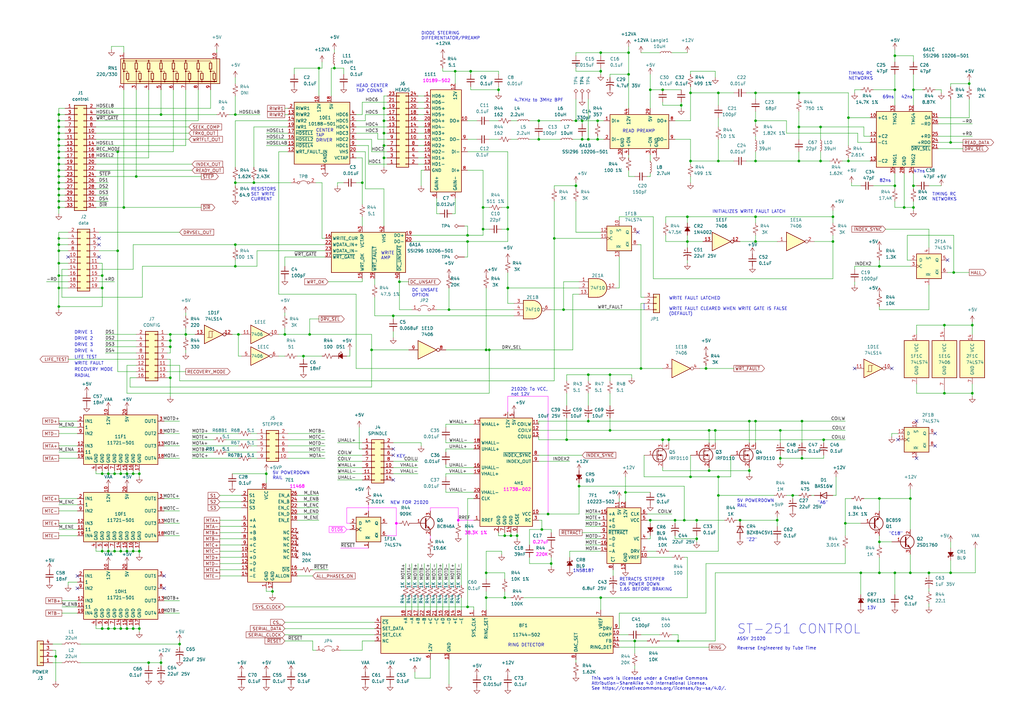
<source format=kicad_sch>
(kicad_sch (version 20230121) (generator eeschema)
  (paper "A3")
  (junction (at 24.13 74.93))
  (junction (at 283.21 66.04))
  (junction (at 96.52 46.99))
  (junction (at 157.48 44.45))
  (junction (at 367.03 76.2))
  (junction (at 41.91 194.31))
  (junction (at 73.66 264.16))
  (junction (at 283.21 38.1))
  (junction (at 96.52 100.33))
  (junction (at 336.55 66.04))
  (junction (at 397.51 34.29))
  (junction (at 24.13 57.15))
  (junction (at 157.48 59.69))
  (junction (at 238.76 57.15))
  (junction (at 341.63 88.9))
  (junction (at 24.13 62.23))
  (junction (at 245.11 49.53))
  (junction (at 320.04 176.53))
  (junction (at 281.94 88.9))
  (junction (at 24.13 46.99))
  (junction (at 204.47 36.83))
  (junction (at 294.64 38.1))
  (junction (at 209.55 219.71))
  (junction (at 285.75 220.98))
  (junction (at 148.59 74.93))
  (junction (at 389.89 234.95))
  (junction (at 360.68 222.25))
  (junction (at 163.83 115.57))
  (junction (at 222.25 217.17))
  (junction (at 374.65 85.09))
  (junction (at 69.85 139.7))
  (junction (at 49.53 226.06))
  (junction (at 236.22 49.53))
  (junction (at 157.48 64.77))
  (junction (at 161.29 129.54))
  (junction (at 241.3 172.72))
  (junction (at 294.64 195.58))
  (junction (at 200.66 143.51))
  (junction (at 232.41 180.34))
  (junction (at 307.34 172.72))
  (junction (at 220.98 57.15))
  (junction (at 48.26 62.23))
  (junction (at 360.68 234.95))
  (junction (at 318.77 213.36))
  (junction (at 96.52 109.22))
  (junction (at 266.7 36.83))
  (junction (at 279.4 43.18))
  (junction (at 207.01 245.11))
  (junction (at 191.77 248.92))
  (junction (at 24.13 118.11))
  (junction (at 309.88 38.1))
  (junction (at 328.93 172.72))
  (junction (at 353.06 234.95))
  (junction (at 391.16 111.76))
  (junction (at 236.22 76.2))
  (junction (at 309.88 66.04))
  (junction (at 212.09 219.71))
  (junction (at 250.19 153.67))
  (junction (at 157.48 49.53))
  (junction (at 367.03 22.86))
  (junction (at 398.78 133.35))
  (junction (at 381 234.95))
  (junction (at 260.35 262.89))
  (junction (at 220.98 49.53))
  (junction (at 57.15 194.31))
  (junction (at 44.45 194.31))
  (junction (at 199.39 245.11))
  (junction (at 52.07 226.06))
  (junction (at 256.54 201.93))
  (junction (at 41.91 113.03))
  (junction (at 208.28 85.09))
  (junction (at 24.13 54.61))
  (junction (at 327.66 66.04))
  (junction (at 127 137.16))
  (junction (at 290.83 193.04))
  (junction (at 60.96 271.78))
  (junction (at 24.13 49.53))
  (junction (at 294.64 203.2))
  (junction (at 52.07 194.31))
  (junction (at 46.99 226.06))
  (junction (at 309.88 49.53))
  (junction (at 24.13 64.77))
  (junction (at 347.98 48.26))
  (junction (at 241.3 153.67))
  (junction (at 55.88 72.39))
  (junction (at 387.35 133.35))
  (junction (at 257.81 30.48))
  (junction (at 238.76 49.53))
  (junction (at 49.53 194.31))
  (junction (at 367.03 36.83))
  (junction (at 246.38 29.21))
  (junction (at 224.79 210.82))
  (junction (at 398.78 161.29))
  (junction (at 278.13 262.89))
  (junction (at 360.68 204.47))
  (junction (at 24.13 67.31))
  (junction (at 389.89 58.42))
  (junction (at 281.94 99.06))
  (junction (at 199.39 143.51))
  (junction (at 96.52 74.93))
  (junction (at 360.68 109.22))
  (junction (at 280.67 213.36))
  (junction (at 24.13 80.01))
  (junction (at 24.13 69.85))
  (junction (at 226.06 231.14))
  (junction (at 341.63 99.06))
  (junction (at 54.61 257.81))
  (junction (at 46.99 257.81))
  (junction (at 49.53 257.81))
  (junction (at 130.81 27.94))
  (junction (at 208.28 93.98))
  (junction (at 157.48 54.61))
  (junction (at 250.19 176.53))
  (junction (at 257.81 21.59))
  (junction (at 373.38 234.95))
  (junction (at 336.55 52.07))
  (junction (at 24.13 59.69))
  (junction (at 367.03 234.95))
  (junction (at 152.4 143.51))
  (junction (at 24.13 52.07))
  (junction (at 137.16 27.94))
  (junction (at 198.12 85.09))
  (junction (at 307.34 193.04))
  (junction (at 97.79 137.16))
  (junction (at 41.91 118.11))
  (junction (at 41.91 257.81))
  (junction (at 184.15 127))
  (junction (at 347.98 66.04))
  (junction (at 276.86 213.36))
  (junction (at 274.32 180.34))
  (junction (at 294.64 66.04))
  (junction (at 309.88 88.9))
  (junction (at 69.85 137.16))
  (junction (at 370.84 85.09))
  (junction (at 187.96 213.36) (color 255 0 255 1))
  (junction (at 57.15 257.81))
  (junction (at 24.13 82.55))
  (junction (at 346.71 214.63))
  (junction (at 328.93 187.96))
  (junction (at 50.8 85.09))
  (junction (at 69.85 142.24))
  (junction (at 24.13 100.33))
  (junction (at 111.76 242.57))
  (junction (at 44.45 226.06))
  (junction (at 374.65 76.2))
  (junction (at 24.13 102.87))
  (junction (at 325.12 203.2))
  (junction (at 24.13 77.47))
  (junction (at 293.37 176.53))
  (junction (at 104.14 74.93))
  (junction (at 116.84 137.16))
  (junction (at 320.04 187.96))
  (junction (at 199.39 234.95))
  (junction (at 231.14 127))
  (junction (at 285.75 213.36))
  (junction (at 24.13 113.03))
  (junction (at 198.12 93.98))
  (junction (at 283.21 195.58))
  (junction (at 24.13 85.09))
  (junction (at 66.04 271.78))
  (junction (at 246.38 245.11))
  (junction (at 262.89 151.13))
  (junction (at 387.35 161.29))
  (junction (at 374.65 36.83))
  (junction (at 207.01 219.71))
  (junction (at 309.88 172.72))
  (junction (at 44.45 257.81))
  (junction (at 327.66 38.1))
  (junction (at 124.46 146.05))
  (junction (at 373.38 204.47))
  (junction (at 266.7 213.36))
  (junction (at 191.77 99.06))
  (junction (at 227.33 97.79))
  (junction (at 327.66 52.07))
  (junction (at 48.26 102.87))
  (junction (at 337.82 180.34))
  (junction (at 303.53 213.36))
  (junction (at 237.49 199.39))
  (junction (at 24.13 72.39))
  (junction (at 208.28 118.11))
  (junction (at 241.3 57.15))
  (junction (at 289.56 151.13))
  (junction (at 193.04 29.21))
  (junction (at 162.56 214.63) (color 255 0 255 1))
  (junction (at 271.78 36.83))
  (junction (at 24.13 107.95))
  (junction (at 109.22 194.31))
  (junction (at 66.04 46.99))
  (junction (at 52.07 257.81))
  (junction (at 41.91 226.06))
  (junction (at 271.78 180.34))
  (junction (at 246.38 21.59))
  (junction (at 22.86 269.24))
  (junction (at 24.13 125.73))
  (junction (at 46.99 194.31))
  (junction (at 54.61 194.31))
  (junction (at 186.69 29.21))
  (junction (at 245.11 57.15))
  (junction (at 54.61 226.06))
  (junction (at 76.2 137.16))
  (junction (at 290.83 176.53))
  (junction (at 57.15 226.06))
  (junction (at 24.13 97.79))
  (junction (at 69.85 154.94))
  (junction (at 191.77 96.52))
  (junction (at 309.88 99.06))
  (no_connect (at 383.54 177.8))
  (no_connect (at 40.64 97.79))
  (no_connect (at 383.54 182.88))
  (no_connect (at 365.76 151.13))
  (no_connect (at 375.92 187.96))
  (no_connect (at 375.92 172.72))
  (no_connect (at 31.75 236.22))
  (no_connect (at 161.29 184.15))
  (no_connect (at 27.94 105.41))
  (no_connect (at 388.62 106.68))
  (no_connect (at 368.3 180.34))
  (no_connect (at 67.31 236.22))
  (no_connect (at 67.31 241.3))
  (no_connect (at 161.29 196.85))
  (no_connect (at 40.64 105.41))
  (no_connect (at 161.29 186.69))
  (no_connect (at 261.62 95.25))
  (no_connect (at 31.75 241.3))
  (no_connect (at 350.52 151.13))
  (no_connect (at 40.64 100.33))
  (wire (pts (xy 246.38 223.52) (xy 240.03 223.52)))
  (wire (pts (xy 116.84 257.81) (xy 153.67 257.81)))
  (wire (pts (xy 24.13 97.79) (xy 24.13 100.33)))
  (wire (pts (xy 90.17 236.22) (xy 99.06 236.22)))
  (wire (pts (xy 162.56 214.63) (xy 162.56 208.28)) (stroke (width 0) (color 255 0 255 1)))
  (wire (pts (xy 96.52 109.22) (xy 105.41 109.22)))
  (wire (pts (xy 121.92 236.22) (xy 128.27 236.22)))
  (wire (pts (xy 53.34 154.94) (xy 53.34 158.75)))
  (wire (pts (xy 400.05 224.79) (xy 400.05 234.95)))
  (wire (pts (xy 54.61 194.31) (xy 57.15 194.31)))
  (wire (pts (xy 193.04 36.83) (xy 204.47 36.83)))
  (wire (pts (xy 116.84 137.16) (xy 127 137.16)))
  (wire (pts (xy 279.4 41.91) (xy 279.4 43.18)))
  (wire (pts (xy 173.99 245.11) (xy 173.99 250.19)))
  (wire (pts (xy 24.13 118.11) (xy 24.13 125.73)))
  (wire (pts (xy 207.01 237.49) (xy 207.01 234.95)))
  (wire (pts (xy 246.38 210.82) (xy 240.03 210.82)))
  (wire (pts (xy 90.17 223.52) (xy 99.06 223.52)))
  (wire (pts (xy 186.69 29.21) (xy 193.04 29.21)))
  (wire (pts (xy 349.25 74.93) (xy 349.25 76.2)))
  (wire (pts (xy 190.5 105.41) (xy 191.77 105.41)))
  (wire (pts (xy 254 204.47) (xy 254 205.74)))
  (wire (pts (xy 375.92 161.29) (xy 387.35 161.29)))
  (wire (pts (xy 236.22 21.59) (xy 246.38 21.59)))
  (wire (pts (xy 90.17 226.06) (xy 99.06 226.06)))
  (wire (pts (xy 78.74 185.42) (xy 87.63 185.42)))
  (wire (pts (xy 39.37 57.15) (xy 77.47 57.15)))
  (wire (pts (xy 149.86 49.53) (xy 149.86 46.99)))
  (wire (pts (xy 116.84 260.35) (xy 153.67 260.35)))
  (wire (pts (xy 43.18 144.78) (xy 55.88 144.78)))
  (wire (pts (xy 246.38 29.21) (xy 246.38 30.48)))
  (wire (pts (xy 217.17 49.53) (xy 220.98 49.53)))
  (wire (pts (xy 264.16 195.58) (xy 264.16 186.69)))
  (wire (pts (xy 41.91 257.81) (xy 44.45 257.81)))
  (wire (pts (xy 252.73 118.11) (xy 254 118.11)))
  (wire (pts (xy 104.14 68.58) (xy 104.14 52.07)))
  (wire (pts (xy 351.79 54.61) (xy 351.79 58.42)))
  (wire (pts (xy 241.3 40.64) (xy 241.3 57.15)))
  (wire (pts (xy 53.34 158.75) (xy 152.4 158.75)))
  (wire (pts (xy 138.43 191.77) (xy 148.59 191.77)))
  (wire (pts (xy 116.84 262.89) (xy 128.27 262.89)))
  (wire (pts (xy 254 118.11) (xy 254 105.41)))
  (wire (pts (xy 259.08 153.67) (xy 259.08 154.94)))
  (wire (pts (xy 24.13 46.99) (xy 24.13 49.53)))
  (wire (pts (xy 132.08 97.79) (xy 132.08 74.93)))
  (wire (pts (xy 157.48 54.61) (xy 157.48 59.69)))
  (wire (pts (xy 114.3 137.16) (xy 116.84 137.16)))
  (wire (pts (xy 303.53 213.36) (xy 318.77 213.36)))
  (wire (pts (xy 138.43 74.93) (xy 140.97 74.93)))
  (wire (pts (xy 151.13 67.31) (xy 158.75 67.31)))
  (wire (pts (xy 181.61 245.11) (xy 181.61 250.19)))
  (wire (pts (xy 350.52 110.49) (xy 350.52 109.22)))
  (wire (pts (xy 49.53 257.81) (xy 49.53 256.54)))
  (wire (pts (xy 90.17 231.14) (xy 99.06 231.14)))
  (wire (pts (xy 262.89 21.59) (xy 270.51 21.59)))
  (wire (pts (xy 241.3 171.45) (xy 241.3 172.72)))
  (wire (pts (xy 191.77 204.47) (xy 191.77 248.92)))
  (wire (pts (xy 283.21 72.39) (xy 283.21 74.93)))
  (wire (pts (xy 24.13 177.8) (xy 31.75 177.8)))
  (wire (pts (xy 22.86 269.24) (xy 21.59 269.24)))
  (wire (pts (xy 161.29 181.61) (xy 172.72 181.61)))
  (wire (pts (xy 24.13 80.01) (xy 26.67 80.01)))
  (wire (pts (xy 158.75 49.53) (xy 157.48 49.53)))
  (wire (pts (xy 367.03 20.32) (xy 367.03 22.86)))
  (wire (pts (xy 52.07 226.06) (xy 52.07 224.79)))
  (wire (pts (xy 320.04 187.96) (xy 320.04 189.23)))
  (wire (pts (xy 190.5 92.71) (xy 191.77 92.71)))
  (wire (pts (xy 220.98 180.34) (xy 220.98 179.07)))
  (wire (pts (xy 31.75 238.76) (xy 27.94 238.76)))
  (wire (pts (xy 381 234.95) (xy 381 236.22)))
  (wire (pts (xy 391.16 111.76) (xy 397.51 111.76)))
  (wire (pts (xy 294.64 203.2) (xy 317.5 203.2)))
  (wire (pts (xy 171.45 231.14) (xy 171.45 240.03)))
  (wire (pts (xy 322.58 203.2) (xy 325.12 203.2)))
  (wire (pts (xy 24.13 118.11) (xy 27.94 118.11)))
  (wire (pts (xy 124.46 146.05) (xy 132.08 146.05)))
  (wire (pts (xy 367.03 234.95) (xy 360.68 234.95)))
  (wire (pts (xy 186.69 87.63) (xy 185.42 87.63)))
  (wire (pts (xy 149.86 77.47) (xy 157.48 77.47)))
  (wire (pts (xy 182.88 181.61) (xy 194.31 181.61)))
  (wire (pts (xy 341.63 88.9) (xy 341.63 91.44)))
  (wire (pts (xy 246.38 21.59) (xy 257.81 21.59)))
  (wire (pts (xy 299.72 186.69) (xy 299.72 195.58)))
  (wire (pts (xy 387.35 161.29) (xy 398.78 161.29)))
  (wire (pts (xy 257.81 19.05) (xy 257.81 21.59)))
  (wire (pts (xy 283.21 195.58) (xy 294.64 195.58)))
  (wire (pts (xy 154.94 54.61) (xy 154.94 57.15)))
  (wire (pts (xy 168.91 231.14) (xy 168.91 240.03)))
  (wire (pts (xy 24.13 49.53) (xy 24.13 52.07)))
  (wire (pts (xy 58.42 109.22) (xy 58.42 121.92)))
  (wire (pts (xy 238.76 49.53) (xy 245.11 49.53)))
  (wire (pts (xy 182.88 194.31) (xy 194.31 194.31)))
  (wire (pts (xy 134.62 115.57) (xy 148.59 115.57)))
  (wire (pts (xy 293.37 176.53) (xy 293.37 181.61)))
  (wire (pts (xy 360.68 109.22) (xy 373.38 109.22)))
  (wire (pts (xy 129.54 266.7) (xy 128.27 266.7)))
  (wire (pts (xy 54.61 110.49) (xy 54.61 100.33)))
  (wire (pts (xy 367.03 36.83) (xy 367.03 43.18)))
  (wire (pts (xy 273.05 96.52) (xy 273.05 99.06)))
  (wire (pts (xy 294.64 66.04) (xy 300.99 66.04)))
  (wire (pts (xy 95.25 194.31) (xy 109.22 194.31)))
  (wire (pts (xy 24.13 102.87) (xy 27.94 102.87)))
  (wire (pts (xy 293.37 234.95) (xy 353.06 234.95)))
  (wire (pts (xy 358.14 36.83) (xy 367.03 36.83)))
  (wire (pts (xy 198.12 85.09) (xy 198.12 93.98)))
  (wire (pts (xy 309.88 172.72) (xy 309.88 181.61)))
  (wire (pts (xy 387.35 161.29) (xy 387.35 160.02)))
  (wire (pts (xy 24.13 102.87) (xy 24.13 107.95)))
  (wire (pts (xy 374.65 76.2) (xy 375.92 76.2)))
  (wire (pts (xy 208.28 124.46) (xy 208.28 118.11)))
  (wire (pts (xy 256.54 201.93) (xy 266.7 201.93)))
  (wire (pts (xy 138.43 181.61) (xy 148.59 181.61)))
  (wire (pts (xy 210.82 124.46) (xy 208.28 124.46)))
  (wire (pts (xy 46.99 226.06) (xy 49.53 226.06)))
  (wire (pts (xy 92.71 185.42) (xy 105.41 185.42)))
  (wire (pts (xy 90.17 218.44) (xy 99.06 218.44)))
  (wire (pts (xy 24.13 69.85) (xy 26.67 69.85)))
  (wire (pts (xy 76.2 137.16) (xy 80.01 137.16)))
  (wire (pts (xy 148.59 46.99) (xy 148.59 41.91)))
  (wire (pts (xy 24.13 74.93) (xy 26.67 74.93)))
  (wire (pts (xy 73.66 264.16) (xy 73.66 265.43)))
  (wire (pts (xy 237.49 199.39) (xy 280.67 199.39)))
  (wire (pts (xy 24.13 182.88) (xy 31.75 182.88)))
  (wire (pts (xy 397.51 33.02) (xy 397.51 34.29)))
  (wire (pts (xy 179.07 81.28) (xy 179.07 87.63)))
  (wire (pts (xy 146.05 52.07) (xy 158.75 52.07)))
  (wire (pts (xy 212.09 219.71) (xy 212.09 218.44)))
  (wire (pts (xy 367.03 30.48) (xy 367.03 36.83)))
  (wire (pts (xy 332.74 203.2) (xy 334.01 203.2)))
  (wire (pts (xy 52.07 257.81) (xy 54.61 257.81)))
  (wire (pts (xy 49.53 226.06) (xy 49.53 224.79)))
  (wire (pts (xy 148.59 262.89) (xy 148.59 266.7)))
  (wire (pts (xy 285.75 220.98) (xy 276.86 220.98)))
  (wire (pts (xy 381 234.95) (xy 389.89 234.95)))
  (wire (pts (xy 162.56 214.63) (xy 162.56 219.71)) (stroke (width 0) (color 255 0 255 1)))
  (wire (pts (xy 184.15 270.51) (xy 184.15 280.67)))
  (wire (pts (xy 389.89 58.42) (xy 394.97 58.42)))
  (wire (pts (xy 171.45 64.77) (xy 173.99 64.77)))
  (wire (pts (xy 171.45 59.69) (xy 173.99 59.69)))
  (wire (pts (xy 162.56 208.28) (xy 142.24 208.28)) (stroke (width 0) (color 255 0 255 1)))
  (wire (pts (xy 360.68 127) (xy 360.68 125.73)))
  (wire (pts (xy 349.25 76.2) (xy 353.06 76.2)))
  (wire (pts (xy 372.11 106.68) (xy 372.11 96.52)))
  (wire (pts (xy 198.12 93.98) (xy 198.12 96.52)))
  (wire (pts (xy 116.84 105.41) (xy 133.35 105.41)))
  (wire (pts (xy 398.78 133.35) (xy 398.78 137.16)))
  (wire (pts (xy 384.81 55.88) (xy 398.78 55.88)))
  (wire (pts (xy 191.77 62.23) (xy 208.28 62.23)))
  (wire (pts (xy 49.53 257.81) (xy 52.07 257.81)))
  (wire (pts (xy 246.38 27.94) (xy 246.38 29.21)))
  (wire (pts (xy 283.21 35.56) (xy 283.21 38.1)))
  (wire (pts (xy 246.38 245.11) (xy 281.94 245.11)))
  (wire (pts (xy 236.22 95.25) (xy 246.38 95.25)))
  (wire (pts (xy 238.76 57.15) (xy 241.3 57.15)))
  (wire (pts (xy 386.08 36.83) (xy 386.08 38.1)))
  (wire (pts (xy 265.43 228.6) (xy 275.59 228.6)))
  (wire (pts (xy 374.65 85.09) (xy 374.65 82.55)))
  (wire (pts (xy 182.88 190.5) (xy 182.88 191.77)))
  (wire (pts (xy 245.11 49.53) (xy 245.11 50.8)))
  (wire (pts (xy 25.4 110.49) (xy 27.94 110.49)))
  (wire (pts (xy 179.07 87.63) (xy 180.34 87.63)))
  (wire (pts (xy 135.89 39.37) (xy 135.89 27.94)))
  (wire (pts (xy 142.24 208.28) (xy 142.24 214.63)) (stroke (width 0) (color 255 0 255 1)))
  (wire (pts (xy 374.65 86.36) (xy 374.65 85.09)))
  (wire (pts (xy 250.19 176.53) (xy 290.83 176.53)))
  (wire (pts (xy 222.25 213.36) (xy 222.25 217.17)))
  (wire (pts (xy 375.92 157.48) (xy 375.92 161.29)))
  (wire (pts (xy 181.61 27.94) (xy 181.61 29.21)))
  (wire (pts (xy 57.15 226.06) (xy 57.15 224.79)))
  (wire (pts (xy 146.05 120.65) (xy 146.05 151.13)))
  (wire (pts (xy 41.91 113.03) (xy 41.91 118.11)))
  (wire (pts (xy 231.14 127) (xy 264.16 127)))
  (wire (pts (xy 24.13 74.93) (xy 24.13 77.47)))
  (wire (pts (xy 24.13 52.07) (xy 24.13 54.61)))
  (wire (pts (xy 273.05 88.9) (xy 281.94 88.9)))
  (wire (pts (xy 33.02 271.78) (xy 60.96 271.78)))
  (wire (pts (xy 54.61 100.33) (xy 96.52 100.33)))
  (wire (pts (xy 121.92 205.74) (xy 130.81 205.74)))
  (wire (pts (xy 22.86 269.24) (xy 22.86 279.4)))
  (wire (pts (xy 274.32 226.06) (xy 294.64 226.06)))
  (wire (pts (xy 354.33 55.88) (xy 356.87 55.88)))
  (wire (pts (xy 52.07 161.29) (xy 200.66 161.29)))
  (wire (pts (xy 118.11 62.23) (xy 114.3 62.23)))
  (wire (pts (xy 309.88 172.72) (xy 328.93 172.72)))
  (wire (pts (xy 274.32 180.34) (xy 337.82 180.34)))
  (wire (pts (xy 96.52 73.66) (xy 96.52 74.93)))
  (wire (pts (xy 220.98 49.53) (xy 229.87 49.53)))
  (wire (pts (xy 279.4 43.18) (xy 271.78 43.18)))
  (wire (pts (xy 222.25 217.17) (xy 217.17 217.17)))
  (wire (pts (xy 90.17 213.36) (xy 99.06 213.36)))
  (wire (pts (xy 360.68 228.6) (xy 360.68 234.95)))
  (wire (pts (xy 67.31 214.63) (xy 73.66 214.63)))
  (wire (pts (xy 193.04 29.21) (xy 193.04 30.48)))
  (wire (pts (xy 389.89 34.29) (xy 397.51 34.29)))
  (wire (pts (xy 149.86 46.99) (xy 158.75 46.99)))
  (wire (pts (xy 76.2 128.27) (xy 76.2 129.54)))
  (wire (pts (xy 55.88 152.4) (xy 48.26 152.4)))
  (wire (pts (xy 43.18 137.16) (xy 55.88 137.16)))
  (wire (pts (xy 184.15 231.14) (xy 184.15 240.03)))
  (wire (pts (xy 24.13 175.26) (xy 31.75 175.26)))
  (wire (pts (xy 24.13 85.09) (xy 26.67 85.09)))
  (wire (pts (xy 241.3 153.67) (xy 232.41 153.67)))
  (wire (pts (xy 179.07 231.14) (xy 179.07 240.03)))
  (wire (pts (xy 46.99 257.81) (xy 46.99 256.54)))
  (wire (pts (xy 152.4 143.51) (xy 167.64 143.51)))
  (wire (pts (xy 39.37 257.81) (xy 41.91 257.81)))
  (wire (pts (xy 168.91 245.11) (xy 168.91 250.19)))
  (wire (pts (xy 157.48 64.77) (xy 157.48 68.58)))
  (wire (pts (xy 226.06 228.6) (xy 226.06 231.14)))
  (wire (pts (xy 24.13 100.33) (xy 24.13 102.87)))
  (wire (pts (xy 375.92 137.16) (xy 375.92 133.35)))
  (wire (pts (xy 205.74 85.09) (xy 208.28 85.09)))
  (wire (pts (xy 24.13 85.09) (xy 24.13 87.63)))
  (wire (pts (xy 205.74 93.98) (xy 208.28 93.98)))
  (wire (pts (xy 374.65 30.48) (xy 374.65 36.83)))
  (wire (pts (xy 260.35 262.89) (xy 260.35 267.97)))
  (wire (pts (xy 153.67 121.92) (xy 153.67 129.54)))
  (wire (pts (xy 39.37 72.39) (xy 55.88 72.39)))
  (wire (pts (xy 199.39 118.11) (xy 199.39 143.51)))
  (wire (pts (xy 52.07 161.29) (xy 52.07 149.86)))
  (wire (pts (xy 24.13 64.77) (xy 24.13 67.31)))
  (wire (pts (xy 182.88 201.93) (xy 194.31 201.93)))
  (wire (pts (xy 309.88 49.53) (xy 309.88 50.8)))
  (wire (pts (xy 346.71 214.63) (xy 346.71 219.71)))
  (wire (pts (xy 24.13 172.72) (xy 31.75 172.72)))
  (wire (pts (xy 234.95 57.15) (xy 238.76 57.15)))
  (wire (pts (xy 24.13 125.73) (xy 24.13 127)))
  (wire (pts (xy 137.16 20.32) (xy 137.16 21.59)))
  (wire (pts (xy 240.03 213.36) (xy 246.38 213.36)))
  (wire (pts (xy 306.07 38.1) (xy 309.88 38.1)))
  (wire (pts (xy 24.13 67.31) (xy 26.67 67.31)))
  (wire (pts (xy 276.86 213.36) (xy 280.67 213.36)))
  (wire (pts (xy 182.88 200.66) (xy 182.88 201.93)))
  (wire (pts (xy 240.03 215.9) (xy 246.38 215.9)))
  (wire (pts (xy 294.64 48.26) (xy 294.64 52.07)))
  (wire (pts (xy 234.95 49.53) (xy 236.22 49.53)))
  (wire (pts (xy 337.82 180.34) (xy 337.82 181.61)))
  (wire (pts (xy 92.71 180.34) (xy 105.41 180.34)))
  (wire (pts (xy 232.41 180.34) (xy 271.78 180.34)))
  (wire (pts (xy 24.13 217.17) (xy 31.75 217.17)))
  (wire (pts (xy 189.23 245.11) (xy 189.23 250.19)))
  (wire (pts (xy 128.27 266.7) (xy 128.27 262.89)))
  (wire (pts (xy 109.22 242.57) (xy 111.76 242.57)))
  (wire (pts (xy 306.07 66.04) (xy 309.88 66.04)))
  (wire (pts (xy 171.45 67.31) (xy 173.99 67.31)))
  (wire (pts (xy 220.98 210.82) (xy 224.79 210.82)))
  (wire (pts (xy 129.54 74.93) (xy 132.08 74.93)))
  (wire (pts (xy 161.29 191.77) (xy 171.45 191.77)))
  (wire (pts (xy 327.66 52.07) (xy 327.66 57.15)))
  (wire (pts (xy 96.52 68.58) (xy 96.52 49.53)))
  (wire (pts (xy 27.94 238.76) (xy 27.94 240.03)))
  (wire (pts (xy 307.34 172.72) (xy 309.88 172.72)))
  (wire (pts (xy 142.24 217.17) (xy 143.51 217.17)) (stroke (width 0) (color 255 0 255 1)))
  (wire (pts (xy 265.43 220.98) (xy 266.7 220.98)))
  (wire (pts (xy 236.22 270.51) (xy 236.22 271.78)))
  (wire (pts (xy 341.63 203.2) (xy 342.9 203.2)))
  (wire (pts (xy 231.14 115.57) (xy 237.49 115.57)))
  (wire (pts (xy 158.75 39.37) (xy 157.48 39.37)))
  (wire (pts (xy 118.11 182.88) (xy 133.35 182.88)))
  (wire (pts (xy 347.98 48.26) (xy 347.98 38.1)))
  (wire (pts (xy 191.77 49.53) (xy 195.58 49.53)))
  (wire (pts (xy 208.28 111.76) (xy 208.28 118.11)))
  (wire (pts (xy 157.48 64.77) (xy 157.48 59.69)))
  (wire (pts (xy 39.37 194.31) (xy 41.91 194.31)))
  (wire (pts (xy 118.11 180.34) (xy 133.35 180.34)))
  (wire (pts (xy 374.65 36.83) (xy 378.46 36.83)))
  (wire (pts (xy 148.59 88.9) (xy 148.59 92.71)))
  (wire (pts (xy 204.47 218.44) (xy 204.47 219.71)))
  (wire (pts (xy 40.64 102.87) (xy 48.26 102.87)))
  (wire (pts (xy 116.84 248.92) (xy 191.77 248.92)))
  (wire (pts (xy 199.39 226.06) (xy 199.39 234.95)))
  (wire (pts (xy 67.31 177.8) (xy 73.66 177.8)))
  (wire (pts (xy 24.13 52.07) (xy 26.67 52.07)))
  (wire (pts (xy 265.43 213.36) (xy 266.7 213.36)))
  (wire (pts (xy 95.25 137.16) (xy 97.79 137.16)))
  (wire (pts (xy 71.12 62.23) (xy 71.12 36.83)))
  (wire (pts (xy 90.17 220.98) (xy 99.06 220.98)))
  (wire (pts (xy 24.13 97.79) (xy 27.94 97.79)))
  (wire (pts (xy 96.52 46.99) (xy 106.68 46.99)))
  (wire (pts (xy 309.88 88.9) (xy 309.88 91.44)))
  (wire (pts (xy 69.85 139.7) (xy 69.85 142.24)))
  (wire (pts (xy 135.89 27.94) (xy 137.16 27.94)))
  (wire (pts (xy 171.45 52.07) (xy 173.99 52.07)))
  (wire (pts (xy 265.43 72.39) (xy 266.7 72.39)))
  (wire (pts (xy 241.3 57.15) (xy 245.11 57.15)))
  (wire (pts (xy 191.77 57.15) (xy 195.58 57.15)))
  (wire (pts (xy 157.48 44.45) (xy 157.48 49.53)))
  (wire (pts (xy 24.13 62.23) (xy 26.67 62.23)))
  (wire (pts (xy 281.94 99.06) (xy 281.94 101.6)))
  (polyline (pts (xy 264.16 124.46) (xy 264.16 127)))
  (wire (pts (xy 187.96 213.36) (xy 194.31 213.36)) (stroke (width 0) (color 255 0 255 1)))
  (wire (pts (xy 148.59 64.77) (xy 148.59 74.93)))
  (wire (pts (xy 69.85 137.16) (xy 69.85 139.7)))
  (wire (pts (xy 250.19 31.75) (xy 250.19 30.48)))
  (wire (pts (xy 148.59 74.93) (xy 148.59 83.82)))
  (wire (pts (xy 367.03 71.12) (xy 367.03 76.2)))
  (wire (pts (xy 204.47 35.56) (xy 204.47 36.83)))
  (wire (pts (xy 114.3 120.65) (xy 146.05 120.65)))
  (wire (pts (xy 96.52 39.37) (xy 96.52 46.99)))
  (wire (pts (xy 276.86 49.53) (xy 283.21 49.53)))
  (wire (pts (xy 293.37 29.21) (xy 283.21 29.21)))
  (wire (pts (xy 273.05 99.06) (xy 281.94 99.06)))
  (wire (pts (xy 24.13 82.55) (xy 26.67 82.55)))
  (wire (pts (xy 342.9 195.58) (xy 342.9 203.2)))
  (wire (pts (xy 161.29 194.31) (xy 171.45 194.31)))
  (wire (pts (xy 285.75 219.71) (xy 285.75 220.98)))
  (wire (pts (xy 233.68 226.06) (xy 246.38 226.06)))
  (wire (pts (xy 256.54 201.93) (xy 256.54 205.74)))
  (wire (pts (xy 398.78 161.29) (xy 398.78 162.56)))
  (wire (pts (xy 118.11 187.96) (xy 133.35 187.96)))
  (wire (pts (xy 57.15 194.31) (xy 57.15 193.04)))
  (wire (pts (xy 214.63 245.11) (xy 246.38 245.11)))
  (wire (pts (xy 130.81 27.94) (xy 130.81 39.37)))
  (wire (pts (xy 111.76 242.57) (xy 111.76 243.84)))
  (wire (pts (xy 24.13 107.95) (xy 27.94 107.95)))
  (wire (pts (xy 41.91 226.06) (xy 44.45 226.06)))
  (wire (pts (xy 271.78 43.18) (xy 271.78 41.91)))
  (wire (pts (xy 121.92 233.68) (xy 123.19 233.68)))
  (wire (pts (xy 170.18 278.13) (xy 176.53 278.13)))
  (wire (pts (xy 320.04 186.69) (xy 320.04 187.96)))
  (wire (pts (xy 179.07 127) (xy 184.15 127)))
  (wire (pts (xy 39.37 80.01) (xy 44.45 80.01)))
  (wire (pts (xy 166.37 231.14) (xy 166.37 240.03)))
  (wire (pts (xy 200.66 49.53) (xy 204.47 49.53)))
  (wire (pts (xy 146.05 57.15) (xy 152.4 57.15)))
  (wire (pts (xy 365.76 177.8) (xy 365.76 179.07)))
  (wire (pts (xy 45.72 20.32) (xy 45.72 19.05)))
  (wire (pts (xy 86.36 44.45) (xy 86.36 36.83)))
  (wire (pts (xy 254 251.46) (xy 254 257.81)))
  (wire (pts (xy 346.71 214.63) (xy 346.71 204.47)))
  (wire (pts (xy 266.7 213.36) (xy 266.7 214.63)))
  (wire (pts (xy 241.3 161.29) (xy 241.3 166.37)))
  (wire (pts (xy 24.13 62.23) (xy 24.13 64.77)))
  (wire (pts (xy 44.45 194.31) (xy 44.45 193.04)))
  (wire (pts (xy 245.11 55.88) (xy 245.11 57.15)))
  (wire (pts (xy 170.18 275.59) (xy 170.18 278.13)))
  (wire (pts (xy 191.77 99.06) (xy 208.28 99.06)))
  (wire (pts (xy 24.13 57.15) (xy 24.13 59.69)))
  (wire (pts (xy 24.13 77.47) (xy 24.13 80.01)))
  (wire (pts (xy 96.52 100.33) (xy 96.52 101.6)))
  (wire (pts (xy 217.17 217.17) (xy 217.17 223.52)))
  (wire (pts (xy 327.66 66.04) (xy 336.55 66.04)))
  (wire (pts (xy 281.94 88.9) (xy 281.94 91.44)))
  (wire (pts (xy 232.41 161.29) (xy 232.41 166.37)))
  (wire (pts (xy 39.37 67.31) (xy 78.74 67.31)))
  (wire (pts (xy 350.52 109.22) (xy 360.68 109.22)))
  (wire (pts (xy 289.56 151.13) (xy 300.99 151.13)))
  (wire (pts (xy 176.53 245.11) (xy 176.53 250.19)))
  (wire (pts (xy 76.2 134.62) (xy 76.2 137.16)))
  (wire (pts (xy 236.22 74.93) (xy 236.22 76.2)))
  (wire (pts (xy 69.85 144.78) (xy 68.58 144.78)))
  (wire (pts (xy 69.85 137.16) (xy 68.58 137.16)))
  (wire (pts (xy 227.33 76.2) (xy 236.22 76.2)))
  (wire (pts (xy 245.11 49.53) (xy 247.65 49.53)))
  (wire (pts (xy 151.13 207.01) (xy 151.13 209.55)) (stroke (width 0) (color 255 0 255 1)))
  (wire (pts (xy 246.38 21.59) (xy 246.38 22.86)))
  (wire (pts (xy 179.07 245.11) (xy 179.07 250.19)))
  (wire (pts (xy 39.37 52.07) (xy 77.47 52.07)))
  (wire (pts (xy 161.29 135.89) (xy 161.29 138.43)))
  (wire (pts (xy 227.33 77.47) (xy 227.33 76.2)))
  (wire (pts (xy 289.56 149.86) (xy 289.56 151.13)))
  (wire (pts (xy 24.13 59.69) (xy 26.67 59.69)))
  (wire (pts (xy 90.17 215.9) (xy 99.06 215.9)))
  (wire (pts (xy 257.81 69.85) (xy 257.81 72.39)))
  (wire (pts (xy 273.05 91.44) (xy 273.05 88.9)))
  (wire (pts (xy 67.31 246.38) (xy 73.66 246.38)))
  (wire (pts (xy 24.13 69.85) (xy 24.13 72.39)))
  (wire (pts (xy 372.11 96.52) (xy 391.16 96.52)))
  (wire (pts (xy 39.37 44.45) (xy 86.36 44.45)))
  (wire (pts (xy 220.98 172.72) (xy 220.98 173.99)))
  (wire (pts (xy 254 88.9) (xy 267.97 88.9)))
  (wire (pts (xy 347.98 64.77) (xy 347.98 66.04)))
  (wire (pts (xy 166.37 245.11) (xy 166.37 250.19)))
  (wire (pts (xy 232.41 171.45) (xy 232.41 180.34)))
  (wire (pts (xy 78.74 177.8) (xy 97.79 177.8)))
  (wire (pts (xy 281.94 106.68) (xy 281.94 107.95)))
  (wire (pts (xy 309.88 49.53) (xy 322.58 49.53)))
  (wire (pts (xy 389.89 40.64) (xy 389.89 58.42)))
  (wire (pts (xy 184.15 245.11) (xy 184.15 250.19)))
  (wire (pts (xy 44.45 226.06) (xy 46.99 226.06)))
  (wire (pts (xy 163.83 115.57) (xy 167.64 115.57)))
  (wire (pts (xy 191.77 69.85) (xy 198.12 69.85)))
  (wire (pts (xy 120.65 27.94) (xy 130.81 27.94)))
  (wire (pts (xy 200.66 93.98) (xy 198.12 93.98)))
  (wire (pts (xy 368.3 177.8) (xy 365.76 177.8)))
  (wire (pts (xy 69.85 137.16) (xy 76.2 137.16)))
  (wire (pts (xy 354.33 204.47) (xy 360.68 204.47)))
  (wire (pts (xy 146.05 54.61) (xy 154.94 54.61)))
  (wire (pts (xy 199.39 242.57) (xy 199.39 245.11)))
  (wire (pts (xy 217.17 57.15) (xy 220.98 57.15)))
  (wire (pts (xy 97.79 137.16) (xy 99.06 137.16)))
  (wire (pts (xy 264.16 124.46) (xy 262.89 124.46)))
  (wire (pts (xy 186.69 81.28) (xy 186.69 87.63)))
  (wire (pts (xy 387.35 133.35) (xy 387.35 134.62)))
  (wire (pts (xy 217.17 228.6) (xy 217.17 231.14)))
  (wire (pts (xy 309.88 88.9) (xy 341.63 88.9)))
  (wire (pts (xy 320.04 176.53) (xy 320.04 181.61)))
  (wire (pts (xy 41.91 194.31) (xy 41.91 193.04)))
  (wire (pts (xy 345.44 66.04) (xy 347.98 66.04)))
  (wire (pts (xy 193.04 29.21) (xy 204.47 29.21)))
  (wire (pts (xy 294.64 195.58) (xy 299.72 195.58)))
  (wire (pts (xy 254 251.46) (xy 289.56 251.46)))
  (wire (pts (xy 191.77 99.06) (xy 191.77 105.41)))
  (wire (pts (xy 289.56 231.14) (xy 346.71 231.14)))
  (wire (pts (xy 375.92 133.35) (xy 387.35 133.35)))
  (wire (pts (xy 270.51 262.89) (xy 278.13 262.89)))
  (wire (pts (xy 46.99 194.31) (xy 46.99 193.04)))
  (wire (pts (xy 279.4 43.18) (xy 279.4 44.45)))
  (wire (pts (xy 148.59 64.77) (xy 146.05 64.77)))
  (wire (pts (xy 233.68 228.6) (xy 233.68 226.06)))
  (wire (pts (xy 161.29 129.54) (xy 210.82 129.54)))
  (wire (pts (xy 41.91 226.06) (xy 41.91 224.79)))
  (wire (pts (xy 184.15 118.11) (xy 184.15 127)))
  (wire (pts (xy 389.89 229.87) (xy 389.89 234.95)))
  (wire (pts (xy 148.59 266.7) (xy 139.7 266.7)))
  (wire (pts (xy 104.14 73.66) (xy 104.14 74.93)))
  (wire (pts (xy 44.45 257.81) (xy 44.45 256.54)))
  (wire (pts (xy 207.01 218.44) (xy 207.01 219.71)))
  (wire (pts (xy 283.21 66.04) (xy 294.64 66.04)))
  (wire (pts (xy 293.37 31.75) (xy 293.37 29.21)))
  (wire (pts (xy 309.88 66.04) (xy 327.66 66.04)))
  (wire (pts (xy 24.13 44.45) (xy 26.67 44.45)))
  (wire (pts (xy 227.33 97.79) (xy 246.38 97.79)))
  (wire (pts (xy 52.07 194.31) (xy 54.61 194.31)))
  (wire (pts (xy 205.74 227.33) (xy 205.74 226.06)))
  (wire (pts (xy 271.78 180.34) (xy 274.32 180.34)))
  (wire (pts (xy 266.7 36.83) (xy 266.7 44.45)))
  (wire (pts (xy 158.75 54.61) (xy 157.48 54.61)))
  (wire (pts (xy 275.59 210.82) (xy 265.43 210.82)))
  (wire (pts (xy 283.21 38.1) (xy 294.64 38.1)))
  (wire (pts (xy 346.71 224.79) (xy 346.71 231.14)))
  (wire (pts (xy 238.76 218.44) (xy 246.38 218.44)))
  (wire (pts (xy 283.21 38.1) (xy 283.21 49.53)))
  (wire (pts (xy 41.91 107.95) (xy 41.91 113.03)))
  (wire (pts (xy 303.53 99.06) (xy 309.88 99.06)))
  (wire (pts (xy 184.15 127) (xy 210.82 127)))
  (wire (pts (xy 336.55 66.04) (xy 340.36 66.04)))
  (wire (pts (xy 24.13 72.39) (xy 24.13 74.93)))
  (wire (pts (xy 370.84 71.12) (xy 370.84 85.09)))
  (wire (pts (xy 41.91 118.11) (xy 41.91 125.73)))
  (wire (pts (xy 290.83 176.53) (xy 293.37 176.53)))
  (wire (pts (xy 44.45 257.81) (xy 46.99 257.81)))
  (wire (pts (xy 307.34 193.04) (xy 307.34 194.31)))
  (wire (pts (xy 293.37 262.89) (xy 293.37 234.95)))
  (wire (pts (xy 271.78 193.04) (xy 271.78 191.77)))
  (wire (pts (xy 22.86 266.7) (xy 22.86 269.24)))
  (wire (pts (xy 44.45 226.06) (xy 44.45 224.79)))
  (wire (pts (xy 254 265.43) (xy 290.83 265.43)))
  (wire (pts (xy 146.05 62.23) (xy 149.86 62.23)))
  (wire (pts (xy 24.13 49.53) (xy 26.67 49.53)))
  (wire (pts (xy 40.64 113.03) (xy 41.91 113.03)))
  (wire (pts (xy 276.86 220.98) (xy 276.86 219.71)))
  (wire (pts (xy 285.75 220.98) (xy 285.75 222.25)))
  (wire (pts (xy 346.71 214.63) (xy 353.06 214.63)))
  (wire (pts (xy 351.79 58.42) (xy 356.87 58.42)))
  (wire (pts (xy 68.58 154.94) (xy 69.85 154.94)))
  (wire (pts (xy 341.63 96.52) (xy 341.63 99.06)))
  (wire (pts (xy 320.04 187.96) (xy 328.93 187.96)))
  (wire (pts (xy 207.01 219.71) (xy 209.55 219.71)))
  (wire (pts (xy 374.65 85.09) (xy 370.84 85.09)))
  (wire (pts (xy 73.66 156.21) (xy 227.33 156.21)))
  (wire (pts (xy 161.29 129.54) (xy 161.29 130.81)))
  (wire (pts (xy 208.28 162.56) (xy 224.79 162.56)) (stroke (width 0) (color 255 0 255 1)))
  (wire (pts (xy 265.43 226.06) (xy 269.24 226.06)))
  (wire (pts (xy 132.08 97.79) (xy 133.35 97.79)))
  (wire (pts (xy 220.98 50.8) (xy 220.98 49.53)))
  (wire (pts (xy 254 262.89) (xy 260.35 262.89)))
  (wire (pts (xy 220.98 213.36) (xy 222.25 213.36)))
  (wire (pts (xy 39.37 46.99) (xy 66.04 46.99)))
  (wire (pts (xy 220.98 180.34) (xy 232.41 180.34)))
  (wire (pts (xy 45.72 19.05) (xy 50.8 19.05)))
  (wire (pts (xy 208.28 93.98) (xy 208.28 99.06)))
  (wire (pts (xy 209.55 219.71) (xy 212.09 219.71)))
  (wire (pts (xy 21.59 264.16) (xy 25.4 264.16)))
  (wire (pts (xy 116.84 46.99) (xy 118.11 46.99)))
  (wire (pts (xy 41.91 194.31) (xy 44.45 194.31)))
  (wire (pts (xy 161.29 129.54) (xy 153.67 129.54)))
  (wire (pts (xy 24.13 54.61) (xy 24.13 57.15)))
  (wire (pts (xy 238.76 55.88) (xy 238.76 57.15)))
  (wire (pts (xy 114.3 62.23) (xy 114.3 120.65)))
  (wire (pts (xy 67.31 187.96) (xy 73.66 187.96)))
  (wire (pts (xy 104.14 52.07) (xy 118.11 52.07)))
  (wire (pts (xy 40.64 107.95) (xy 41.91 107.95)))
  (wire (pts (xy 234.95 143.51) (xy 234.95 120.65)))
  (wire (pts (xy 73.66 262.89) (xy 73.66 264.16)))
  (wire (pts (xy 76.2 137.16) (xy 76.2 138.43)))
  (wire (pts (xy 102.87 177.8) (xy 105.41 177.8)))
  (wire (pts (xy 250.19 171.45) (xy 250.19 176.53)))
  (wire (pts (xy 341.63 114.3) (xy 341.63 99.06)))
  (wire (pts (xy 285.75 213.36) (xy 297.18 213.36)))
  (wire (pts (xy 104.14 74.93) (xy 119.38 74.93)))
  (wire (pts (xy 39.37 54.61) (xy 77.47 54.61)))
  (wire (pts (xy 152.4 143.51) (xy 152.4 158.75)))
  (wire (pts (xy 328.93 187.96) (xy 337.82 187.96)))
  (wire (pts (xy 147.32 184.15) (xy 148.59 184.15)))
  (wire (pts (xy 146.05 151.13) (xy 262.89 151.13)))
  (wire (pts (xy 171.45 62.23) (xy 173.99 62.23)))
  (wire (pts (xy 69.85 147.32) (xy 69.85 154.94)))
  (wire (pts (xy 367.03 76.2) (xy 367.03 77.47)))
  (wire (pts (xy 138.43 76.2) (xy 138.43 74.93)))
  (wire (pts (xy 40.64 95.25) (xy 73.66 95.25)))
  (wire (pts (xy 381 241.3) (xy 381 242.57)))
  (wire (pts (xy 391.16 111.76) (xy 388.62 111.76)))
  (wire (pts (xy 360.68 219.71) (xy 360.68 222.25)))
  (wire (pts (xy 171.45 41.91) (xy 173.99 41.91)))
  (wire (pts (xy 327.66 40.64) (xy 327.66 38.1)))
  (wire (pts (xy 191.77 204.47) (xy 194.31 204.47)))
  (wire (pts (xy 172.72 181.61) (xy 172.72 182.88)))
  (wire (pts (xy 262.89 100.33) (xy 261.62 100.33)))
  (wire (pts (xy 76.2 59.69) (xy 76.2 36.83)))
  (wire (pts (xy 109.22 54.61) (xy 118.11 54.61)))
  (wire (pts (xy 109.22 59.69) (xy 118.11 59.69)))
  (wire (pts (xy 328.93 181.61) (xy 328.93 172.72)))
  (wire (pts (xy 33.02 264.16) (xy 73.66 264.16)))
  (wire (pts (xy 400.05 234.95) (xy 389.89 234.95)))
  (wire (pts (xy 128.27 233.68) (xy 134.62 233.68)))
  (wire (pts (xy 27.94 95.25) (xy 24.13 95.25)))
  (wire (pts (xy 39.37 62.23) (xy 48.26 62.23)))
  (wire (pts (xy 309.88 38.1) (xy 309.88 40.64)))
  (wire (pts (xy 146.05 59.69) (xy 151.13 59.69)))
  (wire (pts (xy 336.55 52.07) (xy 336.55 57.15)))
  (wire (pts (xy 227.33 156.21) (xy 227.33 97.79)))
  (wire (pts (xy 207.01 242.57) (xy 207.01 245.11)))
  (wire (pts (xy 148.59 41.91) (xy 158.75 41.91)))
  (wire (pts (xy 220.98 57.15) (xy 229.87 57.15)))
  (wire (pts (xy 140.97 27.94) (xy 140.97 30.48)))
  (wire (pts (xy 220.98 189.23) (xy 233.68 189.23)))
  (wire (pts (xy 281.94 96.52) (xy 281.94 99.06)))
  (wire (pts (xy 49.53 194.31) (xy 49.53 193.04)))
  (wire (pts (xy 39.37 74.93) (xy 44.45 74.93)))
  (wire (pts (xy 367.03 82.55) (xy 367.03 85.09)))
  (wire (pts (xy 266.7 63.5) (xy 266.7 66.04)))
  (wire (pts (xy 398.78 157.48) (xy 398.78 161.29)))
  (wire (pts (xy 334.01 99.06) (xy 341.63 99.06)))
  (wire (pts (xy 97.79 146.05) (xy 97.79 137.16)))
  (wire (pts (xy 309.88 99.06) (xy 318.77 99.06)))
  (wire (pts (xy 24.13 46.99) (xy 26.67 46.99)))
  (wire (pts (xy 96.52 100.33) (xy 133.35 100.33)))
  (wire (pts (xy 130.81 27.94) (xy 132.08 27.94)))
  (wire (pts (xy 24.13 64.77) (xy 26.67 64.77)))
  (wire (pts (xy 57.15 257.81) (xy 57.15 256.54)))
  (wire (pts (xy 67.31 209.55) (xy 73.66 209.55)))
  (wire (pts (xy 231.14 115.57) (xy 231.14 127)))
  (wire (pts (xy 171.45 54.61) (xy 173.99 54.61)))
  (wire (pts (xy 171.45 49.53) (xy 173.99 49.53)))
  (wire (pts (xy 189.23 231.14) (xy 189.23 240.03)))
  (wire (pts (xy 250.19 156.21) (xy 250.19 153.67)))
  (wire (pts (xy 121.92 146.05) (xy 124.46 146.05)))
  (wire (pts (xy 55.88 72.39) (xy 82.55 72.39)))
  (wire (pts (xy 309.88 38.1) (xy 327.66 38.1)))
  (wire (pts (xy 67.31 251.46) (xy 73.66 251.46)))
  (wire (pts (xy 90.17 233.68) (xy 99.06 233.68)))
  (wire (pts (xy 186.69 245.11) (xy 186.69 250.19)))
  (wire (pts (xy 157.48 39.37) (xy 157.48 44.45)))
  (wire (pts (xy 172.72 69.85) (xy 172.72 76.2)))
  (wire (pts (xy 146.05 46.99) (xy 148.59 46.99)))
  (wire (pts (xy 139.7 224.79) (xy 151.13 224.79)) (stroke (width 0) (color 255 0 255 1)))
  (wire (pts (xy 358.14 76.2) (xy 367.03 76.2)))
  (wire (pts (xy 138.43 189.23) (xy 148.59 189.23)))
  (wire (pts (xy 102.87 182.88) (xy 105.41 182.88)))
  (wire (pts (xy 21.59 266.7) (xy 22.86 266.7)))
  (wire (pts (xy 367.03 25.4) (xy 367.03 22.86)))
  (wire (pts (xy 251.46 233.68) (xy 251.46 236.22)))
  (wire (pts (xy 99.06 146.05) (xy 97.79 146.05)))
  (wire (pts (xy 327.66 45.72) (xy 327.66 52.07)))
  (wire (pts (xy 105.41 109.22) (xy 105.41 102.87)))
  (wire (pts (xy 309.88 45.72) (xy 309.88 49.53)))
  (wire (pts (xy 24.13 59.69) (xy 24.13 62.23)))
  (wire (pts (xy 102.87 187.96) (xy 105.41 187.96)))
  (wire (pts (xy 24.13 54.61) (xy 26.67 54.61)))
  (wire (pts (xy 250.19 30.48) (xy 257.81 30.48)))
  (wire (pts (xy 133.35 102.87) (xy 105.41 102.87)))
  (wire (pts (xy 39.37 64.77) (xy 60.96 64.77)))
  (wire (pts (xy 171.45 245.11) (xy 171.45 250.19)))
  (wire (pts (xy 96.52 74.93) (xy 104.14 74.93)))
  (wire (pts (xy 262.89 151.13) (xy 271.78 151.13)))
  (wire (pts (xy 96.52 106.68) (xy 96.52 109.22)))
  (wire (pts (xy 153.67 262.89) (xy 148.59 262.89)))
  (wire (pts (xy 186.69 29.21) (xy 186.69 34.29)))
  (wire (pts (xy 309.88 55.88) (xy 309.88 57.15)))
  (wire (pts (xy 111.76 242.57) (xy 111.76 241.3)))
  (wire (pts (xy 69.85 142.24) (xy 69.85 144.78)))
  (wire (pts (xy 24.13 95.25) (xy 24.13 97.79)))
  (wire (pts (xy 146.05 49.53) (xy 149.86 49.53)))
  (wire (pts (xy 246.38 250.19) (xy 246.38 245.11)))
  (wire (pts (xy 346.71 204.47) (xy 349.25 204.47)))
  (wire (pts (xy 262.89 121.92) (xy 262.89 100.33)))
  (wire (pts (xy 281.94 228.6) (xy 280.67 228.6)))
  (wire (pts (xy 109.22 194.31) (xy 109.22 198.12)))
  (wire (pts (xy 264.16 121.92) (xy 262.89 121.92)))
  (wire (pts (xy 374.65 22.86) (xy 374.65 25.4)))
  (wire (pts (xy 176.53 208.28) (xy 176.53 209.55)) (stroke (width 0) (color 255 0 255 1)))
  (wire (pts (xy 341.63 86.36) (xy 341.63 88.9)))
  (wire (pts (xy 68.58 149.86) (xy 73.66 149.86)))
  (wire (pts (xy 163.83 114.3) (xy 163.83 115.57)))
  (wire (pts (xy 209.55 57.15) (xy 212.09 57.15)))
  (wire (pts (xy 25.4 121.92) (xy 25.4 110.49)))
  (wire (pts (xy 162.56 214.63) (xy 163.83 214.63)) (stroke (width 0) (color 255 0 255 1)))
  (wire (pts (xy 397.51 48.26) (xy 384.81 48.26)))
  (wire (pts (xy 187.96 208.28) (xy 187.96 213.36)) (stroke (width 0) (color 255 0 255 1)))
  (wire (pts (xy 290.83 176.53) (xy 290.83 181.61)))
  (wire (pts (xy 39.37 49.53) (xy 81.28 49.53)))
  (wire (pts (xy 278.13 262.89) (xy 293.37 262.89)))
  (wire (pts (xy 66.04 46.99) (xy 66.04 36.83)))
  (wire (pts (xy 328.93 187.96) (xy 328.93 186.69)))
  (wire (pts (xy 57.15 194.31) (xy 57.15 195.58)))
  (wire (pts (xy 39.37 226.06) (xy 39.37 224.79)))
  (wire (pts (xy 226.06 231.14) (xy 226.06 232.41)))
  (wire (pts (xy 354.33 55.88) (xy 354.33 52.07)))
  (wire (pts (xy 46.99 257.81) (xy 49.53 257.81)))
  (wire (pts (xy 322.58 54.61) (xy 351.79 54.61)))
  (wire (pts (xy 200.66 143.51) (xy 200.66 161.29)))
  (wire (pts (xy 55.88 36.83) (xy 55.88 72.39)))
  (wire (pts (xy 360.68 234.95) (xy 353.06 234.95)))
  (wire (pts (xy 289.56 251.46) (xy 289.56 231.14)))
  (wire (pts (xy 24.13 113.03) (xy 27.94 113.03)))
  (wire (pts (xy 360.68 106.68) (xy 360.68 109.22)))
  (wire (pts (xy 222.25 217.17) (xy 226.06 217.17)))
  (wire (pts (xy 48.26 62.23) (xy 48.26 102.87)))
  (wire (pts (xy 44.45 194.31) (xy 46.99 194.31)))
  (wire (pts (xy 78.74 182.88) (xy 97.79 182.88)))
  (wire (pts (xy 93.98 46.99) (xy 96.52 46.99)))
  (wire (pts (xy 90.17 208.28) (xy 99.06 208.28)))
  (wire (pts (xy 127 130.81) (xy 130.81 130.81)))
  (wire (pts (xy 158.75 64.77) (xy 157.48 64.77)))
  (wire (pts (xy 157.48 59.69) (xy 158.75 59.69)))
  (wire (pts (xy 69.85 139.7) (xy 68.58 139.7)))
  (wire (pts (xy 24.13 44.45) (xy 24.13 46.99)))
  (wire (pts (xy 57.15 226.06) (xy 57.15 227.33)))
  (wire (pts (xy 320.04 176.53) (xy 346.71 176.53)))
  (wire (pts (xy 68.58 147.32) (xy 69.85 147.32)))
  (wire (pts (xy 271.78 180.34) (xy 271.78 181.61)))
  (wire (pts (xy 186.69 29.21) (xy 181.61 29.21)))
  (wire (pts (xy 387.35 133.35) (xy 398.78 133.35)))
  (wire (pts (xy 142.24 146.05) (xy 143.51 146.05)))
  (wire (pts (xy 54.61 226.06) (xy 54.61 224.79)))
  (wire (pts (xy 187.96 214.63) (xy 187.96 213.36)) (stroke (width 0) (color 255 0 255 1)))
  (wire (pts (xy 245.11 57.15) (xy 247.65 57.15)))
  (wire (pts (xy 60.96 271.78) (xy 60.96 273.05)))
  (wire (pts (xy 198.12 69.85) (xy 198.12 85.09)))
  (wire (pts (xy 66.04 270.51) (xy 66.04 271.78)))
  (wire (pts (xy 39.37 257.81) (xy 39.37 256.54)))
  (wire (pts (xy 27.94 147.32) (xy 55.88 147.32)))
  (wire (pts (xy 153.67 114.3) (xy 153.67 116.84)))
  (wire (pts (xy 234.95 120.65) (xy 237.49 120.65)))
  (wire (pts (xy 200.66 143.51) (xy 234.95 143.51)))
  (wire (pts (xy 124.46 147.32) (xy 124.46 146.05)))
  (wire (pts (xy 43.18 142.24) (xy 55.88 142.24)))
  (wire (pts (xy 327.66 52.07) (xy 336.55 52.07)))
  (wire (pts (xy 121.92 208.28) (xy 130.81 208.28)))
  (wire (pts (xy 204.47 29.21) (xy 204.47 30.48)))
  (wire (pts (xy 200.66 143.51) (xy 199.39 143.51)))
  (wire (pts (xy 347.98 66.04) (xy 356.87 66.04)))
  (wire (pts (xy 241.3 172.72) (xy 307.34 172.72)))
  (wire (pts (xy 24.13 77.47) (xy 26.67 77.47)))
  (wire (pts (xy 41.91 257.81) (xy 41.91 256.54)))
  (wire (pts (xy 204.47 36.83) (xy 204.47 38.1)))
  (wire (pts (xy 191.77 248.92) (xy 194.31 248.92)))
  (wire (pts (xy 121.92 213.36) (xy 130.81 213.36)))
  (wire (pts (xy 381 116.84) (xy 381 127)))
  (wire (pts (xy 241.3 153.67) (xy 241.3 156.21)))
  (wire (pts (xy 220.98 176.53) (xy 250.19 176.53)))
  (wire (pts (xy 257.81 30.48) (xy 257.81 44.45)))
  (wire (pts (xy 24.13 187.96) (xy 31.75 187.96)))
  (wire (pts (xy 257.81 21.59) (xy 257.81 30.48)))
  (wire (pts (xy 325.12 203.2) (xy 327.66 203.2)))
  (wire (pts (xy 152.4 57.15) (xy 152.4 62.23)))
  (wire (pts (xy 52.07 149.86) (xy 55.88 149.86)))
  (wire (pts (xy 236.22 27.94) (xy 236.22 29.21)))
  (wire (pts (xy 337.82 186.69) (xy 337.82 187.96)))
  (wire (pts (xy 240.03 220.98) (xy 246.38 220.98)))
  (wire (pts (xy 58.42 109.22) (xy 96.52 109.22)))
  (wire (pts (xy 182.88 175.26) (xy 182.88 173.99)))
  (wire (pts (xy 121.92 203.2) (xy 130.81 203.2)))
  (wire (pts (xy 24.13 209.55) (xy 31.75 209.55)))
  (wire (pts (xy 21.59 271.78) (xy 25.4 271.78)))
  (wire (pts (xy 96.52 31.75) (xy 96.52 34.29)))
  (wire (pts (xy 147.32 175.26) (xy 147.32 184.15)))
  (wire (pts (xy 356.87 48.26) (xy 347.98 48.26)))
  (wire (pts (xy 96.52 49.53) (xy 118.11 49.53)))
  (wire (pts (xy 220.98 55.88) (xy 220.98 57.15)))
  (wire (pts (xy 52.07 257.81) (xy 52.07 256.54)))
  (wire (pts (xy 208.28 62.23) (xy 208.28 85.09)))
  (wire (pts (xy 39.37 69.85) (xy 78.74 69.85)))
  (wire (pts (xy 266.7 36.83) (xy 271.78 36.83)))
  (wire (pts (xy 157.48 77.47) (xy 157.48 92.71)))
  (wire (pts (xy 148.59 114.3) (xy 148.59 115.57)))
  (wire (pts (xy 52.07 194.31) (xy 52.07 193.04)))
  (wire (pts (xy 307.34 193.04) (xy 290.83 193.04)))
  (wire (pts (xy 24.13 185.42) (xy 31.75 185.42)))
  (wire (pts (xy 52.07 226.06) (xy 54.61 226.06)))
  (wire (pts (xy 132.08 25.4) (xy 132.08 27.94)))
  (wire (pts (xy 39.37 226.06) (xy 41.91 226.06)))
  (wire (pts (xy 260.35 273.05) (xy 260.35 274.32)))
  (wire (pts (xy 318.77 212.09) (xy 318.77 213.36)))
  (wire (pts (xy 294.64 57.15) (xy 294.64 66.04)))
  (wire (pts (xy 182.88 143.51) (xy 199.39 143.51)))
  (wire (pts (xy 116.84 128.27) (xy 116.84 129.54)))
  (wire (pts (xy 337.82 180.34) (xy 346.71 180.34)))
  (wire (pts (xy 367.03 22.86) (xy 374.65 22.86)))
  (wire (pts (xy 46.99 194.31) (xy 49.53 194.31)))
  (wire (pts (xy 90.17 228.6) (xy 99.06 228.6)))
  (wire (pts (xy 389.89 35.56) (xy 389.89 34.29)))
  (wire (pts (xy 276.86 213.36) (xy 276.86 214.63)))
  (wire (pts (xy 236.22 76.2) (xy 236.22 77.47)))
  (wire (pts (xy 24.13 57.15) (xy 26.67 57.15)))
  (wire (pts (xy 381 247.65) (xy 381 248.92)))
  (wire (pts (xy 24.13 82.55) (xy 24.13 85.09)))
  (wire (pts (xy 302.26 213.36) (xy 303.53 213.36)))
  (wire (pts (xy 120.65 30.48) (xy 120.65 27.94)))
  (wire (pts (xy 171.45 46.99) (xy 173.99 46.99)))
  (wire (pts (xy 266.7 219.71) (xy 266.7 220.98)))
  (wire (pts (xy 373.38 234.95) (xy 367.03 234.95)))
  (wire (pts (xy 309.88 62.23) (xy 309.88 66.04)))
  (wire (pts (xy 336.55 62.23) (xy 336.55 66.04)))
  (wire (pts (xy 208.28 118.11) (xy 237.49 118.11)))
  (wire (pts (xy 290.83 193.04) (xy 290.83 191.77)))
  (wire (pts (xy 39.37 82.55) (xy 44.45 82.55)))
  (wire (pts (xy 398.78 132.08) (xy 398.78 133.35)))
  (wire (pts (xy 373.38 227.33) (xy 373.38 234.95)))
  (wire (pts (xy 116.84 44.45) (xy 118.11 44.45)))
  (wire (pts (xy 142.24 214.63) (xy 143.51 214.63)) (stroke (width 0) (color 255 0 255 1)))
  (wire (pts (xy 39.37 77.47) (xy 44.45 77.47)))
  (wire (pts (xy 50.8 19.05) (xy 50.8 21.59)))
  (wire (pts (xy 274.32 181.61) (xy 274.32 180.34)))
  (wire (pts (xy 54.61 194.31) (xy 54.61 193.04)))
  (wire (pts (xy 182.88 184.15) (xy 194.31 184.15)))
  (wire (pts (xy 171.45 57.15) (xy 173.99 57.15)))
  (wire (pts (xy 68.58 152.4) (xy 76.2 152.4)))
  (wire (pts (xy 138.43 196.85) (xy 148.59 196.85)))
  (wire (pts (xy 360.68 222.25) (xy 360.68 223.52)))
  (wire (pts (xy 69.85 154.94) (xy 69.85 162.56)))
  (wire (pts (xy 193.04 35.56) (xy 193.04 36.83)))
  (wire (pts (xy 370.84 85.09) (xy 367.03 85.09)))
  (wire (pts (xy 176.53 219.71) (xy 176.53 220.98)) (stroke (width 0) (color 255 0 255 1)))
  (wire (pts (xy 283.21 195.58) (xy 264.16 195.58)))
  (wire (pts (xy 96.52 74.93) (xy 96.52 76.2)))
  (wire (pts (xy 199.39 234.95) (xy 199.39 237.49)))
  (wire (pts (xy 24.13 207.01) (xy 31.75 207.01)))
  (wire (pts (xy 171.45 39.37) (xy 173.99 39.37)))
  (wire (pts (xy 391.16 96.52) (xy 391.16 111.76)))
  (wire (pts (xy 158.75 44.45) (xy 157.48 44.45)))
  (wire (pts (xy 226.06 127) (xy 231.14 127)))
  (wire (pts (xy 360.68 209.55) (xy 360.68 204.47)))
  (wire (pts (xy 116.84 134.62) (xy 116.84 137.16)))
  (wire (pts (xy 224.79 162.56) (xy 224.79 210.82)) (stroke (width 0) (color 255 0 255 1)))
  (wire (pts (xy 81.28 49.53) (xy 81.28 36.83)))
  (wire (pts (xy 281.94 99.06) (xy 288.29 99.06)))
  (wire (pts (xy 224.79 210.82) (xy 237.49 210.82)))
  (wire (pts (xy 76.2 143.51) (xy 76.2 144.78)))
  (wire (pts (xy 278.13 260.35) (xy 275.59 260.35)))
  (wire (pts (xy 287.02 151.13) (xy 289.56 151.13)))
  (wire (pts (xy 118.11 177.8) (xy 133.35 177.8)))
  (wire (pts (xy 199.39 245.11) (xy 207.01 245.11)))
  (wire (pts (xy 328.93 172.72) (xy 346.71 172.72)))
  (wire (pts (xy 182.88 185.42) (xy 182.88 184.15)))
  (wire (pts (xy 266.7 30.48) (xy 266.7 36.83)))
  (wire (pts (xy 176.53 231.14) (xy 176.53 240.03)))
  (wire (pts (xy 143.51 143.51) (xy 143.51 146.05)))
  (wire (pts (xy 217.17 231.14) (xy 226.06 231.14)))
  (wire (pts (xy 307.34 191.77) (xy 307.34 193.04)))
  (wire (pts (xy 186.69 231.14) (xy 186.69 240.03)))
  (wire (pts (xy 227.33 82.55) (xy 227.33 97.79)))
  (wire (pts (xy 78.74 180.34) (xy 87.63 180.34)))
  (wire (pts (xy 350.52 36.83) (xy 353.06 36.83)))
  (wire (pts (xy 322.58 49.53) (xy 322.58 54.61)))
  (wire (pts (xy 49.53 194.31) (xy 52.07 194.31)))
  (wire (pts (xy 204.47 219.71) (xy 207.01 219.71)))
  (wire (pts (xy 200.66 57.15) (xy 204.47 57.15)))
  (wire (pts (xy 138.43 194.31) (xy 148.59 194.31)))
  (wire (pts (xy 60.96 271.78) (xy 66.04 271.78)))
  (wire (pts (xy 260.35 262.89) (xy 265.43 262.89)))
  (wire (pts (xy 389.89 222.25) (xy 389.89 224.79)))
  (wire (pts (xy 152.4 62.23) (xy 158.75 62.23)))
  (wire (pts (xy 157.48 49.53) (xy 157.48 54.61)))
  (wire (pts (xy 384.81 58.42) (xy 389.89 58.42)))
  (wire (pts (xy 360.68 127) (xy 381 127)))
  (wire (pts (xy 118.11 185.42) (xy 133.35 185.42)))
  (wire (pts (xy 209.55 49.53) (xy 212.09 49.53)))
  (wire (pts (xy 67.31 219.71) (xy 73.66 219.71)))
  (wire (pts (xy 307.34 172.72) (xy 307.34 181.61)))
  (wire (pts (xy 363.22 93.98) (xy 381 93.98)))
  (wire (pts (xy 182.88 195.58) (xy 182.88 194.31)))
  (wire (pts (xy 384.81 50.8) (xy 398.78 50.8)))
  (wire (pts (xy 181.61 231.14) (xy 181.61 240.03)))
  (wire (pts (xy 73.66 149.86) (xy 73.66 156.21)))
  (wire (pts (xy 336.55 52.07) (xy 354.33 52.07)))
  (wire (pts (xy 40.64 110.49) (xy 54.61 110.49)))
  (wire (pts (xy 24.13 113.03) (xy 24.13 118.11)))
  (wire (pts (xy 236.22 49.53) (xy 238.76 49.53)))
  (wire (pts (xy 283.21 186.69) (xy 283.21 195.58)))
  (wire (pts (xy 237.49 198.12) (xy 237.49 199.39)))
  (wire (pts (xy 24.13 107.95) (xy 24.13 113.03)))
  (wire (pts (xy 168.91 127) (xy 163.83 127)))
  (wire (pts (xy 374.65 43.18) (xy 374.65 36.83)))
  (wire (pts (xy 280.67 213.36) (xy 285.75 213.36)))
  (wire (pts (xy 109.22 193.04) (xy 109.22 194.31)))
  (wire (pts (xy 205.74 226.06) (xy 199.39 226.06)))
  (wire (pts (xy 373.38 204.47) (xy 373.38 217.17)))
  (wire (pts (xy 171.45 44.45) (xy 173.99 44.45)))
  (wire (pts (xy 127 137.16) (xy 152.4 137.16)))
  (wire (pts (xy 54.61 257.81) (xy 57.15 257.81)))
  (wire (pts (xy 226.06 217.17) (xy 226.06 218.44)))
  (wire (pts (xy 283.21 29.21) (xy 283.21 30.48)))
  (wire (pts (xy 250.19 161.29) (xy 250.19 166.37)))
  (wire (pts (xy 50.8 85.09) (xy 82.55 85.09)))
  (wire (pts (xy 25.4 246.38) (xy 31.75 246.38)))
  (wire (pts (xy 373.38 200.66) (xy 373.38 204.47)))
  (wire (pts (xy 367.03 234.95) (xy 367.03 243.84)))
  (wire (pts (xy 39.37 85.09) (xy 50.8 85.09)))
  (wire (pts (xy 114.3 146.05) (xy 116.84 146.05)))
  (wire (pts (xy 294.64 203.2) (xy 294.64 195.58)))
  (wire (pts (xy 146.05 74.93) (xy 148.59 74.93)))
  (wire (pts (xy 161.29 189.23) (xy 171.45 189.23)))
  (wire (pts (xy 66.04 46.99) (xy 88.9 46.99)))
  (wire (pts (xy 24.13 80.01) (xy 24.13 82.55)))
  (wire (pts (xy 285.75 214.63) (xy 285.75 213.36)))
  (wire (pts (xy 232.41 153.67) (xy 232.41 156.21)))
  (wire (pts (xy 262.89 124.46) (xy 262.89 151.13)))
  (wire (pts (xy 121.92 210.82) (xy 130.81 210.82)))
  (wire (pts (xy 318.77 215.9) (xy 318.77 213.36)))
  (wire (pts (xy 353.06 234.95) (xy 353.06 243.84)))
  (wire (pts (xy 271.78 36.83) (xy 279.4 36.83)))
  (wire (pts (xy 116.84 255.27) (xy 153.67 255.27)))
  (wire (pts (xy 256.54 195.58) (xy 256.54 201.93)))
  (wire (pts (xy 40.64 115.57) (xy 46.99 115.57)))
  (wire (pts (xy 347.98 48.26) (xy 347.98 59.69)))
  (wire (pts (xy 283.21 57.15) (xy 283.21 66.04)))
  (wire (pts (xy 194.31 250.19) (xy 194.31 248.92)))
  (wire (pts (xy 19.05 115.57) (xy 27.94 115.57)))
  (wire (pts (xy 24.13 214.63) (xy 31.75 214.63)))
  (wire (pts (xy 24.13 125.73) (xy 41.91 125.73)))
  (wire (pts (xy 254 90.17) (xy 254 88.9)))
  (wire (pts (xy 154.94 57.15) (xy 158.75 57.15)))
  (wire (pts (xy 199.39 245.11) (xy 199.39 250.19)))
  (wire (pts (xy 325.12 203.2) (xy 325.12 204.47)))
  (wire (pts (xy 88.9 20.32) (xy 88.9 21.59)))
  (wire (pts (xy 24.13 72.39) (xy 26.67 72.39)))
  (wire (pts (xy 116.84 105.41) (xy 116.84 109.22)))
  (wire (pts (xy 259.08 153.67) (xy 250.19 153.67)))
  (wire (pts (xy 24.13 67.31) (xy 24.13 69.85)))
  (wire (pts (xy 58.42 121.92) (xy 25.4 121.92)))
  (wire (pts (xy 54.61 226.06) (xy 57.15 226.06)))
  (wire (pts (xy 350.52 38.1) (xy 350.52 36.83)))
  (wire (pts (xy 25.4 248.92) (xy 31.75 248.92)))
  (wire (pts (xy 237.49 210.82) (xy 237.49 199.39)))
  (wire (pts (xy 50.8 85.09) (xy 50.8 36.83)))
  (wire (pts (xy 24.13 204.47) (xy 31.75 204.47)))
  (wire (pts (xy 48.26 62.23) (xy 71.12 62.23)))
  (wire (pts (xy 250.19 153.67) (xy 241.3 153.67)))
  (wire (pts (xy 208.28 168.91) (xy 208.28 162.56)) (stroke (width 0) (color 255 0 255 1)))
  (wire (pts (xy 212.09 219.71) (xy 212.09 220.98)))
  (wire (pts (xy 173.99 69.85) (xy 172.72 69.85)))
  (wire (pts (xy 158.75 219.71) (xy 162.56 219.71)) (stroke (width 0) (color 255 0 255 1)))
  (wire (pts (xy 275.59 21.59) (xy 281.94 21.59)))
  (wire (pts (xy 109.22 57.15) (xy 118.11 57.15)))
  (wire (pts (xy 168.91 99.06) (xy 191.77 99.06)))
  (wire (pts (xy 257.81 63.5) (xy 257.81 64.77)))
  (wire (pts (xy 267.97 114.3) (xy 341.63 114.3)))
  (wire (pts (xy 149.86 62.23) (xy 149.86 77.47)))
  (wire (pts (xy 78.74 187.96) (xy 97.79 187.96)))
  (wire (pts (xy 138.43 186.69) (xy 148.59 186.69)))
  (wire (pts (xy 281.94 88.9) (xy 309.88 88.9)))
  (wire (pts (xy 67.31 204.47) (xy 73.66 204.47)))
  (wire (pts (xy 209.55 218.44) (xy 209.55 219.71)))
  (wire (pts (xy 293.37 176.53) (xy 320.04 176.53)))
  (wire (pts (xy 347.98 38.1) (xy 327.66 38.1)))
  (wire (pts (xy 383.54 36.83) (xy 386.08 36.83)))
  (wire (pts (xy 397.51 34.29) (xy 397.51 35.56)))
  (wire (pts (xy 39.37 59.69) (xy 76.2 59.69)))
  (wire (pts (xy 24.13 219.71) (xy 31.75 219.71)))
  (wire (pts (xy 360.68 204.47) (xy 373.38 204.47)))
  (wire (pts (xy 381 101.6) (xy 381 93.98)))
  (wire (pts (xy 257.81 260.35) (xy 254 260.35)))
  (wire (pts (xy 236.22 40.64) (xy 236.22 49.53)))
  (wire (pts (xy 127 137.16) (xy 127 130.81)))
  (wire (pts (xy 182.88 191.77) (xy 194.31 191.77)))
  (wire (pts (xy 207.01 234.95) (xy 199.39 234.95)))
  (wire (pts (xy 373.38 234.95) (xy 381 234.95)))
  (wire (pts (xy 384.81 60.96) (xy 394.97 60.96)))
  (wire (pts (xy 55.88 154.94) (xy 53.34 154.94)))
  (wire (pts (xy 266.7 71.12) (xy 266.7 72.39)))
  (wire (pts (xy 257.81 72.39) (xy 260.35 72.39)))
  (wire (pts (xy 266.7 213.36) (xy 276.86 213.36)))
  (wire (pts (xy 176.53 278.13) (xy 176.53 270.51)))
  (wire (pts (xy 374.65 71.12) (xy 374.65 76.2)))
  (wire (pts (xy 54.61 257.81) (xy 54.61 256.54)))
  (wire (pts (xy 182.88 180.34) (xy 182.88 181.61)))
  (wire (pts (xy 168.91 96.52) (xy 191.77 96.52)))
  (wire (pts (xy 67.31 172.72) (xy 73.66 172.72)))
  (wire (pts (xy 373.38 106.68) (xy 372.11 106.68)))
  (wire (pts (xy 220.98 172.72) (xy 241.3 172.72)))
  (wire (pts (xy 283.21 66.04) (xy 283.21 67.31)))
  (wire (pts (xy 66.04 271.78) (xy 66.04 273.05)))
  (wire (pts (xy 176.53 208.28) (xy 187.96 208.28)) (stroke (width 0) (color 255 0 255 1)))
  (wire (pts (xy 281.94 245.11) (xy 281.94 228.6)))
  (wire (pts (xy 309.88 96.52) (xy 309.88 99.06)))
  (wire (pts (xy 360.68 222.25) (xy 365.76 222.25)))
  (wire (pts (xy 236.22 82.55) (xy 236.22 95.25)))
  (wire (pts (xy 220.98 186.69) (xy 238.76 186.69)))
  (wire (pts (xy 173.99 231.14) (xy 173.99 240.03)))
  (wire (pts (xy 46.99 226.06) (xy 46.99 224.79)))
  (wire (pts (xy 69.85 142.24) (xy 68.58 142.24)))
  (wire (pts (xy 40.64 118.11) (xy 41.91 118.11)))
  (wire (pts (xy 39.37 194.31) (xy 39.37 193.04)))
  (wire (pts (xy 294.64 38.1) (xy 300.99 38.1)))
  (wire (pts (xy 350.52 116.84) (xy 350.52 115.57)))
  (wire (pts (xy 200.66 85.09) (xy 198.12 85.09)))
  (wire (pts (xy 109.22 242.57) (xy 109.22 241.3)))
  (wire (pts (xy 374.65 76.2) (xy 374.65 77.47)))
  (wire (pts (xy 276.86 57.15) (xy 283.21 57.15)))
  (wire (pts (xy 151.13 59.69) (xy 151.13 67.31)))
  (wire (pts (xy 280.67 199.39) (xy 280.67 213.36)))
  (wire (pts (xy 236.22 22.86) (xy 236.22 21.59)))
  (wire (pts (xy 207.01 245.11) (xy 209.55 245.11)))
  (wire (pts (xy 267.97 88.9) (xy 267.97 114.3)))
  (wire (pts (xy 191.77 96.52) (xy 198.12 96.52)))
  (wire (pts (xy 327.66 62.23) (xy 327.66 66.04)))
  (wire (pts (xy 191.77 92.71) (xy 191.77 96.52)))
  (wire (pts (xy 182.88 173.99) (xy 194.31 173.99)))
  (wire (pts (xy 278.13 260.35) (xy 278.13 262.89)))
  (wire (pts (xy 60.96 64.77) (xy 60.96 36.83)))
  (wire (pts (xy 397.51 40.64) (xy 397.51 48.26)))
  (wire (pts (xy 90.17 205.74) (xy 99.06 205.74)))
  (wire (pts (xy 48.26 102.87) (xy 48.26 152.4)))
  (wire (pts (xy 381 76.2) (xy 386.08 76.2)))
  (wire (pts (xy 57.15 257.81) (xy 57.15 259.08)))
  (wire (pts (xy 67.31 182.88) (xy 73.66 182.88)))
  (wire (pts (xy 137.16 27.94) (xy 140.97 27.94)))
  (wire (pts (xy 238.76 50.8) (xy 238.76 49.53)))
  (wire (pts (xy 43.18 139.7) (xy 55.88 139.7)))
  (wire (pts (xy 294.64 226.06) (xy 294.64 203.2)))
  (wire (pts (xy 25.4 251.46) (xy 31.75 251.46)))
  (wire (pts (xy 163.83 115.57) (xy 163.83 127)))
  (wire (pts (xy 294.64 38.1) (xy 294.64 43.18)))
  (wire (pts (xy 152.4 137.16) (xy 152.4 143.51)))
  (wire (pts (xy 290.83 193.04) (xy 271.78 193.04)))
  (wire (pts (xy 270.51 260.35) (xy 262.89 260.35)))
  (wire (pts (xy 246.38 29.21) (xy 236.22 29.21)))
  (wire (pts (xy 208.28 85.09) (xy 208.28 93.98)))
  (wire (pts (xy 24.13 100.33) (xy 27.94 100.33)))
  (wire (pts (xy 137.16 26.67) (xy 137.16 27.94)))
  (wire (pts (xy 49.53 226.06) (xy 52.07 226.06)))
  (wire (pts (xy 90.17 203.2) (xy 99.06 203.2)))
  (text "LIFE TEST" (at 30.48 147.32 0) (effects (font (size 1.27 1.27)) (justify left bottom)))
  (text "HEAD CENTER\nTAP CONNS" (at 146.05 38.1 0) (effects (font (size 1.27 1.27)) (justify left bottom)))
  (text "TIMING RC\nNETWORKS" (at 382.27 82.55 0) (effects (font (size 1.27 1.27)) (justify left bottom)))
  (text "TIMING RC\nNETWORKS" (at 347.98 33.02 0) (effects (font (size 1.27 1.27)) (justify left bottom)))
  (text "RECOVERY MODE" (at 30.48 152.4 0) (effects (font (size 1.27 1.27)) (justify left bottom)))
  (text "4.7KHz to 3MHz BPF" (at 210.82 41.91 0) (effects (font (size 1.27 1.27)) (justify left bottom)))
  (text "\"A6\"" (at 335.28 207.01 0) (effects (font (size 1.27 1.27)) (justify left bottom)))
  (text "KEY" (at 162.56 187.96 0) (effects (font (size 1.27 1.27)) (justify left bottom)))
  (text "\"Z2\"" (at 306.07 222.25 0) (effects (font (size 1.27 1.27)) (justify left bottom)))
  (text "ST-251 CONTROL" (at 302.26 260.35 0) (effects (font (size 3.81 3.81)) (justify left bottom)))
  (text "DC UNSAFE\nOPTION" (at 168.91 121.92 0) (effects (font (size 1.27 1.27)) (justify left bottom)))
  (text "69ns" (at 361.95 40.64 0) (effects (font (size 1.27 1.27)) (justify left bottom)))
  (text "42ns" (at 369.57 40.64 0) (effects (font (size 1.27 1.27)) (justify left bottom)))
  (text "RETRACTS STEPPER\nON POWER DOWN\n1.6S BEFORE BRAKING" (at 254 242.57 0) (effects (font (size 1.27 1.27)) (justify left bottom)))
  (text "DRIVE 1" (at 30.48 137.16 0) (effects (font (size 1.27 1.27)) (justify left bottom)))
  (text "Reverse Engineered by Tube Time" (at 302.26 266.7 0) (effects (font (size 1.27 1.27)) (justify left bottom)))
  (text "ASSY 21020" (at 302.26 262.89 0) (effects (font (size 1.27 1.27)) (justify left bottom)))
  (text "WRITE FAULT" (at 30.48 149.86 0) (effects (font (size 1.27 1.27)) (justify left bottom)))
  (text "NEW FOR 21020" (at 160.02 207.01 0) (effects (font (size 1.27 1.27)) (justify left bottom)))
  (text "5V POWERDOWN\nRAIL" (at 302.26 208.28 0) (effects (font (size 1.27 1.27)) (justify left bottom)))
  (text "47ns" (at 374.65 71.12 0) (effects (font (size 1.27 1.27)) (justify left bottom)))
  (text "DRIVE 3" (at 30.48 142.24 0) (effects (font (size 1.27 1.27)) (justify left bottom)))
  (text "WRITE FAULT CLEARED WHEN WRITE GATE IS FALSE\n(DEFAULT)" (at 274.32 129.54 0) (effects (font (size 1.27 1.27)) (justify left bottom)))
  (text "DIODE STEERING\nDIFFERENTIATOR/PREAMP" (at 172.72 16.51 0) (effects (font (size 1.27 1.27)) (justify left bottom)))
  (text "13V" (at 355.6 250.19 0) (effects (font (size 1.27 1.27)) (justify left bottom)))
  (text "RESISTORS\nSET WRITE\nCURRENT" (at 102.87 82.55 0) (effects (font (size 1.27 1.27)) (justify left bottom)))
  (text "DRIVE 4" (at 30.48 144.78 0) (effects (font (size 1.27 1.27)) (justify left bottom)))
  (text "1N5818?" (at 234.95 234.95 0) (effects (font (size 1.27 1.27)) (justify left bottom)))
  (text "5V POWERDOWN\nRAIL" (at 111.76 196.85 0) (effects (font (size 1.27 1.27)) (justify left bottom)))
  (text "\"C18\"" (at 364.49 219.71 0) (effects (font (size 1.27 1.27)) (justify left bottom)))
  (text "82ns" (at 360.68 74.93 0) (effects (font (size 1.27 1.27)) (justify left bottom)))
  (text "WRITE FAULT LATCHED" (at 274.32 123.19 0) (effects (font (size 1.27 1.27)) (justify left bottom)))
  (text "WRITE\nAMP" (at 156.21 106.68 0) (effects (font (size 1.27 1.27)) (justify left bottom)))
  (text "21020: To VCC,\nnot 12V" (at 209.55 162.56 0) (effects (font (size 1.27 1.27)) (justify left bottom)))
  (text "DRIVE 2" (at 30.48 139.7 0) (effects (font (size 1.27 1.27)) (justify left bottom)))
  (text "CENTER\nTAP\nDRIVER" (at 129.54 58.42 0) (effects (font (size 1.27 1.27)) (justify left bottom)))
  (text "RADIAL" (at 30.48 154.94 0) (effects (font (size 1.27 1.27)) (justify left bottom)))
  (text "INITIALIZES WRITE FAULT LATCH" (at 292.1 87.63 0) (effects (font (size 1.27 1.27)) (justify left bottom)))
  (text "This work is licensed under a Creative Commons\nAttribution-ShareAlike 4.0 International License.\nSee https://creativecommons.org/licenses/by-sa/4.0/.\n" (at 242.57 283.21 0) (effects (font (size 1.27 1.27)) (justify left bottom)))
  (text "READ PREAMP" (at 255.27 54.61 0) (effects (font (size 1.27 1.27)) (justify left bottom)))
  (text "RING DETECTOR" (at 208.28 265.43 0) (effects (font (size 1.27 1.27)) (justify left bottom)))
  (label "HDSEL1" (at 109.22 54.61 0))
  (label "MOTD-" (at 73.66 177.8 180))
  (label "MOTD+" (at 240.03 215.9 0))
  (label "HDSEL4B" (at 109.22 59.69 0))
  (label "VHALL+" (at 171.45 191.77 180))
  (label "HDC5" (at 149.86 46.99 0))
  (label "MOTA+" (at 240.03 210.82 0))
  (label "WHALL-" (at 184.15 181.61 0))
  (label "HDC3" (at 149.86 54.61 0))
  (label "MOTE+" (at 186.69 231.14 270))
  (label "M_ENE" (at 24.13 217.17 0))
  (label "HDSEL8" (at 39.37 44.45 0))
  (label "MOTD-" (at 133.35 182.88 180))
  (label "MOTE+" (at 78.74 180.34 0))
  (label "MOTD+" (at 78.74 177.8 0))
  (label "INDEX2" (at 350.52 109.22 0))
  (label "MOTA-" (at 133.35 187.96 180))
  (label "HDSEL4B" (at 106.68 46.99 180))
  (label "MOTD-" (at 184.15 231.14 270))
  (label "MOTA-" (at 168.91 231.14 270))
  (label "REC_MODE" (at 39.37 62.23 0))
  (label "MOTE-" (at 73.66 219.71 180))
  (label "RREF" (at 187.96 213.36 0))
  (label "WHALL+" (at 138.43 191.77 0))
  (label "M_ENC" (at 24.13 207.01 0))
  (label "VHALL-" (at 184.15 201.93 0))
  (label "DS3" (at 43.18 142.24 0))
  (label "MOTB+" (at 78.74 185.42 0))
  (label "DS4" (at 43.18 144.78 0))
  (label "~{WRT_GATE}" (at 120.65 105.41 0))
  (label "HDSEL1" (at 39.37 59.69 0))
  (label "MOTC+" (at 176.53 231.14 270))
  (label "MOTC+" (at 78.74 187.96 0))
  (label "DS1" (at 44.45 74.93 180))
  (label "MOTA+" (at 78.74 182.88 0))
  (label "UHALL+" (at 138.43 181.61 0))
  (label "~{WRT_GATE}" (at 39.37 49.53 0))
  (label "COILW" (at 346.71 172.72 180))
  (label "HDC1" (at 151.13 67.31 0))
  (label "VHALL+" (at 184.15 194.31 0))
  (label "COILV" (at 138.43 189.23 0))
  (label "M_END" (at 130.81 210.82 180))
  (label "HDC4" (at 149.86 52.07 0))
  (label "MOTD+" (at 73.66 172.72 180))
  (label "COILU" (at 171.45 189.23 180))
  (label "HDSEL4" (at 39.37 46.99 0))
  (label "MOTD+" (at 181.61 231.14 270))
  (label "M_ENA" (at 130.81 203.2 180))
  (label "VHALL-" (at 171.45 194.31 180))
  (label "MOTA-" (at 73.66 187.96 180))
  (label "+RD" (at 398.78 55.88 180))
  (label "HDSEL2" (at 109.22 57.15 0))
  (label "UHALL-" (at 184.15 191.77 0))
  (label "INDEX2" (at 233.68 189.23 180))
  (label "MOTA+" (at 73.66 182.88 180))
  (label "-RD" (at 398.78 50.8 180))
  (label "~{RESET}" (at 118.11 262.89 0))
  (label "MOTB-" (at 173.99 231.14 270))
  (label "M_ENE" (at 130.81 213.36 180))
  (label "MOTE-" (at 133.35 185.42 180))
  (label "MOTC-" (at 133.35 180.34 180))
  (label "MOTE+" (at 73.66 214.63 180))
  (label "MOTD-" (at 240.03 220.98 0))
  (label "COILU" (at 346.71 180.34 180))
  (label "DS2" (at 44.45 77.47 180))
  (label "~{RESET}" (at 139.7 224.79 0))
  (label "DS3" (at 44.45 80.01 180))
  (label "WRT_FAULT" (at 245.11 127 0))
  (label "HDC2" (at 152.4 62.23 0))
  (label "M_END" (at 24.13 175.26 0))
  (label "MOTE-" (at 240.03 223.52 0))
  (label "COILV" (at 346.71 176.53 180))
  (label "~{DIR}" (at 40.64 85.09 0))
  (label "MOTC-" (at 179.07 231.14 270))
  (label "COILW" (at 138.43 186.69 0))
  (label "~{STEP}" (at 40.64 72.39 0))
  (label "DS2" (at 43.18 139.7 0))
  (label "MOTE-" (at 189.23 231.14 270))
  (label "M_ENC" (at 130.81 208.28 180))
  (label "MOTB-" (at 133.35 177.8 180))
  (label "DRV_SEL" (at 205.74 143.51 0))
  (label "MOTB-" (at 73.66 251.46 180))
  (label "MOTB+" (at 73.66 246.38 180))
  (label "-RD" (at 19.05 115.57 0))
  (label "UHALL+" (at 184.15 184.15 0))
  (label "M_ENB" (at 25.4 248.92 0))
  (label "UHALL-" (at 138.43 196.85 0))
  (label "M_ENA" (at 24.13 185.42 0))
  (label "+RD" (at 46.99 115.57 180))
  (label "HDC6" (at 149.86 41.91 0))
  (label "MOTA+" (at 166.37 231.14 270))
  (label "COILW" (at 275.59 210.82 180))
  (label "MOTC+" (at 73.66 204.47 180))
  (label "WHALL+" (at 184.15 173.99 0))
  (label "MOTE+" (at 240.03 213.36 0))
  (label "HDSEL2" (at 39.37 64.77 0))
  (label "WHALL-" (at 138.43 194.31 0))
  (label "M_ENB" (at 130.81 205.74 180))
  (label "MOTC-" (at 73.66 209.55 180))
  (label "MOTA-" (at 240.03 226.06 0))
  (label "MOTB+" (at 171.45 231.14 270))
  (label "DS1" (at 43.18 137.16 0))
  (label "DS4" (at 44.45 82.55 180))
  (label "~{RESET}" (at 134.62 233.68 180))
  (global_label "RIWR2" (shape passive) (at 116.84 46.99 180) (property "Intersheetrefs" "${INTERSHEET_REFS}" (effects hide)))
  (global_label "RING" (shape output) (at 290.83 265.43 0) (property "Intersheetrefs" "${INTERSHEET_REFS}" (effects hide)))
  (global_label "MTA+" (shape passive) (at 24.13 182.88 180) (property "Intersheetrefs" "${INTERSHEET_REFS}" (effects hide)))
  (global_label "MTD+" (shape passive) (at 90.17 228.6 180) (property "Intersheetrefs" "${INTERSHEET_REFS}" (effects hide)))
  (global_label "~{WRT_FAULT}" (shape output) (at 300.99 151.13 0) (property "Intersheetrefs" "${INTERSHEET_REFS}" (effects hide)))
  (global_label "MTC-" (shape passive) (at 24.13 209.55 180) (property "Intersheetrefs" "${INTERSHEET_REFS}" (effects hide)))
  (global_label "MTB+" (shape passive) (at 90.17 218.44 180) (property "Intersheetrefs" "${INTERSHEET_REFS}" (effects hide)))
  (global_label "MTE-" (shape passive) (at 24.13 219.71 180) (property "Intersheetrefs" "${INTERSHEET_REFS}" (effects hide)))
  (global_label "MTC-" (shape passive) (at 90.17 226.06 180) (property "Intersheetrefs" "${INTERSHEET_REFS}" (effects hide)))
  (global_label "MTC+" (shape passive) (at 90.17 223.52 180) (property "Intersheetrefs" "${INTERSHEET_REFS}" (effects hide)))
  (global_label "~{RETRACT}" (shape passive) (at 238.76 218.44 180) (property "Intersheetrefs" "${INTERSHEET_REFS}" (effects hide)))
  (global_label "S1" (shape input) (at 90.17 203.2 180) (property "Intersheetrefs" "${INTERSHEET_REFS}" (effects hide)))
  (global_label "MTE+" (shape passive) (at 90.17 233.68 180) (property "Intersheetrefs" "${INTERSHEET_REFS}" (effects hide)))
  (global_label "MTE-" (shape passive) (at 90.17 236.22 180) (property "Intersheetrefs" "${INTERSHEET_REFS}" (effects hide)))
  (global_label "SERIAL_DATA" (shape input) (at 116.84 257.81 180) (property "Intersheetrefs" "${INTERSHEET_REFS}" (effects hide)))
  (global_label "MTE+" (shape passive) (at 24.13 214.63 180) (property "Intersheetrefs" "${INTERSHEET_REFS}" (effects hide)))
  (global_label "INDEX_OUT" (shape input) (at 78.74 67.31 0) (property "Intersheetrefs" "${INTERSHEET_REFS}" (effects hide)))
  (global_label "MTA-" (shape passive) (at 24.13 187.96 180) (property "Intersheetrefs" "${INTERSHEET_REFS}" (effects hide)))
  (global_label "MTA+" (shape passive) (at 90.17 213.36 180) (property "Intersheetrefs" "${INTERSHEET_REFS}" (effects hide)))
  (global_label "MTB-" (shape passive) (at 25.4 251.46 180) (property "Intersheetrefs" "${INTERSHEET_REFS}" (effects hide)))
  (global_label "~{INDEX_SYNC}" (shape input) (at 238.76 186.69 0) (property "Intersheetrefs" "${INTERSHEET_REFS}" (effects hide)))
  (global_label "S2" (shape input) (at 90.17 205.74 180) (property "Intersheetrefs" "${INTERSHEET_REFS}" (effects hide)))
  (global_label "MTC+" (shape passive) (at 24.13 204.47 180) (property "Intersheetrefs" "${INTERSHEET_REFS}" (effects hide)))
  (global_label "DC_UNSAFE" (shape output) (at 167.64 115.57 0) (property "Intersheetrefs" "${INTERSHEET_REFS}" (effects hide)))
  (global_label "RIWR1" (shape passive) (at 116.84 44.45 180) (property "Intersheetrefs" "${INTERSHEET_REFS}" (effects hide)))
  (global_label "READ_DATA" (shape output) (at 394.97 58.42 0) (property "Intersheetrefs" "${INTERSHEET_REFS}" (effects hide)))
  (global_label "READY_OUT" (shape input) (at 78.74 69.85 0) (property "Intersheetrefs" "${INTERSHEET_REFS}" (effects hide)))
  (global_label "CS_" (shape input) (at 116.84 255.27 180) (property "Intersheetrefs" "${INTERSHEET_REFS}" (effects hide)))
  (global_label "~{DIR}" (shape output) (at 82.55 85.09 0) (property "Intersheetrefs" "${INTERSHEET_REFS}" (effects hide)))
  (global_label "MTD-" (shape passive) (at 90.17 231.14 180) (property "Intersheetrefs" "${INTERSHEET_REFS}" (effects hide)))
  (global_label "MTD-" (shape passive) (at 24.13 177.8 180) (property "Intersheetrefs" "${INTERSHEET_REFS}" (effects hide)))
  (global_label "~{INDEX_SYNC}" (shape input) (at 363.22 93.98 180) (property "Intersheetrefs" "${INTERSHEET_REFS}" (effects hide)))
  (global_label "SEEK_COMP" (shape input) (at 77.47 52.07 0) (property "Intersheetrefs" "${INTERSHEET_REFS}" (effects hide)))
  (global_label "MTB+" (shape passive) (at 25.4 246.38 180) (property "Intersheetrefs" "${INTERSHEET_REFS}" (effects hide)))
  (global_label "WRT_OK" (shape input) (at 134.62 115.57 180) (property "Intersheetrefs" "${INTERSHEET_REFS}" (effects hide)))
  (global_label "RECOVERY_MODE" (shape output) (at 76.2 152.4 0) (property "Intersheetrefs" "${INTERSHEET_REFS}" (effects hide)))
  (global_label "WRTFLT_OUT" (shape input) (at 77.47 57.15 0) (property "Intersheetrefs" "${INTERSHEET_REFS}" (effects hide)))
  (global_label "TRK0_OUT" (shape input) (at 77.47 54.61 0) (property "Intersheetrefs" "${INTERSHEET_REFS}" (effects hide)))
  (global_label "~{0106}" (shape input) (at 142.24 217.17 180) (property "Intersheetrefs" "${INTERSHEET_REFS}" (effects hide)))
  (global_label "MTB-" (shape passive) (at 90.17 220.98 180) (property "Intersheetrefs" "${INTERSHEET_REFS}" (effects hide)))
  (global_label "S3" (shape input) (at 90.17 208.28 180) (property "Intersheetrefs" "${INTERSHEET_REFS}" (effects hide)))
  (global_label "LIFE_TEST" (shape output) (at 27.94 147.32 180) (property "Intersheetrefs" "${INTERSHEET_REFS}" (effects hide)))
  (global_label "DRVSEL_OUT" (shape input) (at 73.66 95.25 0) (property "Intersheetrefs" "${INTERSHEET_REFS}" (effects hide)))
  (global_label "~{DRV_SEL}" (shape output) (at 130.81 130.81 0) (property "Intersheetrefs" "${INTERSHEET_REFS}" (effects hide)))
  (global_label "~{STEP}" (shape output) (at 82.55 72.39 0) (property "Intersheetrefs" "${INTERSHEET_REFS}" (effects hide)))
  (global_label "SERIAL_CLOCK" (shape input) (at 116.84 260.35 180) (property "Intersheetrefs" "${INTERSHEET_REFS}" (effects hide)))
  (global_label "MTD+" (shape passive) (at 24.13 172.72 180) (property "Intersheetrefs" "${INTERSHEET_REFS}" (effects hide)))
  (global_label "HALL" (shape output) (at 397.51 111.76 0) (property "Intersheetrefs" "${INTERSHEET_REFS}" (effects hide)))
  (global_label "SYS_CLOCK" (shape input) (at 116.84 248.92 180) (property "Intersheetrefs" "${INTERSHEET_REFS}" (effects hide)))
  (global_label "~{RESET}" (shape input) (at 116.84 262.89 180) (property "Intersheetrefs" "${INTERSHEET_REFS}" (effects hide)))
  (global_label "~{DRV_SEL}" (shape output) (at 394.97 60.96 0) (property "Intersheetrefs" "${INTERSHEET_REFS}" (effects hide)))
  (global_label "MTA-" (shape passive) (at 90.17 215.9 180) (property "Intersheetrefs" "${INTERSHEET_REFS}" (effects hide)))
  (global_label "ALL_PHASES_ON" (shape input) (at 128.27 236.22 0) (property "Intersheetrefs" "${INTERSHEET_REFS}" (effects hide)))
  (symbol (lib_id "Device:C_Small") (at 208.28 279.4 0) (unit 1)
    (property "Reference" "C73" (at 210.82 278.1363 0) (effects (justify left)))
    (property "Value" "0.1uF" (at 210.82 280.6763 0) (effects (justify left)))
    (property "Footprint" "Capacitor_SMD:C_1206_3216Metric" (effects hide))
  )
  (symbol (lib_id "power:+5V") (at 398.78 132.08 0) (unit 1)
    (property "Reference" "#PWR089" (effects hide))
    (property "Value" "+5V" (at 398.78 127 0))
  )
  (symbol (lib_id "Device:R_Small_US") (at 96.52 78.74 0) (unit 1)
    (property "Reference" "R44" (at 100.33 77.47 0))
    (property "Value" "64.9" (at 100.33 80.01 0))
    (property "Footprint" "Resistor_SMD:R_1206_3216Metric" (effects hide))
    (instances (project "st251_21020" (path "" (reference "R44") (unit 1)) (path "" (reference "R3") (unit 1))))
  )
  (symbol (lib_id "Device:C_Small") (at 182.88 87.63 90) (unit 1)
    (property "Reference" "C7" (at 182.8863 81.28 90))
    (property "Value" "0.012uF" (at 182.8863 83.82 90))
    (property "Footprint" "Capacitor_SMD:C_1206_3216Metric" (effects hide))
  )
  (symbol (lib_id "Device:C_Small") (at 99.06 278.13 0) (unit 1)
    (property "Reference" "C70" (at 101.6 276.8663 0) (effects (justify left)))
    (property "Value" "0.1uF" (at 101.6 279.4063 0) (effects (justify left)))
    (property "Footprint" "Capacitor_SMD:C_1206_3216Metric" (effects hide))
  )
  (symbol (lib_id "power:GND") (at 172.72 76.2 0) (unit 1)
    (property "Reference" "#PWR0161" (effects hide))
    (property "Value" "GND" (effects hide))
  )
  (symbol (lib_id "power:+12VA") (at 132.08 25.4 0) (unit 1)
    (property "Reference" "#PWR018" (effects hide))
    (property "Value" "+12VA" (at 132.08 20.32 0))
  )
  (symbol (lib_id "power:GND") (at 250.19 36.83 0) (unit 1)
    (property "Reference" "#PWR0107" (effects hide))
    (property "Value" "GND" (effects hide))
  )
  (symbol (lib_id "power:+5V") (at 308.61 104.14 0) (unit 1)
    (property "Reference" "#PWR055" (effects hide))
    (property "Value" "+5V" (at 308.61 100.33 0))
  )
  (symbol (lib_id "power:+5V") (at 341.63 86.36 0) (unit 1)
    (property "Reference" "#PWR053" (effects hide))
    (property "Value" "+5V" (at 344.17 82.55 0))
  )
  (symbol (lib_id "Device:C_Polarized_Small_US") (at 381 238.76 0) (unit 1)
    (property "Reference" "C63" (at 383.54 237.0582 0) (effects (justify left)))
    (property "Value" "1uF 35V" (at 383.54 239.5982 0) (effects (justify left)))
    (property "Footprint" "Capacitor_Tantalum_SMD:CP_EIA-3528-12_Kemet-T" (effects hide))
  )
  (symbol (lib_id "power:+5V") (at 116.84 128.27 0) (unit 1)
    (property "Reference" "#PWR012" (effects hide))
    (property "Value" "+5V" (at 116.84 123.19 0))
  )
  (symbol (lib_id "Connector_Generic:Conn_01x04") (at 16.51 269.24 180) (unit 1)
    (property "Reference" "J3" (at 16.51 278.13 0))
    (property "Value" "POWER" (at 16.51 275.59 0))
    (property "Footprint" "Connector_Samtec_HPM_THT:Samtec_HPM-04-01-x-S_Straight_1x04_Pitch5.08mm" (effects hide))
  )
  (symbol (lib_id "Device:R_Small_US") (at 341.63 93.98 180) (unit 1)
    (property "Reference" "R44" (at 345.44 92.71 0))
    (property "Value" "3K" (at 345.44 95.25 0))
    (property "Footprint" "Resistor_SMD:R_1206_3216Metric" (effects hide))
    (instances (project "st251_21020" (path "" (reference "R44") (unit 1)) (path "" (reference "R58") (unit 1))))
  )
  (symbol (lib_id "power:GND") (at 96.52 81.28 0) (unit 1)
    (property "Reference" "#PWR0115" (effects hide))
    (property "Value" "GND" (effects hide))
  )
  (symbol (lib_id "power:GND") (at 57.15 227.33 0) (unit 1)
    (property "Reference" "#PWR092" (effects hide))
    (property "Value" "GND" (effects hide))
  )
  (symbol (lib_id "Connector_Generic:Conn_02x10_Odd_Even") (at 35.56 105.41 0) (mirror y) (unit 1)
    (property "Reference" "J2" (at 34.29 88.9 0))
    (property "Value" "data" (at 34.29 91.44 0))
    (property "Footprint" "Conn:EDGE_20_100" (effects hide))
  )
  (symbol (lib_id "Device:D_Schottky_Small_Filled") (at 266.7 217.17 90) (unit 1)
    (property "Reference" "CR6" (at 269.24 216.154 90) (effects (justify right)))
    (property "Value" "BL9" (at 269.24 218.694 90) (effects (justify right)))
    (property "Footprint" "Diode_SMD:D_SMA" (effects hide))
  )
  (symbol (lib_id "Device:R_Small_US") (at 327.66 43.18 0) (unit 1)
    (property "Reference" "R44" (at 331.47 41.91 0))
    (property "Value" "750 1%" (at 334.01 44.45 0))
    (property "Footprint" "Resistor_SMD:R_1206_3216Metric" (effects hide))
    (instances (project "st251_21020" (path "" (reference "R44") (unit 1)) (path "" (reference "R87") (unit 1))))
  )
  (symbol (lib_id "power:GND") (at 57.15 259.08 0) (unit 1)
    (property "Reference" "#PWR091" (effects hide))
    (property "Value" "GND" (effects hide))
  )
  (symbol (lib_id "st251:11721-501") (at 34.29 201.93 0) (unit 1)
    (property "Reference" "10F1" (at 46.99 210.82 0) (effects (justify left)))
    (property "Value" "11721-501" (at 49.53 213.36 0))
    (property "Footprint" "Active:SOP127P1065X265-20" (effects hide))
  )
  (symbol (lib_id "st251:SSI257_2") (at 120.65 41.91 0) (unit 1)
    (property "Reference" "10E1" (at 130.81 48.26 0) (effects (justify left)))
    (property "Value" "10188-501" (at 132.08 50.8 0))
    (property "Footprint" "Package_SO:SOIC-20W_7.5x12.8mm_P1.27mm" (effects hide))
  )
  (symbol (lib_id "Device:L_Small") (at 266.7 68.58 0) (unit 1)
    (property "Reference" "L8" (at 269.24 68.58 0) (effects (justify left)))
    (property "Value" "2.7uH" (at 269.24 71.12 0) (effects (justify left)))
    (property "Footprint" "Inductor_SMD:L_1206_3216Metric" (effects hide))
  )
  (symbol (lib_id "Device:R_Small_US") (at 389.89 38.1 0) (unit 1)
    (property "Reference" "R44" (at 393.7 36.83 0))
    (property "Value" "3K" (at 393.7 39.37 0))
    (property "Footprint" "Resistor_SMD:R_1206_3216Metric" (effects hide))
    (instances (project "st251_21020" (path "" (reference "R44") (unit 1)) (path "" (reference "R35") (unit 1))))
  )
  (symbol (lib_id "Device:R_Small_US") (at 347.98 62.23 0) (unit 1)
    (property "Reference" "R44" (at 351.79 60.96 0))
    (property "Value" "2.61K" (at 351.79 63.5 0))
    (property "Footprint" "Resistor_SMD:R_1206_3216Metric" (effects hide))
    (instances (project "st251_21020" (path "" (reference "R44") (unit 1)) (path "" (reference "R30") (unit 1))))
  )
  (symbol (lib_id "Device:C_Small") (at 350.52 113.03 0) (unit 1)
    (property "Reference" "C19" (at 353.06 111.7663 0) (effects (justify left)))
    (property "Value" "1000pF" (at 353.06 114.3063 0) (effects (justify left)))
    (property "Footprint" "Capacitor_SMD:C_1206_3216Metric" (effects hide))
  )
  (symbol (lib_id "power:GND") (at 157.48 68.58 0) (unit 1)
    (property "Reference" "#PWR0110" (effects hide))
    (property "Value" "GND" (effects hide))
  )
  (symbol (lib_id "power:GND") (at 161.29 138.43 0) (unit 1)
    (property "Reference" "#PWR013" (effects hide))
    (property "Value" "GND" (effects hide))
  )
  (symbol (lib_id "power:+5V") (at 397.51 33.02 0) (unit 1)
    (property "Reference" "#PWR0103" (effects hide))
    (property "Value" "+5V" (at 397.51 29.21 0))
  )
  (symbol (lib_id "Device:C_Small") (at 182.88 187.96 180) (unit 1)
    (property "Reference" "C36" (at 176.53 186.69 0) (effects (justify right)))
    (property "Value" "0.01uF" (at 173.99 189.23 0) (effects (justify right)))
    (property "Footprint" "Capacitor_SMD:C_0805_2012Metric" (effects hide))
  )
  (symbol (lib_id "Device:C_Small") (at 236.22 25.4 0) (mirror y) (unit 1)
    (property "Reference" "C15" (at 243.84 24.13 0) (effects (justify left)))
    (property "Value" "0.015uF" (at 243.84 26.67 0) (effects (justify left)))
    (property "Footprint" "Capacitor_SMD:C_0805_2012Metric" (effects hide))
  )
  (symbol (lib_id "Device:C_Small") (at 378.46 76.2 90) (mirror x) (unit 1)
    (property "Reference" "C38" (at 383.54 69.85 90) (effects (justify left)))
    (property "Value" "47pF" (at 383.54 72.39 90) (effects (justify left)))
    (property "Footprint" "Capacitor_SMD:C_0805_2012Metric" (effects hide))
  )
  (symbol (lib_id "power:GND") (at 109.22 280.67 0) (unit 1)
    (property "Reference" "#PWR061" (effects hide))
    (property "Value" "GND" (effects hide))
  )
  (symbol (lib_id "Device:R_Small_US") (at 184.15 115.57 180) (unit 1)
    (property "Reference" "R44" (at 186.69 114.3 0))
    (property "Value" "20K" (at 186.69 116.84 0))
    (property "Footprint" "Resistor_SMD:R_1206_3216Metric" (effects hide))
    (instances (project "st251_21020" (path "" (reference "R44") (unit 1)) (path "" (reference "R5") (unit 1))))
  )
  (symbol (lib_id "Device:R_Small_US") (at 245.11 53.34 0) (unit 1)
    (property "Reference" "R44" (at 245.11 44.45 0))
    (property "Value" "357" (at 245.11 46.99 0))
    (property "Footprint" "Resistor_SMD:R_1206_3216Metric" (effects hide))
    (instances (project "st251_21020" (path "" (reference "R44") (unit 1)) (path "" (reference "R24") (unit 1))))
  )
  (symbol (lib_id "Connector_Generic:Conn_02x12_Odd_Even") (at 163.83 54.61 0) (mirror x) (unit 1)
    (property "Reference" "J6" (at 165.1 34.29 0))
    (property "Value" "HEADS" (at 165.1 36.83 0))
    (property "Footprint" "Connector_PinHeader_2.54mm:PinHeader_2x12_P2.54mm_Vertical" (effects hide))
  )
  (symbol (lib_id "Device:C_Small") (at 355.6 76.2 90) (mirror x) (unit 1)
    (property "Reference" "C34" (at 358.775 70.485 90) (effects (justify left)))
    (property "Value" "47pF" (at 358.775 73.025 90) (effects (justify left)))
    (property "Footprint" "Capacitor_SMD:C_0805_2012Metric" (effects hide))
  )
  (symbol (lib_id "power:GND") (at 195.58 281.94 0) (unit 1)
    (property "Reference" "#PWR0152" (effects hide))
    (property "Value" "GND" (effects hide))
  )
  (symbol (lib_id "74xx:74LS74") (at 254 97.79 0) (unit 2)
    (property "Reference" "1F1" (at 256.1941 87.63 0) (effects (justify left)))
    (property "Value" "74LS74" (at 256.1941 90.17 0) (effects (justify left)))
    (property "Footprint" "Active:SOP127P620X175-14" (effects hide))
    (property "Datasheet" "74xx/74hc_hct74.pdf" (effects hide))
  )
  (symbol (lib_id "power:GND") (at 57.15 195.58 0) (unit 1)
    (property "Reference" "#PWR093" (effects hide))
    (property "Value" "GND" (effects hide))
  )
  (symbol (lib_id "Device:R_Small_US") (at 166.37 214.63 270) (unit 1)
    (property "Reference" "R44" (at 166.37 208.28 90))
    (property "Value" "909K" (at 166.37 210.82 90))
    (property "Footprint" "Resistor_SMD:R_1206_3216Metric" (effects hide))
    (instances (project "st251_21020" (path "" (reference "R44") (unit 1)) (path "" (reference "R74") (unit 1))))
  )
  (symbol (lib_id "74xx:74LS06") (at 106.68 137.16 0) (unit 5)
    (property "Reference" "1E1" (at 106.68 132.08 0))
    (property "Value" "7406" (at 105.41 137.16 0))
    (property "Footprint" "Active:SOP127P620X175-14" (effects hide))
    (property "Datasheet" "http://www.ti.com/lit/gpn/sn74LS06" (effects hide))
  )
  (symbol (lib_id "power:GND") (at 350.52 116.84 0) (unit 1)
    (property "Reference" "#PWR086" (effects hide))
    (property "Value" "GND" (effects hide))
  )
  (symbol (lib_id "power:+5V") (at 199.39 113.03 0) (unit 1)
    (property "Reference" "#PWR082" (effects hide))
    (property "Value" "+5V" (at 201.93 110.49 0))
  )
  (symbol (lib_id "st251:SSI296") (at 359.41 45.72 0) (unit 3)
    (property "Reference" "6A1" (at 378.46 20.32 0) (effects (justify left)))
    (property "Value" "SSI296 10206-501" (at 378.46 22.86 0) (effects (justify left)))
    (property "Footprint" "Package_LCC:PLCC-44_16.6x16.6mm_P1.27mm" (effects hide))
  )
  (symbol (lib_id "discretes_new:Q_NMOS_GSDD") (at 304.8 186.69 0) (unit 1)
    (property "Reference" "Q4" (at 309.88 185.42 0) (effects (justify left)))
    (property "Value" "IRFD110" (at 309.88 187.96 0) (effects (justify left)))
    (property "Footprint" "Package_DIP:DIP-4_W7.62mm" (effects hide))
  )
  (symbol (lib_id "power:GND") (at 24.13 127 0) (unit 1)
    (property "Reference" "#PWR0147" (effects hide))
    (property "Value" "GND" (effects hide))
  )
  (symbol (lib_id "74xx:74LS74") (at 375.92 147.32 0) (unit 3)
    (property "Reference" "1F1" (at 373.38 146.05 0) (effects (justify left)))
    (property "Value" "74LS74" (at 373.38 148.59 0) (effects (justify left)))
    (property "Footprint" "Active:SOP127P620X175-14" (effects hide))
    (property "Datasheet" "74xx/74hc_hct74.pdf" (effects hide))
  )
  (symbol (lib_id "power:+5V") (at 20.32 233.68 0) (unit 1)
    (property "Reference" "#PWR073" (effects hide))
    (property "Value" "+5V" (at 20.32 229.87 0))
  )
  (symbol (lib_id "st251:11743-501") (at 101.6 200.66 0) (unit 1)
    (property "Reference" "7E1" (at 116.84 196.85 0) (effects (justify left)))
    (property "Value" "11468" (at 121.92 199.39 0))
    (property "Footprint" "Active:SOP127P1070X255-28" (effects hide))
  )
  (symbol (lib_id "power:GND") (at 119.38 280.67 0) (unit 1)
    (property "Reference" "#PWR063" (effects hide))
    (property "Value" "GND" (effects hide))
  )
  (symbol (lib_id "power:GND") (at 111.76 243.84 0) (unit 1)
    (property "Reference" "#PWR094" (effects hide))
    (property "Value" "GND" (effects hide))
  )
  (symbol (lib_id "power:+12V") (at 170.18 275.59 0) (unit 1)
    (property "Reference" "#PWR026" (effects hide))
    (property "Value" "+12V" (at 170.18 270.51 0))
  )
  (symbol (lib_id "Device:R_Small_US") (at 250.19 158.75 0) (unit 1)
    (property "Reference" "R48" (at 252.73 157.48 0) (effects (justify left)))
    (property "Value" "5.1" (at 252.73 160.02 0) (effects (justify left)))
    (property "Footprint" "Resistor_SMD:R_1210_3225Metric" (effects hide))
  )
  (symbol (lib_id "Device:L_Small") (at 214.63 49.53 90) (unit 1)
    (property "Reference" "L4" (at 212.09 44.45 90))
    (property "Value" "2.2uH" (at 212.09 46.99 90))
    (property "Footprint" "Inductor_SMD:L_1206_3216Metric" (effects hide))
  )
  (symbol (lib_id "Connector_Generic:Conn_01x03") (at 269.24 124.46 0) (mirror x) (unit 1)
    (property "Reference" "JP1" (at 266.7 130.81 0) (effects (justify left)))
    (property "Value" "Conn_01x03" (effects hide))
    (property "Footprint" "Connector_PinHeader_2.54mm:PinHeader_1x03_P2.54mm_Vertical" (effects hide))
  )
  (symbol (lib_id "power:+5V") (at 73.66 262.89 0) (unit 1)
    (property "Reference" "#PWR0118" (effects hide))
    (property "Value" "+5V" (at 73.66 259.08 0))
  )
  (symbol (lib_id "Device:C_Small") (at 367.03 27.94 0) (unit 1)
    (property "Reference" "C25" (at 359.41 26.67 0) (effects (justify left)))
    (property "Value" "47pF" (at 359.41 29.21 0) (effects (justify left)))
    (property "Footprint" "Capacitor_SMD:C_0805_2012Metric" (effects hide))
  )
  (symbol (lib_id "Jumper:Jumper_2_Bridged") (at 124.46 74.93 0) (unit 1)
    (property "Reference" "TP8" (at 124.46 72.39 0))
    (property "Value" "Jumper_2_Bridged" (effects hide))
    (property "Footprint" "Jumper:SolderJumper-2_P1.3mm_Bridged_Pad1.0x1.5mm" (effects hide))
  )
  (symbol (lib_id "power:GND") (at 386.08 38.1 0) (unit 1)
    (property "Reference" "#PWR014" (effects hide))
    (property "Value" "GND" (effects hide))
  )
  (symbol (lib_id "Device:C_Polarized_Small_US") (at 73.66 267.97 0) (unit 1)
    (property "Reference" "C65" (at 76.2 266.2682 0) (effects (justify left)))
    (property "Value" "22uF 25V" (at 74.93 270.51 0) (effects (justify left)))
    (property "Footprint" "Capacitor_Tantalum_SMD:CP_EIA-7343-31_Kemet-D" (effects hide))
  )
  (symbol (lib_id "power:+12VA") (at 262.89 21.59 0) (unit 1)
    (property "Reference" "#PWR020" (effects hide))
    (property "Value" "+12VA" (at 262.89 16.51 0))
  )
  (symbol (lib_id "Device:C_Small") (at 195.58 279.4 0) (unit 1)
    (property "Reference" "C71" (at 198.12 278.1363 0) (effects (justify left)))
    (property "Value" "0.015uF" (at 198.12 280.6763 0) (effects (justify left)))
    (property "Footprint" "Capacitor_SMD:C_0805_2012Metric" (effects hide))
  )
  (symbol (lib_id "Device:R_Small_US") (at 212.09 245.11 90) (unit 1)
    (property "Reference" "R44" (at 212.09 242.57 90))
    (property "Value" "100K" (at 212.09 247.65 90))
    (property "Footprint" "Resistor_SMD:R_1206_3216Metric" (effects hide))
    (instances (project "st251_21020" (path "" (reference "R44") (unit 1)) (path "" (reference "R56") (unit 1))))
  )
  (symbol (lib_id "Device:R_Small_US") (at 236.22 274.32 180) (unit 1)
    (property "Reference" "R44" (at 238.76 273.05 0) (effects (justify right)))
    (property "Value" "1.62K" (at 238.76 275.59 0) (effects (justify right)))
    (property "Footprint" "Resistor_SMD:R_1206_3216Metric" (effects hide))
    (instances (project "st251_21020" (path "" (reference "R44") (unit 1)) (path "" (reference "R57") (unit 1))))
  )
  (symbol (lib_id "st251:11721-501") (at 34.29 170.18 0) (unit 1)
    (property "Reference" "11F1" (at 46.99 179.07 0) (effects (justify left)))
    (property "Value" "11721-501" (at 49.53 181.61 0))
    (property "Footprint" "Active:SOP127P1065X265-20" (effects hide))
  )
  (symbol (lib_id "power:+5V") (at 160.02 275.59 0) (unit 1)
    (property "Reference" "#PWR057" (effects hide))
    (property "Value" "+5V" (at 160.02 271.78 0))
  )
  (symbol (lib_id "power:+5VP") (at 318.77 212.09 0) (unit 1)
    (property "Reference" "#PWR043" (effects hide))
    (property "Value" "+5VP" (at 318.77 207.01 0))
  )
  (symbol (lib_id "power:GND") (at 374.65 86.36 0) (unit 1)
    (property "Reference" "#PWR050" (effects hide))
    (property "Value" "GND" (effects hide))
  )
  (symbol (lib_id "Device:R_Small_US") (at 181.61 242.57 180) (unit 1)
    (property "Reference" "R44" (at 180.34 247.65 90) (effects (justify right)))
    (property "Value" "1K" (at 180.34 241.3 90) (effects (justify right)))
    (property "Footprint" "Resistor_SMD:R_1206_3216Metric" (effects hide))
    (instances (project "st251_21020" (path "" (reference "R44") (unit 1)) (path "" (reference "R36") (unit 1))))
  )
  (symbol (lib_id "power:+5V") (at 254 204.47 0) (unit 1)
    (property "Reference" "#PWR029" (effects hide))
    (property "Value" "+5V" (at 251.46 201.93 0))
  )
  (symbol (lib_id "power:GND") (at 20.32 238.76 0) (unit 1)
    (property "Reference" "#PWR074" (effects hide))
    (property "Value" "GND" (effects hide))
  )
  (symbol (lib_id "power:+5V") (at 143.51 143.51 0) (unit 1)
    (property "Reference" "#PWR070" (effects hide))
    (property "Value" "+5V" (at 142.24 139.7 0))
  )
  (symbol (lib_id "Device:Q_NPN_BCE") (at 370.84 222.25 0) (unit 1)
    (property "Reference" "Q2" (at 375.92 220.98 0) (effects (justify left)))
    (property "Value" "2SD1760" (at 375.92 223.52 0) (effects (justify left)))
    (property "Footprint" "Package_TO_SOT_SMD:TO-252-2" (effects hide))
  )
  (symbol (lib_id "power:+5V") (at 137.16 20.32 0) (unit 1)
    (property "Reference" "#PWR079" (effects hide))
    (property "Value" "+5V" (at 137.16 15.24 0))
  )
  (symbol (lib_id "power:GND") (at 45.72 20.32 0) (unit 1)
    (property "Reference" "#PWR09" (effects hide))
    (property "Value" "GND" (effects hide))
  )
  (symbol (lib_id "Device:R_Small_US") (at 236.22 80.01 180) (unit 1)
    (property "Reference" "R44" (at 240.03 78.74 0))
    (property "Value" "3K" (at 240.03 81.28 0))
    (property "Footprint" "Resistor_SMD:R_1206_3216Metric" (effects hide))
    (instances (project "st251_21020" (path "" (reference "R44") (unit 1)) (path "" (reference "R71") (unit 1))))
  )
  (symbol (lib_id "Device:R_Small_US") (at 176.53 242.57 180) (unit 1)
    (property "Reference" "R44" (at 175.26 247.65 90) (effects (justify right)))
    (property "Value" "1K" (at 175.26 241.3 90) (effects (justify right)))
    (property "Footprint" "Resistor_SMD:R_1206_3216Metric" (effects hide))
    (instances (project "st251_21020" (path "" (reference "R44") (unit 1)) (path "" (reference "R18") (unit 1))))
  )
  (symbol (lib_id "Device:C_Small") (at 203.2 93.98 90) (unit 1)
    (property "Reference" "C10" (at 203.2063 87.63 90))
    (property "Value" "22pF" (at 203.2063 90.17 90))
    (property "Footprint" "Capacitor_SMD:C_0805_2012Metric" (effects hide))
  )
  (symbol (lib_id "Device:C_Small") (at 109.22 278.13 0) (unit 1)
    (property "Reference" "C55" (at 111.76 276.8663 0) (effects (justify left)))
    (property "Value" "0.1uF" (at 111.76 279.4063 0) (effects (justify left)))
    (property "Footprint" "Capacitor_SMD:C_1206_3216Metric" (effects hide))
  )
  (symbol (lib_id "Connector:TestPoint_Alt") (at 190.5 105.41 90) (unit 1)
    (property "Reference" "TP4" (at 182.88 105.41 90))
    (property "Value" "1/2 STEP" (effects hide))
    (property "Footprint" "TestPoint:TestPoint_THTPad_1.0x1.0mm_Drill0.5mm" (effects hide))
    (instances (project "st251_21020" (path "" (reference "TP4") (unit 1)) (path "" (reference "TP5") (unit 1))))
  )
  (symbol (lib_id "74xx:74LS14") (at 87.63 137.16 0) (unit 6)
    (property "Reference" "1D1" (at 87.63 128.27 0))
    (property "Value" "74LS14" (at 87.63 130.81 0))
    (property "Footprint" "Active:SOP127P620X175-14" (effects hide))
    (property "Datasheet" "http://www.ti.com/lit/gpn/sn74LS14" (effects hide))
  )
  (symbol (lib_id "power:+5V") (at 386.08 76.2 0) (unit 1)
    (property "Reference" "#PWR048" (effects hide))
    (property "Value" "+5V" (at 386.08 72.39 0))
  )
  (symbol (lib_id "Device:C_Small") (at 367.03 246.38 0) (unit 1)
    (property "Reference" "C42" (at 370.84 245.11 0) (effects (justify left)))
    (property "Value" "0.1uF" (at 370.84 247.65 0) (effects (justify left)))
    (property "Footprint" "Capacitor_SMD:C_1206_3216Metric" (effects hide))
  )
  (symbol (lib_id "Device:C_Small") (at 303.53 66.04 90) (unit 1)
    (property "Reference" "C24" (at 306.07 59.69 90) (effects (justify left)))
    (property "Value" "0.01uF" (at 306.07 62.23 90) (effects (justify left)))
    (property "Footprint" "Capacitor_SMD:C_0805_2012Metric" (effects hide))
  )
  (symbol (lib_id "Device:R_Small_US") (at 360.68 104.14 0) (unit 1)
    (property "Reference" "R44" (at 363.22 102.87 0) (effects (justify left)))
    (property "Value" "1.3K" (at 363.22 105.41 0) (effects (justify left)))
    (property "Footprint" "Resistor_SMD:R_1206_3216Metric" (effects hide))
    (instances (project "st251_21020" (path "" (reference "R44") (unit 1)) (path "" (reference "R46") (unit 1))))
  )
  (symbol (lib_id "Device:D_Schottky_Small_Filled") (at 233.68 231.14 270) (unit 1)
    (property "Reference" "CR8" (at 236.22 229.616 90) (effects (justify left)))
    (property "Value" "BL9" (at 236.22 232.156 90) (effects (justify left)))
    (property "Footprint" "Diode_SMD:D_SMA" (effects hide))
  )
  (symbol (lib_id "Device:R_Small_US") (at 299.72 213.36 270) (unit 1)
    (property "Reference" "R44" (at 299.72 208.28 90))
    (property "Value" "1K" (at 299.72 210.82 90))
    (property "Footprint" "Resistor_SMD:R_1206_3216Metric" (effects hide))
    (instances (project "st251_21020" (path "" (reference "R44") (unit 1)) (path "" (reference "R54") (unit 1))))
  )
  (symbol (lib_id "Device:R_Small_US") (at 207.01 240.03 180) (unit 1)
    (property "Reference" "R44" (at 209.55 234.95 0) (effects (justify right)))
    (property "Value" "10K 1%" (at 209.55 237.49 0) (effects (justify right)))
    (property "Footprint" "Resistor_SMD:R_1206_3216Metric" (effects hide))
    (instances (project "st251_21020" (path "" (reference "R44") (unit 1)) (path "" (reference "R55") (unit 1))))
  )
  (symbol (lib_id "Device:C_Small") (at 95.25 196.85 0) (unit 1)
    (property "Reference" "C28" (at 97.79 195.5863 0) (effects (justify left)))
    (property "Value" "0.1uF" (at 97.79 198.1263 0) (effects (justify left)))
    (property "Footprint" "Capacitor_SMD:C_1206_3216Metric" (effects hide))
    (instances (project "st251_21020" (path "" (reference "C28") (unit 1)) (path "" (reference "C74") (unit 1))))
  )
  (symbol (lib_id "Device:C_Small") (at 327.66 59.69 0) (mirror y) (unit 1)
    (property "Reference" "C67" (at 335.28 58.42 0) (effects (justify left)))
    (property "Value" "22pF" (at 335.28 60.96 0) (effects (justify left)))
    (property "Footprint" "Capacitor_SMD:C_0805_2012Metric" (effects hide))
  )
  (symbol (lib_id "Device:C_Polarized_Small_US") (at 281.94 104.14 0) (unit 1)
    (property "Reference" "C51" (at 284.48 102.4382 0) (effects (justify left)))
    (property "Value" "22uF 25V" (at 284.48 104.9782 0) (effects (justify left)))
    (property "Footprint" "Capacitor_Tantalum_SMD:CP_EIA-7343-31_Kemet-D" (effects hide))
  )
  (symbol (lib_id "power:+5V") (at 349.25 74.93 0) (unit 1)
    (property "Reference" "#PWR049" (effects hide))
    (property "Value" "+5V" (at 349.25 69.85 0))
  )
  (symbol (lib_id "power:VAA") (at 44.45 167.64 0) (unit 1)
    (property "Reference" "#PWR069" (effects hide))
    (property "Value" "VAA" (at 44.45 163.83 0))
  )
  (symbol (lib_id "Device:R_Small_US") (at 320.04 203.2 90) (unit 1)
    (property "Reference" "R44" (at 320.04 198.12 90))
    (property "Value" "1M" (at 320.04 200.66 90))
    (property "Footprint" "Resistor_SMD:R_1206_3216Metric" (effects hide))
    (instances (project "st251_21020" (path "" (reference "R44") (unit 1)) (path "" (reference "R65") (unit 1))))
  )
  (symbol (lib_id "power:GND") (at 260.35 274.32 0) (unit 1)
    (property "Reference" "#PWR022" (effects hide))
    (property "Value" "GND" (effects hide))
  )
  (symbol (lib_id "Device:R_Small_US") (at 96.52 71.12 0) (unit 1)
    (property "Reference" "R44" (at 100.33 69.85 0))
    (property "Value" "1.62K" (at 100.33 72.39 0))
    (property "Footprint" "Resistor_SMD:R_1206_3216Metric" (effects hide))
    (instances (project "st251_21020" (path "" (reference "R44") (unit 1)) (path "" (reference "R1") (unit 1))))
  )
  (symbol (lib_id "power:GND") (at 281.94 107.95 0) (unit 1)
    (property "Reference" "#PWR0163" (effects hide))
    (property "Value" "GND" (effects hide))
  )
  (symbol (lib_id "Device:R_Small_US") (at 381 245.11 180) (unit 1)
    (property "Reference" "R44" (at 383.54 243.84 0) (effects (justify right)))
    (property "Value" "22.1" (at 383.54 246.38 0) (effects (justify right)))
    (property "Footprint" "Resistor_SMD:R_1206_3216Metric" (effects hide))
    (instances (project "st251_21020" (path "" (reference "R44") (unit 1)) (path "" (reference "R72") (unit 1))))
  )
  (symbol (lib_id "Device:C_Small") (at 35.56 163.83 0) (unit 1)
    (property "Reference" "C57" (at 38.1 162.5663 0) (effects (justify left)))
    (property "Value" "18nF" (at 38.1 165.1063 0) (effects (justify left)))
    (property "Footprint" "Capacitor_SMD:C_0805_2012Metric" (effects hide))
  )
  (symbol (lib_id "Device:R_Small_US") (at 207.01 57.15 270) (unit 1)
    (property "Reference" "R44" (at 204.47 52.07 90))
    (property "Value" "162" (at 204.47 54.61 90))
    (property "Footprint" "Resistor_SMD:R_1206_3216Metric" (effects hide))
    (instances (project "st251_21020" (path "" (reference "R44") (unit 1)) (path "" (reference "R23") (unit 1))))
  )
  (symbol (lib_id "Device:R_Small_US") (at 232.41 158.75 0) (unit 1)
    (property "Reference" "R43" (at 234.95 157.48 0) (effects (justify left)))
    (property "Value" "5.1" (at 234.95 160.02 0) (effects (justify left)))
    (property "Footprint" "Resistor_SMD:R_1210_3225Metric" (effects hide))
  )
  (symbol (lib_id "power:+5V") (at 76.2 128.27 0) (unit 1)
    (property "Reference" "#PWR083" (effects hide))
    (property "Value" "+5V" (at 76.2 123.19 0))
  )
  (symbol (lib_id "Device:L_Small") (at 137.16 24.13 180) (unit 1)
    (property "Reference" "L11" (at 142.24 22.86 0))
    (property "Value" "10uH" (at 142.24 25.4 0))
    (property "Footprint" "Inductor_SMD:L_1206_3216Metric" (effects hide))
  )
  (symbol (lib_id "Device:C_Small") (at 294.64 45.72 0) (mirror y) (unit 1)
    (property "Reference" "C21" (at 302.26 44.45 0) (effects (justify left)))
    (property "Value" "100pF" (at 302.26 46.99 0) (effects (justify left)))
    (property "Footprint" "Capacitor_SMD:C_0805_2012Metric" (effects hide))
  )
  (symbol (lib_id "Device:R_Small_US") (at 76.2 140.97 180) (unit 1)
    (property "Reference" "R44" (at 80.01 139.7 0))
    (property "Value" "330" (at 80.01 142.24 0))
    (property "Footprint" "Resistor_SMD:R_1210_3225Metric" (effects hide))
    (instances (project "st251_21020" (path "" (reference "R44") (unit 1)) (path "" (reference "R6") (unit 1))))
  )
  (symbol (lib_id "Device:R_Small_US") (at 203.2 85.09 90) (unit 1)
    (property "Reference" "R44" (at 203.2 80.01 90))
    (property "Value" "511 1%" (at 203.2 82.55 90))
    (property "Footprint" "Resistor_SMD:R_1206_3216Metric" (effects hide))
    (instances (project "st251_21020" (path "" (reference "R44") (unit 1)) (path "" (reference "R21") (unit 1))))
  )
  (symbol (lib_id "power:GND") (at 320.04 189.23 0) (unit 1)
    (property "Reference" "#PWR0100" (effects hide))
    (property "Value" "GND" (effects hide))
  )
  (symbol (lib_id "Device:C_Small") (at 285.75 217.17 0) (unit 1)
    (property "Reference" "C33" (at 288.29 215.9063 0) (effects (justify left)))
    (property "Value" "0.1uF" (at 288.29 218.4463 0) (effects (justify left)))
    (property "Footprint" "Capacitor_SMD:C_1206_3216Metric" (effects hide))
  )
  (symbol (lib_id "power:+5V") (at 151.13 201.93 0) (unit 1)
    (property "Reference" "#PWR077" (effects hide))
    (property "Value" "+5V" (at 147.32 200.66 0))
  )
  (symbol (lib_id "power:+12V") (at 66.04 270.51 0) (unit 1)
    (property "Reference" "#PWR0117" (effects hide))
    (property "Value" "+12V" (at 67.31 266.7 0))
  )
  (symbol (lib_id "power:GND") (at 283.21 74.93 0) (unit 1)
    (property "Reference" "#PWR0106" (effects hide))
    (property "Value" "GND" (effects hide))
  )
  (symbol (lib_id "Connector_Generic:Conn_02x08_Odd_Even") (at 63.5 144.78 0) (mirror y) (unit 1)
    (property "Reference" "J7" (at 62.23 130.81 0))
    (property "Value" "CONFIG" (at 62.23 133.35 0))
    (property "Footprint" "Connector_PinHeader_2.54mm:PinHeader_2x08_P2.54mm_Vertical" (effects hide))
  )
  (symbol (lib_id "Diode:BAS16W") (at 337.82 203.2 0) (unit 1)
    (property "Reference" "D1" (at 337.82 196.85 0))
    (property "Value" "BAS16W" (at 337.82 199.39 0))
    (property "Footprint" "Package_TO_SOT_SMD:SOT-323_SC-70" (effects hide))
    (property "Datasheet" "https://assets.nexperia.com/documents/data-sheet/BAS16_SER.pdf" (effects hide))
  )
  (symbol (lib_id "Device:R_Small_US") (at 189.23 242.57 180) (unit 1)
    (property "Reference" "R44" (at 187.96 247.65 90) (effects (justify right)))
    (property "Value" "1K" (at 187.96 241.3 90) (effects (justify right)))
    (property "Footprint" "Resistor_SMD:R_1206_3216Metric" (effects hide))
    (instances (project "st251_21020" (path "" (reference "R44") (unit 1)) (path "" (reference "R39") (unit 1))))
  )
  (symbol (lib_id "Device:L") (at 29.21 271.78 90) (unit 1)
    (property "Reference" "L2" (at 29.21 266.7 90))
    (property "Value" "22uH" (at 29.21 269.24 90))
    (property "Footprint" "Inductor_THT:L_Axial_L13.0mm_D4.5mm_P15.24mm_Horizontal_Fastron_HCCC" (effects hide))
  )
  (symbol (lib_id "Device:C_Polarized_Small_US") (at 66.04 275.59 0) (unit 1)
    (property "Reference" "C64" (at 68.58 273.8882 0) (effects (justify left)))
    (property "Value" "22uF 25V" (at 68.58 276.4282 0) (effects (justify left)))
    (property "Footprint" "Capacitor_Tantalum_SMD:CP_EIA-7343-31_Kemet-D" (effects hide))
  )
  (symbol (lib_id "Device:R_Small_US") (at 179.07 242.57 180) (unit 1)
    (property "Reference" "R44" (at 177.8 247.65 90) (effects (justify right)))
    (property "Value" "1K" (at 177.8 241.3 90) (effects (justify right)))
    (property "Footprint" "Resistor_SMD:R_1206_3216Metric" (effects hide))
    (instances (project "st251_21020" (path "" (reference "R44") (unit 1)) (path "" (reference "R20") (unit 1))))
  )
  (symbol (lib_id "power:GND") (at 95.25 199.39 0) (unit 1)
    (property "Reference" "#PWR095" (effects hide))
    (property "Value" "GND" (effects hide))
  )
  (symbol (lib_id "Device:L") (at 29.21 264.16 90) (unit 1)
    (property "Reference" "L1" (at 29.21 259.08 90))
    (property "Value" "22uH" (at 29.21 261.62 90))
    (property "Footprint" "Inductor_THT:L_Axial_L13.0mm_D4.5mm_P15.24mm_Horizontal_Fastron_HCCC" (effects hide))
  )
  (symbol (lib_id "power:+5V") (at 360.68 101.6 0) (unit 1)
    (property "Reference" "#PWR087" (effects hide))
    (property "Value" "+5V" (at 358.14 99.06 0))
  )
  (symbol (lib_id "power:VAA") (at 149.86 275.59 0) (unit 1)
    (property "Reference" "#PWR075" (effects hide))
    (property "Value" "VAA" (at 149.86 271.78 0))
  )
  (symbol (lib_id "power:+12V") (at 281.94 21.59 0) (unit 1)
    (property "Reference" "#PWR021" (effects hide))
    (property "Value" "+12V" (at 281.94 16.51 0))
  )
  (symbol (lib_id "Device:C_Small") (at 309.88 43.18 0) (mirror y) (unit 1)
    (property "Reference" "C23" (at 317.5 41.91 0) (effects (justify left)))
    (property "Value" "68pF" (at 318.77 44.45 0) (effects (justify left)))
    (property "Footprint" "Capacitor_SMD:C_0805_2012Metric" (effects hide))
  )
  (symbol (lib_id "power:GND") (at 160.02 280.67 0) (unit 1)
    (property "Reference" "#PWR058" (effects hide))
    (property "Value" "GND" (effects hide))
  )
  (symbol (lib_id "Device:L_Small") (at 336.55 59.69 0) (unit 1)
    (property "Reference" "L10" (at 337.82 58.42 0) (effects (justify left)))
    (property "Value" "39uH" (at 337.82 60.96 0) (effects (justify left)))
    (property "Footprint" "Inductor_SMD:L_1206_3216Metric" (effects hide))
  )
  (symbol (lib_id "power:+5V") (at 289.56 144.78 0) (unit 1)
    (property "Reference" "#PWR0101" (effects hide))
    (property "Value" "+5V" (at 289.56 139.7 0))
  )
  (symbol (lib_id "power:+5V") (at 35.56 161.29 0) (unit 1)
    (property "Reference" "#PWR071" (effects hide))
    (property "Value" "+5V" (at 35.56 157.48 0))
  )
  (symbol (lib_id "power:+12VA") (at 181.61 22.86 0) (unit 1)
    (property "Reference" "#PWR017" (effects hide))
    (property "Value" "+12VA" (at 181.61 17.78 0))
  )
  (symbol (lib_id "power:GND") (at 367.03 248.92 0) (unit 1)
    (property "Reference" "#PWR0159" (effects hide))
    (property "Value" "GND" (effects hide))
  )
  (symbol (lib_id "st251:11721-501") (at 34.29 233.68 0) (unit 1)
    (property "Reference" "10H1" (at 46.99 242.57 0) (effects (justify left)))
    (property "Value" "11721-501" (at 49.53 245.11 0))
    (property "Footprint" "Active:SOP127P1065X265-20" (effects hide))
  )
  (symbol (lib_id "Device:R_Small_US") (at 208.28 109.22 180) (unit 1)
    (property "Reference" "R44" (at 212.09 107.95 0))
    (property "Value" "3K" (at 212.09 110.49 0))
    (property "Footprint" "Resistor_SMD:R_1206_3216Metric" (effects hide))
    (instances (project "st251_21020" (path "" (reference "R44") (unit 1)) (path "" (reference "R12") (unit 1))))
  )
  (symbol (lib_id "power:GND") (at 266.7 207.01 0) (unit 1)
    (property "Reference" "#PWR060" (effects hide))
    (property "Value" "GND" (effects hide))
  )
  (symbol (lib_id "Connector_Generic:Conn_02x05_Odd_Even") (at 110.49 182.88 0) (unit 1)
    (property "Reference" "J5" (at 111.76 171.45 0))
    (property "Value" "STEPPER" (at 111.76 173.99 0))
    (property "Footprint" "Connector_PinHeader_2.54mm:PinHeader_2x05_P2.54mm_Vertical" (effects hide))
  )
  (symbol (lib_id "Device:R_Small_US") (at 119.38 146.05 270) (unit 1)
    (property "Reference" "R44" (at 119.38 139.7 90))
    (property "Value" "51" (at 119.38 142.24 90))
    (property "Footprint" "Resistor_SMD:R_1206_3216Metric" (effects hide))
    (instances (project "st251_21020" (path "" (reference "R44") (unit 1)) (path "" (reference "R78") (unit 1))))
  )
  (symbol (lib_id "Device:C_Polarized_Small_US") (at 250.19 34.29 0) (unit 1)
    (property "Reference" "C29" (at 252.73 32.5882 0) (effects (justify left)))
    (property "Value" "4.7uF 35V" (at 252.73 35.1282 0) (effects (justify left)))
    (property "Footprint" "Capacitor_Tantalum_SMD:CP_EIA-6032-20_AVX-F" (effects hide))
  )
  (symbol (lib_id "power:GND") (at 187.96 219.71 0) (unit 1)
    (property "Reference" "#PWR033" (effects hide))
    (property "Value" "GND" (effects hide))
  )
  (symbol (lib_id "Device:C_Small") (at 140.97 33.02 0) (unit 1)
    (property "Reference" "C1" (at 143.51 27.94 0) (effects (justify left)))
    (property "Value" "0.1uF" (at 143.51 30.48 0) (effects (justify left)))
    (property "Footprint" "Capacitor_SMD:C_1206_3216Metric" (effects hide))
  )
  (symbol (lib_id "power:+5V") (at 210.82 168.91 0) (unit 1)
    (property "Reference" "#PWR035" (effects hide))
    (property "Value" "+5V" (at 213.36 165.1 0))
  )
  (symbol (lib_id "Device:C_Small") (at 266.7 204.47 0) (unit 1)
    (property "Reference" "C54" (at 269.24 203.2063 0) (effects (justify left)))
    (property "Value" "0.1uF" (at 269.24 205.7463 0) (effects (justify left)))
    (property "Footprint" "Capacitor_SMD:C_1206_3216Metric" (effects hide))
  )
  (symbol (lib_id "74xx:74LS10") (at 245.11 118.11 0) (unit 1)
    (property "Reference" "2E1" (at 245.11 113.03 0))
    (property "Value" "74F10" (at 245.11 118.11 0))
    (property "Footprint" "Active:SOP127P620X175-14" (effects hide))
    (property "Datasheet" "http://www.ti.com/lit/gpn/sn74LS10" (effects hide))
  )
  (symbol (lib_id "power:GND") (at 22.86 279.4 0) (unit 1)
    (property "Reference" "#PWR0122" (effects hide))
    (property "Value" "GND" (effects hide))
  )
  (symbol (lib_id "power:GND") (at 325.12 209.55 0) (unit 1)
    (property "Reference" "#PWR098" (effects hide))
    (property "Value" "GND" (effects hide))
  )
  (symbol (lib_id "Device:C_Small") (at 149.86 278.13 0) (unit 1)
    (property "Reference" "C61" (at 152.4 276.8663 0) (effects (justify left)))
    (property "Value" "0.1uF" (at 152.4 279.4063 0) (effects (justify left)))
    (property "Footprint" "Capacitor_SMD:C_1206_3216Metric" (effects hide))
  )
  (symbol (lib_id "74xx:74LS14") (at 358.14 151.13 0) (unit 5)
    (property "Reference" "1D1" (at 358.14 142.24 0))
    (property "Value" "74LS14" (at 358.14 144.78 0))
    (property "Footprint" "Active:SOP127P620X175-14" (effects hide))
    (property "Datasheet" "http://www.ti.com/lit/gpn/sn74LS14" (effects hide))
  )
  (symbol (lib_id "power:VAA") (at 119.38 275.59 0) (unit 1)
    (property "Reference" "#PWR062" (effects hide))
    (property "Value" "VAA" (at 119.38 271.78 0))
  )
  (symbol (lib_id "74xx:74LS74") (at 381 109.22 0) (unit 1)
    (property "Reference" "2F1" (at 383.1941 99.06 0) (effects (justify left)))
    (property "Value" "74LS74" (at 383.1941 101.6 0) (effects (justify left)))
    (property "Footprint" "Active:SOP127P620X175-14" (effects hide))
    (property "Datasheet" "74xx/74hc_hct74.pdf" (effects hide))
  )
  (symbol (lib_id "Device:C_Small") (at 198.12 49.53 90) (unit 1)
    (property "Reference" "C11" (at 200.66 43.18 90) (effects (justify left)))
    (property "Value" "0.1uF" (at 200.66 45.72 90) (effects (justify left)))
    (property "Footprint" "Capacitor_SMD:C_1210_3225Metric" (effects hide))
  )
  (symbol (lib_id "Device:C_Polarized_Small_US") (at 251.46 238.76 0) (unit 1)
    (property "Reference" "C43" (at 245.11 238.76 0) (effects (justify left)))
    (property "Value" "6.8uF 25V" (at 238.76 241.3 0) (effects (justify left)))
    (property "Footprint" "Capacitor_Tantalum_SMD:CP_EIA-7343-31_Kemet-D" (effects hide))
  )
  (symbol (lib_id "power:GND") (at 124.46 152.4 0) (unit 1)
    (property "Reference" "#PWR011" (effects hide))
    (property "Value" "GND" (effects hide))
  )
  (symbol (lib_id "power:GND") (at 365.76 179.07 0) (unit 1)
    (property "Reference" "#PWR032" (effects hide))
    (property "Value" "GND" (effects hide))
  )
  (symbol (lib_id "power:GND") (at 256.54 233.68 0) (unit 1)
    (property "Reference" "#PWR027" (effects hide))
    (property "Value" "GND" (effects hide))
  )
  (symbol (lib_id "st251:SSI296") (at 250.19 46.99 0) (unit 2)
    (property "Reference" "6A1" (at 240.03 59.69 0))
    (property "Value" "SSI296 10206-501" (at 240.03 62.23 0))
    (property "Footprint" "Package_LCC:PLCC-44_16.6x16.6mm_P1.27mm" (effects hide))
  )
  (symbol (lib_id "Device:C_Small") (at 119.38 278.13 0) (unit 1)
    (property "Reference" "C56" (at 121.92 276.8663 0) (effects (justify left)))
    (property "Value" "0.1uF" (at 121.92 279.4063 0) (effects (justify left)))
    (property "Footprint" "Capacitor_SMD:C_1206_3216Metric" (effects hide))
  )
  (symbol (lib_id "Device:R_Small_US") (at 355.6 36.83 270) (unit 1)
    (property "Reference" "R44" (at 355.6 39.37 90))
    (property "Value" "14.7K 1%" (at 355.6 41.91 90))
    (property "Footprint" "Resistor_SMD:R_1206_3216Metric" (effects hide))
    (instances (project "st251_21020" (path "" (reference "R44") (unit 1)) (path "" (reference "R32") (unit 1))))
  )
  (symbol (lib_id "power:+5V") (at 236.22 74.93 0) (unit 1)
    (property "Reference" "#PWR054" (effects hide))
    (property "Value" "+5V" (at 238.76 71.12 0))
  )
  (symbol (lib_id "Device:R_Small_US") (at 171.45 242.57 180) (unit 1)
    (property "Reference" "R44" (at 170.18 247.65 90) (effects (justify right)))
    (property "Value" "1K" (at 170.18 241.3 90) (effects (justify right)))
    (property "Footprint" "Resistor_SMD:R_1206_3216Metric" (effects hide))
    (instances (project "st251_21020" (path "" (reference "R44") (unit 1)) (path "" (reference "R16") (unit 1))))
  )
  (symbol (lib_id "Device:R_Small_US") (at 309.88 93.98 180) (unit 1)
    (property "Reference" "R44" (at 313.69 92.71 0))
    (property "Value" "3K" (at 313.69 95.25 0))
    (property "Footprint" "Resistor_SMD:R_1206_3216Metric" (effects hide))
    (instances (project "st251_21020" (path "" (reference "R44") (unit 1)) (path "" (reference "R59") (unit 1))))
  )
  (symbol (lib_id "Device:R_Small_US") (at 273.05 93.98 180) (unit 1)
    (property "Reference" "R44" (at 276.86 92.71 0))
    (property "Value" "47.5K" (at 276.86 95.25 0))
    (property "Footprint" "Resistor_SMD:R_1206_3216Metric" (effects hide))
    (instances (project "st251_21020" (path "" (reference "R44") (unit 1)) (path "" (reference "R64") (unit 1))))
  )
  (symbol (lib_id "Device:C_Small") (at 204.47 33.02 0) (mirror y) (unit 1)
    (property "Reference" "C8" (at 210.82 31.75 0) (effects (justify left)))
    (property "Value" "0.01uF" (at 214.63 34.29 0) (effects (justify left)))
    (property "Footprint" "Capacitor_SMD:C_0805_2012Metric" (effects hide))
  )
  (symbol (lib_id "power:+5V") (at 52.07 199.39 0) (unit 1)
    (property "Reference" "#PWR065" (effects hide))
    (property "Value" "+5V" (at 52.07 195.58 0))
  )
  (symbol (lib_id "Device:C_Small") (at 20.32 236.22 0) (unit 1)
    (property "Reference" "C58" (at 22.86 234.9563 0) (effects (justify left)))
    (property "Value" "18nF" (at 22.86 237.4963 0) (effects (justify left)))
    (property "Footprint" "Capacitor_SMD:C_0805_2012Metric" (effects hide))
  )
  (symbol (lib_id "Device:R_Small_US") (at 278.13 228.6 270) (unit 1)
    (property "Reference" "R44" (at 278.13 232.41 90))
    (property "Value" "100" (at 278.13 234.95 90))
    (property "Footprint" "Resistor_SMD:R_1206_3216Metric" (effects hide))
    (instances (project "st251_21020" (path "" (reference "R44") (unit 1)) (path "" (reference "R41") (unit 1))))
  )
  (symbol (lib_id "power:+5V") (at 184.15 113.03 0) (unit 1)
    (property "Reference" "#PWR081" (effects hide))
    (property "Value" "+5V" (at 184.15 107.95 0))
  )
  (symbol (lib_id "power:GND") (at 350.52 38.1 0) (unit 1)
    (property "Reference" "#PWR051" (effects hide))
    (property "Value" "GND" (effects hide))
  )
  (symbol (lib_id "Device:R_Small_US") (at 148.59 86.36 180) (unit 1)
    (property "Reference" "R44" (at 152.4 85.09 0))
    (property "Value" "5.1" (at 152.4 87.63 0))
    (property "Footprint" "Resistor_SMD:R_1206_3216Metric" (effects hide))
    (instances (project "st251_21020" (path "" (reference "R44") (unit 1)) (path "" (reference "R9") (unit 1))))
  )
  (symbol (lib_id "power:GND") (at 24.13 87.63 0) (unit 1)
    (property "Reference" "#PWR0148" (effects hide))
    (property "Value" "GND" (effects hide))
  )
  (symbol (lib_id "Device:R_Small_US") (at 283.21 69.85 0) (unit 1)
    (property "Reference" "R44" (at 287.02 68.58 0))
    (property "Value" "499 1%" (at 288.29 71.12 0))
    (property "Footprint" "Resistor_SMD:R_1206_3216Metric" (effects hide))
    (instances (project "st251_21020" (path "" (reference "R44") (unit 1)) (path "" (reference "R27") (unit 1))))
  )
  (symbol (lib_id "power:GND") (at 293.37 31.75 0) (unit 1)
    (property "Reference" "#PWR0105" (effects hide))
    (property "Value" "GND" (effects hide))
  )
  (symbol (lib_id "Device:C_Small") (at 308.61 106.68 0) (unit 1)
    (property "Reference" "C52" (at 311.15 105.4163 0) (effects (justify left)))
    (property "Value" "0.1uF" (at 311.15 107.9563 0) (effects (justify left)))
    (property "Footprint" "Capacitor_SMD:C_1206_3216Metric" (effects hide))
  )
  (symbol (lib_id "power:GND") (at 149.86 280.67 0) (unit 1)
    (property "Reference" "#PWR076" (effects hide))
    (property "Value" "GND" (effects hide))
  )
  (symbol (lib_id "discretes_new:Q_NMOS_GSDD") (at 288.29 186.69 0) (unit 1)
    (property "Reference" "Q3" (at 293.37 185.42 0) (effects (justify left)))
    (property "Value" "IRFD110" (at 293.37 187.96 0) (effects (justify left)))
    (property "Footprint" "Package_DIP:DIP-4_W7.62mm" (effects hide))
  )
  (symbol (lib_id "74xx:74LS06") (at 295.91 99.06 0) (unit 6)
    (property "Reference" "1E1" (at 295.91 90.17 0))
    (property "Value" "7406" (at 295.91 92.71 0))
    (property "Footprint" "Active:SOP127P620X175-14" (effects hide))
    (property "Datasheet" "http://www.ti.com/lit/gpn/sn74LS06" (effects hide))
  )
  (symbol (lib_id "power:GND") (at 255.27 63.5 0) (unit 1)
    (property "Reference" "#PWR06" (effects hide))
    (property "Value" "GND" (effects hide))
  )
  (symbol (lib_id "Device:R_Small_US") (at 283.21 33.02 0) (unit 1)
    (property "Reference" "R44" (at 287.02 31.75 0))
    (property "Value" "499 1%" (at 288.29 34.29 0))
    (property "Footprint" "Resistor_SMD:R_1206_3216Metric" (effects hide))
    (instances (project "st251_21020" (path "" (reference "R44") (unit 1)) (path "" (reference "R26") (unit 1))))
  )
  (symbol (lib_id "Device:L_Small") (at 232.41 57.15 90) (unit 1)
    (property "Reference" "L7" (at 232.41 52.07 90))
    (property "Value" "10uH" (at 232.41 54.61 90))
    (property "Footprint" "Inductor_SMD:L_1206_3216Metric" (effects hide))
  )
  (symbol (lib_id "74xx:74LS06") (at 106.68 146.05 0) (unit 3)
    (property "Reference" "1E1" (at 107.95 142.24 0))
    (property "Value" "7406" (at 105.41 146.05 0))
    (property "Footprint" "Active:SOP127P620X175-14" (effects hide))
    (property "Datasheet" "http://www.ti.com/lit/gpn/sn74LS06" (effects hide))
  )
  (symbol (lib_id "power:+5V") (at 367.03 20.32 0) (unit 1)
    (property "Reference" "#PWR047" (effects hide))
    (property "Value" "+5V" (at 367.03 16.51 0))
  )
  (symbol (lib_id "Device:R_Small_US") (at 351.79 204.47 270) (unit 1)
    (property "Reference" "R44" (at 351.79 208.28 90))
    (property "Value" "1.3K 1%" (at 351.79 210.82 90))
    (property "Footprint" "Resistor_SMD:R_1206_3216Metric" (effects hide))
    (instances (project "st251_21020" (path "" (reference "R44") (unit 1)) (path "" (reference "R61") (unit 1))))
  )
  (symbol (lib_id "power:GND") (at 99.06 280.67 0) (unit 1)
    (property "Reference" "#PWR0146" (effects hide))
    (property "Value" "GND" (effects hide))
  )
  (symbol (lib_id "Device:C_Polarized_Small_US") (at 325.12 207.01 0) (unit 1)
    (property "Reference" "C27" (at 327.66 205.3082 0) (effects (justify left)))
    (property "Value" "22uF 25V" (at 327.66 207.8482 0) (effects (justify left)))
    (property "Footprint" "Capacitor_Tantalum_SMD:CP_EIA-7343-31_Kemet-D" (effects hide))
  )
  (symbol (lib_id "Device:C_Small") (at 318.77 218.44 0) (unit 1)
    (property "Reference" "C62" (at 321.31 217.1763 0) (effects (justify left)))
    (property "Value" "0.1uF" (at 321.31 219.7163 0) (effects (justify left)))
    (property "Footprint" "Capacitor_SMD:C_1206_3216Metric" (effects hide))
  )
  (symbol (lib_id "power:+12V") (at 208.28 276.86 0) (unit 1)
    (property "Reference" "#PWR0155" (effects hide))
    (property "Value" "+12V" (at 208.28 271.78 0))
  )
  (symbol (lib_id "power:GND") (at 73.66 270.51 0) (unit 1)
    (property "Reference" "#PWR0119" (effects hide))
    (property "Value" "GND" (effects hide))
  )
  (symbol (lib_name "SSI296_1") (lib_id "st251:SSI296") (at 135.89 95.25 0) (unit 1)
    (property "Reference" "6A1" (at 170.18 100.33 0))
    (property "Value" "SSI296 10206-501" (at 176.53 102.87 0))
    (property "Footprint" "Package_LCC:PLCC-44_16.6x16.6mm_P1.27mm" (effects hide))
  )
  (symbol (lib_id "Device:R_Small_US") (at 153.67 119.38 180) (unit 1)
    (property "Reference" "R44" (at 157.48 118.11 0))
    (property "Value" "47.5 1%" (at 160.02 120.65 0))
    (property "Footprint" "Resistor_SMD:R_1206_3216Metric" (effects hide))
    (instances (project "st251_21020" (path "" (reference "R44") (unit 1)) (path "" (reference "R8") (unit 1))))
  )
  (symbol (lib_id "Device:C_Small") (at 199.39 240.03 0) (unit 1)
    (property "Reference" "C60" (at 191.77 238.76 0) (effects (justify left)))
    (property "Value" "0.1uF" (at 191.77 241.3 0) (effects (justify left)))
    (property "Footprint" "Capacitor_SMD:C_1210_3225Metric" (effects hide))
  )
  (symbol (lib_id "power:GND") (at 279.4 44.45 0) (unit 1)
    (property "Reference" "#PWR052" (effects hide))
    (property "Value" "GND" (effects hide))
  )
  (symbol (lib_id "Device:R_Small_US") (at 273.05 260.35 270) (unit 1)
    (property "Reference" "R44" (at 273.05 254 90))
    (property "Value" "100" (at 273.05 256.54 90))
    (property "Footprint" "Resistor_SMD:R_1206_3216Metric" (effects hide))
    (instances (project "st251_21020" (path "" (reference "R44") (unit 1)) (path "" (reference "R63") (unit 1))))
  )
  (symbol (lib_id "power:GND") (at 259.08 154.94 0) (unit 1)
    (property "Reference" "#PWR037" (effects hide))
    (property "Value" "GND" (effects hide))
  )
  (symbol (lib_id "Jumper:Jumper_2_Open") (at 134.62 266.7 0) (unit 1)
    (property "Reference" "JP4" (at 134.62 262.89 0))
    (property "Value" "Jumper_2_Open" (effects hide))
    (property "Footprint" "Resistor_SMD:R_1206_3216Metric" (effects hide))
  )
  (symbol (lib_id "Device:R_Small_US") (at 186.69 242.57 180) (unit 1)
    (property "Reference" "R44" (at 185.42 247.65 90) (effects (justify right)))
    (property "Value" "1K" (at 185.42 241.3 90) (effects (justify right)))
    (property "Footprint" "Resistor_SMD:R_1206_3216Metric" (effects hide))
    (instances (project "st251_21020" (path "" (reference "R44") (unit 1)) (path "" (reference "R38") (unit 1))))
  )
  (symbol (lib_id "Device:R_Network_Dividers_x08_SIP") (at 71.12 29.21 0) (unit 1)
    (property "Reference" "RN1" (at 48.26 27.94 0) (effects (justify right)))
    (property "Value" "220/330" (at 48.26 30.48 0) (effects (justify right)))
    (property "Footprint" "Resistor_THT:R_Array_SIP10" (effects hide))
    (property "Datasheet" "http://www.vishay.com/docs/31509/csc.pdf" (effects hide))
  )
  (symbol (lib_id "power:+5V") (at 360.68 120.65 0) (unit 1)
    (property "Reference" "#PWR036" (effects hide))
    (property "Value" "+5V" (at 358.14 118.11 0))
  )
  (symbol (lib_id "Device:C_Small") (at 60.96 275.59 0) (mirror y) (unit 1)
    (property "Reference" "C66" (at 58.42 274.3263 0) (effects (justify left)))
    (property "Value" "0.1uF" (at 58.42 276.8663 0) (effects (justify left)))
    (property "Footprint" "Capacitor_SMD:C_1206_3216Metric" (effects hide))
  )
  (symbol (lib_id "Device:R_Small_US") (at 346.71 222.25 0) (unit 1)
    (property "Reference" "R44" (at 341.63 220.98 0))
    (property "Value" "3.01K" (at 341.63 223.52 0))
    (property "Footprint" "Resistor_SMD:R_1206_3216Metric" (effects hide))
    (instances (project "st251_21020" (path "" (reference "R44") (unit 1)) (path "" (reference "R79") (unit 1))))
  )
  (symbol (lib_id "power:GND") (at 212.09 220.98 0) (unit 1)
    (property "Reference" "#PWR0102" (effects hide))
    (property "Value" "GND" (effects hide))
  )
  (symbol (lib_id "power:GND") (at 60.96 278.13 0) (unit 1)
    (property "Reference" "#PWR0121" (effects hide))
    (property "Value" "GND" (effects hide))
  )
  (symbol (lib_id "Device:R_Small_US") (at 90.17 185.42 90) (unit 1)
    (property "Reference" "R81" (at 86.36 184.15 90))
    (property "Value" "5.1" (at 92.71 184.15 90))
    (property "Footprint" "Resistor_SMD:R_2512_6332Metric_Pad1.40x3.35mm_HandSolder" (effects hide))
  )
  (symbol (lib_id "Device:R_Small_US") (at 360.68 226.06 0) (unit 1)
    (property "Reference" "R44" (at 356.87 224.79 0))
    (property "Value" "1K" (at 356.87 227.33 0))
    (property "Footprint" "Resistor_SMD:R_1206_3216Metric" (effects hide))
    (instances (project "st251_21020" (path "" (reference "R44") (unit 1)) (path "" (reference "R62") (unit 1))))
  )
  (symbol (lib_id "Device:C_Small") (at 116.84 111.76 0) (unit 1)
    (property "Reference" "C4" (at 119.38 110.4963 0) (effects (justify left)))
    (property "Value" "100pF" (at 119.38 113.0363 0) (effects (justify left)))
    (property "Footprint" "Capacitor_SMD:C_0805_2012Metric" (effects hide))
  )
  (symbol (lib_id "Device:C_Small") (at 193.04 33.02 0) (unit 1)
    (property "Reference" "C9" (at 196.85 31.75 0) (effects (justify left)))
    (property "Value" "0.1uF" (at 196.85 34.29 0) (effects (justify left)))
    (property "Footprint" "Capacitor_SMD:C_1206_3216Metric" (effects hide))
  )
  (symbol (lib_id "power:GND") (at 307.34 194.31 0) (unit 1)
    (property "Reference" "#PWR099" (effects hide))
    (property "Value" "GND" (effects hide))
  )
  (symbol (lib_id "power:GND") (at 140.97 35.56 0) (unit 1)
    (property "Reference" "#PWR0111" (effects hide))
    (property "Value" "GND" (effects hide))
  )
  (symbol (lib_id "Device:R_Small_US") (at 257.81 67.31 0) (unit 1)
    (property "Reference" "R44" (at 251.46 67.31 0))
    (property "Value" "100 1%" (at 251.46 69.85 0))
    (property "Footprint" "Resistor_SMD:R_1206_3216Metric" (effects hide))
    (instances (project "st251_21020" (path "" (reference "R44") (unit 1)) (path "" (reference "R25") (unit 1))))
  )
  (symbol (lib_id "Device:R_Small_US") (at 104.14 71.12 0) (unit 1)
    (property "Reference" "R44" (at 107.95 69.85 0))
    (property "Value" "2.43K" (at 107.95 72.39 0))
    (property "Footprint" "Resistor_SMD:R_1206_3216Metric" (effects hide))
    (instances (project "st251_21020" (path "" (reference "R44") (unit 1)) (path "" (reference "R2") (unit 1))))
  )
  (symbol (lib_id "power:GND") (at 69.85 162.56 0) (unit 1)
    (property "Reference" "#PWR085" (effects hide))
    (property "Value" "GND" (effects hide))
  )
  (symbol (lib_id "Device:C_Small") (at 160.02 278.13 0) (unit 1)
    (property "Reference" "C53" (at 162.56 276.8663 0) (effects (justify left)))
    (property "Value" "0.1uF" (at 162.56 279.4063 0) (effects (justify left)))
    (property "Footprint" "Capacitor_SMD:C_1206_3216Metric" (effects hide))
  )
  (symbol (lib_id "power:+5V") (at 52.07 231.14 0) (unit 1)
    (property "Reference" "#PWR064" (effects hide))
    (property "Value" "+5V" (at 52.07 227.33 0))
  )
  (symbol (lib_id "power:+12V") (at 237.49 193.04 0) (unit 1)
    (property "Reference" "#PWR039" (effects hide))
    (property "Value" "+12V" (at 238.76 189.23 0))
  )
  (symbol (lib_id "Device:C_Polarized_Small_US") (at 328.93 184.15 0) (unit 1)
    (property "Reference" "C47" (at 331.47 182.4482 0) (effects (justify left)))
    (property "Value" "0.1uF" (at 331.47 184.9882 0) (effects (justify left)))
    (property "Footprint" "Capacitor_Tantalum_SMD:CP_EIA-3216-10_Kemet-I" (effects hide))
  )
  (symbol (lib_id "Device:C_Small") (at 374.65 27.94 0) (unit 1)
    (property "Reference" "C26" (at 377.19 26.6763 0) (effects (justify left)))
    (property "Value" "47pF" (at 377.19 29.2163 0) (effects (justify left)))
    (property "Footprint" "Capacitor_SMD:C_0805_2012Metric" (effects hide))
  )
  (symbol (lib_id "Device:R_Small_US") (at 330.2 203.2 90) (unit 1)
    (property "Reference" "R44" (at 330.2 198.12 90))
    (property "Value" "475" (at 330.2 200.66 90))
    (property "Footprint" "Resistor_SMD:R_1206_3216Metric" (effects hide))
    (instances (project "st251_21020" (path "" (reference "R44") (unit 1)) (path "" (reference "R69") (unit 1))))
  )
  (symbol (lib_id "Device:R_Small_US") (at 184.15 242.57 180) (unit 1)
    (property "Reference" "R44" (at 182.88 247.65 90) (effects (justify right)))
    (property "Value" "1K" (at 182.88 241.3 90) (effects (justify right)))
    (property "Footprint" "Resistor_SMD:R_1206_3216Metric" (effects hide))
    (instances (project "st251_21020" (path "" (reference "R44") (unit 1)) (path "" (reference "R37") (unit 1))))
  )
  (symbol (lib_id "Device:C_Small") (at 226.06 220.98 0) (unit 1)
    (property "Reference" "C17" (at 218.44 219.71 0) (effects (justify left)))
    (property "Value" "0.27uF" (at 218.44 222.25 0) (effects (justify left)))
    (property "Footprint" "Capacitor_Tantalum_SMD:CP_EIA-3528-12_Kemet-T" (effects hide))
  )
  (symbol (lib_id "Device:C_Polarized_Small_US") (at 337.82 184.15 0) (unit 1)
    (property "Reference" "C46" (at 340.36 182.4482 0) (effects (justify left)))
    (property "Value" "0.1uF" (at 340.36 184.9882 0) (effects (justify left)))
    (property "Footprint" "Capacitor_Tantalum_SMD:CP_EIA-3216-10_Kemet-I" (effects hide))
  )
  (symbol (lib_id "power:GND") (at 116.84 114.3 0) (unit 1)
    (property "Reference" "#PWR0116" (effects hide))
    (property "Value" "GND" (effects hide))
  )
  (symbol (lib_id "Device:R_Small_US") (at 116.84 132.08 180) (unit 1)
    (property "Reference" "R44" (at 120.65 130.81 0))
    (property "Value" "3K" (at 120.65 133.35 0))
    (property "Footprint" "Resistor_SMD:R_1206_3216Metric" (effects hide))
    (instances (project "st251_21020" (path "" (reference "R44") (unit 1)) (path "" (reference "R10") (unit 1))))
  )
  (symbol (lib_id "Device:R_Small_US") (at 96.52 36.83 0) (unit 1)
    (property "Reference" "R44" (at 100.33 35.56 0))
    (property "Value" "DNI" (at 100.33 38.1 0))
    (property "Footprint" "Resistor_SMD:R_1206_3216Metric" (effects hide))
    (instances (project "st251_21020" (path "" (reference "R44") (unit 1)) (path "" (reference "JP11") (unit 1))))
  )
  (symbol (lib_id "Device:C_Small") (at 260.35 260.35 90) (unit 1)
    (property "Reference" "C41" (at 262.89 254 90) (effects (justify left)))
    (property "Value" "100pF" (at 266.7 256.54 90) (effects (justify left)))
    (property "Footprint" "Capacitor_SMD:C_0805_2012Metric" (effects hide))
  )
  (symbol (lib_id "power:+5VP") (at 109.22 193.04 0) (unit 1)
    (property "Reference" "#PWR045" (effects hide))
    (property "Value" "+5VP" (at 113.03 191.77 0))
  )
  (symbol (lib_id "Connector_Generic:Conn_02x17_Odd_Even") (at 31.75 64.77 0) (unit 1)
    (property "Reference" "J1" (at 33.02 38.1 0))
    (property "Value" "control" (at 33.02 40.64 0))
    (property "Footprint" "Conn:EDGE_34_100" (effects hide))
  )
  (symbol (lib_id "Device:C_Small") (at 279.4 39.37 0) (unit 1)
    (property "Reference" "C32" (at 276.86 31.75 0) (effects (justify left)))
    (property "Value" "0.1uF" (at 276.86 34.29 0) (effects (justify left)))
    (property "Footprint" "Capacitor_SMD:C_1206_3216Metric" (effects hide))
  )
  (symbol (lib_id "Device:C_Small") (at 198.12 57.15 90) (unit 1)
    (property "Reference" "C12" (at 200.66 60.96 90) (effects (justify left)))
    (property "Value" "0.1uF" (at 200.66 63.5 90) (effects (justify left)))
    (property "Footprint" "Capacitor_SMD:C_1210_3225Metric" (effects hide))
  )
  (symbol (lib_id "74xx:74LS06") (at 326.39 99.06 0) (unit 1)
    (property "Reference" "1E1" (at 326.39 90.17 0))
    (property "Value" "7406" (at 326.39 92.71 0))
    (property "Footprint" "Active:SOP127P620X175-14" (effects hide))
    (property "Datasheet" "http://www.ti.com/lit/gpn/sn74LS06" (effects hide))
  )
  (symbol (lib_id "Device:R_Small_US") (at 96.52 104.14 180) (unit 1)
    (property "Reference" "R44" (at 100.33 102.87 0))
    (property "Value" "100 1%" (at 100.33 105.41 0))
    (property "Footprint" "Resistor_SMD:R_1206_3216Metric" (effects hide))
    (instances (project "st251_21020" (path "" (reference "R44") (unit 1)) (path "" (reference "R4") (unit 1))))
  )
  (symbol (lib_id "Device:D_Zener_Small_Filled") (at 353.06 246.38 270) (unit 1)
    (property "Reference" "CR7" (at 355.6 243.84 90) (effects (justify left)))
    (property "Value" "P6KE13" (at 355.6 246.38 90) (effects (justify left)))
    (property "Footprint" "Diode_THT:D_DO-15_P15.24mm_Horizontal" (effects hide))
  )
  (symbol (lib_id "Device:R_Small_US") (at 125.73 233.68 270) (unit 1)
    (property "Reference" "R44" (at 125.73 227.33 90))
    (property "Value" "20K" (at 125.73 229.87 90))
    (property "Footprint" "Resistor_SMD:R_1206_3216Metric" (effects hide))
    (instances (project "st251_21020" (path "" (reference "R44") (unit 1)) (path "" (reference "R40") (unit 1))))
  )
  (symbol (lib_id "Device:R_Small_US") (at 294.64 54.61 0) (unit 1)
    (property "Reference" "R44" (at 298.45 53.34 0))
    (property "Value" "10 1%" (at 298.45 55.88 0))
    (property "Footprint" "Resistor_SMD:R_1206_3216Metric" (effects hide))
    (instances (project "st251_21020" (path "" (reference "R44") (unit 1)) (path "" (reference "R28") (unit 1))))
  )
  (symbol (lib_id "power:+12VA") (at 257.81 19.05 0) (unit 1)
    (property "Reference" "#PWR019" (effects hide))
    (property "Value" "+12VA" (at 257.81 13.97 0))
  )
  (symbol (lib_id "st251:SSI257") (at 176.53 36.83 0) (unit 1)
    (property "Reference" "11E1" (at 173.99 30.48 0) (effects (justify left)))
    (property "Value" "10189-502" (at 179.07 33.02 0))
    (property "Footprint" "Package_SO:SOIC-20W_7.5x12.8mm_P1.27mm" (effects hide))
  )
  (symbol (lib_id "Diode:BZX84Cxx") (at 303.53 217.17 270) (unit 1)
    (property "Reference" "CR4" (at 306.07 215.9 90) (effects (justify left)))
    (property "Value" "BZX84C5V1" (at 306.07 218.44 90) (effects (justify left)))
    (property "Footprint" "Package_TO_SOT_SMD:SOT-23" (effects hide))
    (property "Datasheet" "https://diotec.com/tl_files/diotec/files/pdf/datasheets/bzx84c2v4.pdf" (effects hide))
  )
  (symbol (lib_id "power:GND") (at 246.38 30.48 0) (unit 1)
    (property "Reference" "#PWR0108" (effects hide))
    (property "Value" "GND" (effects hide))
  )
  (symbol (lib_id "power:GND") (at 120.65 35.56 0) (unit 1)
    (property "Reference" "#PWR0114" (effects hide))
    (property "Value" "GND" (effects hide))
  )
  (symbol (lib_id "Device:R_Small_US") (at 168.91 242.57 180) (unit 1)
    (property "Reference" "R44" (at 167.64 247.65 90) (effects (justify right)))
    (property "Value" "1K" (at 167.64 241.3 90) (effects (justify right)))
    (property "Footprint" "Resistor_SMD:R_1206_3216Metric" (effects hide))
    (instances (project "st251_21020" (path "" (reference "R44") (unit 1)) (path "" (reference "R15") (unit 1))))
  )
  (symbol (lib_id "Device:R_Small_US") (at 267.97 262.89 270) (unit 1)
    (property "Reference" "R44" (at 267.97 267.97 90))
    (property "Value" "10K" (at 267.97 270.51 90))
    (property "Footprint" "Resistor_SMD:R_1206_3216Metric" (effects hide))
    (instances (project "st251_21020" (path "" (reference "R44") (unit 1)) (path "" (reference "R52") (unit 1))))
  )
  (symbol (lib_id "power:GND") (at 204.47 38.1 0) (unit 1)
    (property "Reference" "#PWR0109" (effects hide))
    (property "Value" "GND" (effects hide))
  )
  (symbol (lib_id "Device:R_Small_US") (at 367.03 80.01 0) (mirror y) (unit 1)
    (property "Reference" "R44" (at 363.22 78.74 0))
    (property "Value" "17.4K" (at 363.22 81.28 0))
    (property "Footprint" "Resistor_SMD:R_1206_3216Metric" (effects hide))
    (instances (project "st251_21020" (path "" (reference "R44") (unit 1)) (path "" (reference "R51") (unit 1))))
  )
  (symbol (lib_id "power:GND") (at 66.04 278.13 0) (unit 1)
    (property "Reference" "#PWR0120" (effects hide))
    (property "Value" "GND" (effects hide))
  )
  (symbol (lib_id "Device:R_Small_US") (at 271.78 226.06 90) (mirror x) (unit 1)
    (property "Reference" "R44" (at 271.78 220.98 90))
    (property "Value" "10K" (at 271.78 223.52 90))
    (property "Footprint" "Resistor_SMD:R_1206_3216Metric" (effects hide))
    (instances (project "st251_21020" (path "" (reference "R44") (unit 1)) (path "" (reference "R66") (unit 1))))
  )
  (symbol (lib_id "discretes_new:Q_NMOS_GSDD") (at 269.24 186.69 0) (unit 1)
    (property "Reference" "Q5" (at 274.32 185.42 0) (effects (justify left)))
    (property "Value" "IRFD110" (at 274.32 187.96 0) (effects (justify left)))
    (property "Footprint" "Package_DIP:DIP-4_W7.62mm" (effects hide))
  )
  (symbol (lib_id "Connector:TestPoint_Alt") (at 241.3 40.64 0) (mirror y) (unit 1)
    (property "Reference" "TP4" (at 241.3 33.02 90))
    (property "Value" "1/2 STEP" (effects hide))
    (property "Footprint" "TestPoint:TestPoint_THTPad_2.0x2.0mm_Drill1.0mm" (effects hide))
    (instances (project "st251_21020" (path "" (reference "TP4") (unit 1)) (path "" (reference "TP3") (unit 1))))
  )
  (symbol (lib_id "Device:R_Small_US") (at 260.35 270.51 180) (unit 1)
    (property "Reference" "R44" (at 256.54 269.24 0))
    (property "Value" "20K" (at 256.54 271.78 0))
    (property "Footprint" "Resistor_SMD:R_1206_3216Metric" (effects hide))
    (instances (project "st251_21020" (path "" (reference "R44") (unit 1)) (path "" (reference "R60") (unit 1))))
  )
  (symbol (lib_id "power:+5V") (at 147.32 175.26 0) (unit 1)
    (property "Reference" "#PWR031" (effects hide))
    (property "Value" "+5V" (at 147.32 170.18 0))
  )
  (symbol (lib_id "Device:C_Small") (at 217.17 226.06 0) (unit 1)
    (property "Reference" "C18" (at 210.82 224.79 0) (effects (justify left)))
    (property "Value" "39nF" (at 210.82 227.33 0) (effects (justify left)))
    (property "Footprint" "Capacitor_SMD:C_1206_3216Metric" (effects hide))
  )
  (symbol (lib_id "power:GND") (at 285.75 222.25 0) (unit 1)
    (property "Reference" "#PWR096" (effects hide))
    (property "Value" "GND" (effects hide))
  )
  (symbol (lib_id "Device:R_Small_US") (at 199.39 115.57 180) (unit 1)
    (property "Reference" "R44" (at 203.2 114.3 0))
    (property "Value" "3K" (at 203.2 116.84 0))
    (property "Footprint" "Resistor_SMD:R_1206_3216Metric" (effects hide))
    (instances (project "st251_21020" (path "" (reference "R44") (unit 1)) (path "" (reference "R13") (unit 1))))
  )
  (symbol (lib_id "Device:C_Small") (at 182.88 198.12 0) (unit 1)
    (property "Reference" "C37" (at 180.34 196.85 0) (effects (justify right)))
    (property "Value" "0.01uF" (at 180.34 199.39 0) (effects (justify right)))
    (property "Footprint" "Capacitor_SMD:C_0805_2012Metric" (effects hide))
  )
  (symbol (lib_id "Device:C_Polarized_Small_US") (at 250.19 168.91 0) (mirror x) (unit 1)
    (property "Reference" "C69" (at 247.65 168.0718 0) (effects (justify right)))
    (property "Value" "10uF" (at 247.65 170.6118 0) (effects (justify right)))
    (property "Footprint" "Capacitor_Tantalum_SMD:CP_EIA-7343-31_Kemet-D" (effects hide))
  )
  (symbol (lib_id "Connector:TestPoint_Alt") (at 236.22 40.64 0) (mirror y) (unit 1)
    (property "Reference" "TP4" (at 236.22 33.02 90))
    (property "Value" "1/2 STEP" (effects hide))
    (property "Footprint" "TestPoint:TestPoint_THTPad_2.0x2.0mm_Drill1.0mm" (effects hide))
    (instances (project "st251_21020" (path "" (reference "TP4") (unit 1)) (path "" (reference "TP1") (unit 1))))
  )
  (symbol (lib_id "Device:C_Polarized_Small_US") (at 276.86 217.17 0) (unit 1)
    (property "Reference" "C44" (at 278.13 219.71 0) (effects (justify left)))
    (property "Value" "22uF 25V" (at 275.59 222.25 0) (effects (justify left)))
    (property "Footprint" "Capacitor_Tantalum_SMD:CP_EIA-7343-31_Kemet-D" (effects hide))
  )
  (symbol (lib_id "power:GND") (at 238.76 40.64 0) (unit 1)
    (property "Reference" "#PWR015" (effects hide))
    (property "Value" "GND" (effects hide))
  )
  (symbol (lib_id "Device:C_Small") (at 220.98 53.34 0) (mirror y) (unit 1)
    (property "Reference" "C13" (at 228.6 52.07 0) (effects (justify left)))
    (property "Value" "100pF" (at 228.6 54.61 0) (effects (justify left)))
    (property "Footprint" "Capacitor_SMD:C_0805_2012Metric" (effects hide))
  )
  (symbol (lib_id "power:+5V") (at 99.06 275.59 0) (unit 1)
    (property "Reference" "#PWR0145" (effects hide))
    (property "Value" "+5V" (at 99.06 271.78 0))
  )
  (symbol (lib_id "74xx:74LS06") (at 175.26 143.51 0) (unit 4)
    (property "Reference" "1E1" (at 175.26 134.62 0))
    (property "Value" "7406" (at 175.26 137.16 0))
    (property "Footprint" "Active:SOP127P620X175-14" (effects hide))
    (property "Datasheet" "http://www.ti.com/lit/gpn/sn74LS06" (effects hide))
  )
  (symbol (lib_id "Device:L_Small") (at 214.63 57.15 90) (unit 1)
    (property "Reference" "L5" (at 214.63 52.07 90))
    (property "Value" "2.2uH" (at 214.63 54.61 90))
    (property "Footprint" "Inductor_SMD:L_1206_3216Metric" (effects hide))
  )
  (symbol (lib_id "power:GND") (at 251.46 241.3 0) (unit 1)
    (property "Reference" "#PWR097" (effects hide))
    (property "Value" "GND" (effects hide))
  )
  (symbol (lib_id "power:GND") (at 172.72 182.88 0) (unit 1)
    (property "Reference" "#PWR030" (effects hide))
    (property "Value" "GND" (effects hide))
  )
  (symbol (lib_id "Device:R_Small_US") (at 227.33 80.01 180) (unit 1)
    (property "Reference" "R44" (at 231.14 78.74 0))
    (property "Value" "3K" (at 231.14 81.28 0))
    (property "Footprint" "Resistor_SMD:R_1206_3216Metric" (effects hide))
    (instances (project "st251_21020" (path "" (reference "R44") (unit 1)) (path "" (reference "R70") (unit 1))))
  )
  (symbol (lib_id "power:+5V") (at 195.58 276.86 0) (unit 1)
    (property "Reference" "#PWR0151" (effects hide))
    (property "Value" "+5V" (at 195.58 273.05 0))
  )
  (symbol (lib_id "power:+5V") (at 389.89 222.25 0) (unit 1)
    (property "Reference" "#PWR046" (effects hide))
    (property "Value" "+5V" (at 387.35 219.71 0))
  )
  (symbol (lib_id "Device:C_Small") (at 161.29 133.35 0) (unit 1)
    (property "Reference" "C5" (at 163.83 132.0863 0) (effects (justify left)))
    (property "Value" "0.068uF" (at 163.83 134.6263 0) (effects (justify left)))
    (property "Footprint" "Capacitor_SMD:C_1210_3225Metric" (effects hide))
  )
  (symbol (lib_id "power:+12V") (at 373.38 200.66 0) (unit 1)
    (property "Reference" "#PWR023" (effects hide))
    (property "Value" "+12V" (at 373.38 195.58 0))
  )
  (symbol (lib_id "Device:R_Small_US") (at 166.37 242.57 180) (unit 1)
    (property "Reference" "R44" (at 165.1 247.65 90) (effects (justify right)))
    (property "Value" "1K" (at 165.1 241.3 90) (effects (justify right)))
    (property "Footprint" "Resistor_SMD:R_1206_3216Metric" (effects hide))
    (instances (project "st251_21020" (path "" (reference "R44") (unit 1)) (path "" (reference "R14") (unit 1))))
  )
  (symbol (lib_id "Device:L_Small") (at 273.05 21.59 90) (unit 1)
    (property "Reference" "Langle1" (at 270.51 16.51 90))
    (property "Value" "10uH" (at 270.51 19.05 90))
    (property "Footprint" "Inductor_SMD:L_1206_3216Metric" (effects hide))
  )
  (symbol (lib_id "Device:C_Small") (at 246.38 25.4 0) (unit 1)
    (property "Reference" "C16" (at 250.19 24.13 0) (effects (justify left)))
    (property "Value" "0.1uF" (at 250.19 26.67 0) (effects (justify left)))
    (property "Footprint" "Capacitor_SMD:C_1206_3216Metric" (effects hide))
  )
  (symbol (lib_id "power:VAA") (at 44.45 199.39 0) (unit 1)
    (property "Reference" "#PWR068" (effects hide))
    (property "Value" "VAA" (at 44.45 195.58 0))
  )
  (symbol (lib_id "power:+5V") (at 109.22 275.59 0) (unit 1)
    (property "Reference" "#PWR059" (effects hide))
    (property "Value" "+5V" (at 109.22 271.78 0))
  )
  (symbol (lib_id "Device:D_Schottky_Small_Filled") (at 389.89 227.33 90) (unit 1)
    (property "Reference" "CR1" (at 392.43 226.314 90) (effects (justify right)))
    (property "Value" "BL9" (at 392.43 228.854 90) (effects (justify right)))
    (property "Footprint" "Diode_SMD:D_SMA" (effects hide))
  )
  (symbol (lib_id "power:GND") (at 35.56 166.37 0) (unit 1)
    (property "Reference" "#PWR072" (effects hide))
    (property "Value" "GND" (effects hide))
  )
  (symbol (lib_id "power:GND") (at 205.74 227.33 0) (unit 1)
    (property "Reference" "#PWR07" (effects hide))
    (property "Value" "GND" (effects hide))
  )
  (symbol (lib_id "power:GND") (at 303.53 220.98 0) (unit 1)
    (property "Reference" "#PWR041" (effects hide))
    (property "Value" "GND" (effects hide))
  )
  (symbol (lib_id "Device:R_Small_US") (at 100.33 182.88 90) (unit 1)
    (property "Reference" "R67" (at 96.52 181.61 90))
    (property "Value" "5.1" (at 102.87 181.61 90))
    (property "Footprint" "Resistor_SMD:R_2512_6332Metric_Pad1.40x3.35mm_HandSolder" (effects hide))
  )
  (symbol (lib_id "Device:R_Small_US") (at 100.33 177.8 90) (unit 1)
    (property "Reference" "R68" (at 96.52 176.53 90))
    (property "Value" "5.1" (at 102.87 176.53 90))
    (property "Footprint" "Resistor_SMD:R_2512_6332Metric_Pad1.40x3.35mm_HandSolder" (effects hide))
  )
  (symbol (lib_id "power:+5V") (at 266.7 30.48 0) (unit 1)
    (property "Reference" "#PWR0160" (effects hide))
    (property "Value" "+5V" (at 266.7 26.67 0))
  )
  (symbol (lib_id "power:GND") (at 138.43 76.2 0) (unit 1)
    (property "Reference" "#PWR0112" (effects hide))
    (property "Value" "GND" (effects hide))
  )
  (symbol (lib_id "Device:R_Small_US") (at 176.53 223.52 180) (unit 1)
    (property "Reference" "R44" (at 180.34 222.25 0))
    (property "Value" "19.6K" (at 180.34 224.79 0))
    (property "Footprint" "Resistor_SMD:R_1206_3216Metric" (effects hide))
    (instances (project "st251_21020" (path "" (reference "R44") (unit 1)) (path "" (reference "R75") (unit 1))))
  )
  (symbol (lib_id "power:GND") (at 27.94 240.03 0) (unit 1)
    (property "Reference" "#PWR090" (effects hide))
    (property "Value" "GND" (effects hide))
  )
  (symbol (lib_id "Device:R_Small_US") (at 289.56 147.32 180) (unit 1)
    (property "Reference" "R44" (at 293.37 146.05 0))
    (property "Value" "3K" (at 293.37 148.59 0))
    (property "Footprint" "Resistor_SMD:R_1206_3216Metric" (effects hide))
    (instances (project "st251_21020" (path "" (reference "R44") (unit 1)) (path "" (reference "R19") (unit 1))))
  )
  (symbol (lib_id "Device:D_Schottky_Small_Filled") (at 237.49 195.58 90) (unit 1)
    (property "Reference" "CR5" (at 240.03 194.564 90) (effects (justify right)))
    (property "Value" "BL9" (at 240.03 197.104 90) (effects (justify right)))
    (property "Footprint" "Diode_SMD:D_SMA" (effects hide))
  )
  (symbol (lib_id "power:GND") (at 353.06 248.92 0) (unit 1)
    (property "Reference" "#PWR0158" (effects hide))
    (property "Value" "GND" (effects hide))
  )
  (symbol (lib_id "Device:R_Small_US") (at 374.65 80.01 0) (unit 1)
    (property "Reference" "R44" (at 378.46 78.74 0))
    (property "Value" "10K" (at 378.46 81.28 0))
    (property "Footprint" "Resistor_SMD:R_1206_3216Metric" (effects hide))
    (instances (project "st251_21020" (path "" (reference "R44") (unit 1)) (path "" (reference "R53") (unit 1))))
  )
  (symbol (lib_id "Connector_Generic:Conn_02x07_Odd_Even") (at 153.67 189.23 0) (unit 1)
    (property "Reference" "J4" (at 154.94 175.26 0))
    (property "Value" "SPINDLE" (at 154.94 177.8 0))
    (property "Footprint" "Connector_PinHeader_2.54mm:PinHeader_2x07_P2.54mm_Vertical" (effects hide))
  )
  (symbol (lib_id "Device:C_Small") (at 271.78 39.37 0) (unit 1)
    (property "Reference" "C30" (at 270.51 31.75 0) (effects (justify left)))
    (property "Value" "0.1uF" (at 270.51 34.29 0) (effects (justify left)))
    (property "Footprint" "Capacitor_SMD:C_1206_3216Metric" (effects hide))
  )
  (symbol (lib_id "Device:R_Small_US") (at 309.88 53.34 0) (unit 1)
    (property "Reference" "R44" (at 314.96 52.07 0))
    (property "Value" "1.82K 1%" (at 317.5 54.61 0))
    (property "Footprint" "Resistor_SMD:R_1206_3216Metric" (effects hide))
    (instances (project "st251_21020" (path "" (reference "R44") (unit 1)) (path "" (reference "R29") (unit 1))))
  )
  (symbol (lib_id "power:GND") (at 133.35 69.85 0) (unit 1)
    (property "Reference" "#PWR0113" (effects hide))
    (property "Value" "GND" (effects hide))
  )
  (symbol (lib_id "power:+12V") (at 256.54 195.58 0) (unit 1)
    (property "Reference" "#PWR028" (effects hide))
    (property "Value" "+12V" (at 257.81 191.77 0))
  )
  (symbol (lib_id "power:GND") (at 381 248.92 0) (unit 1)
    (property "Reference" "#PWR078" (effects hide))
    (property "Value" "GND" (effects hide))
  )
  (symbol (lib_id "Device:C_Polarized_Small_US") (at 320.04 184.15 0) (unit 1)
    (property "Reference" "C48" (at 322.58 182.4482 0) (effects (justify left)))
    (property "Value" "0.1uF" (at 322.58 184.9882 0) (effects (justify left)))
    (property "Footprint" "Capacitor_Tantalum_SMD:CP_EIA-3216-10_Kemet-I" (effects hide))
  )
  (symbol (lib_id "st251:RING_DETECTOR") (at 156.21 252.73 0) (unit 1)
    (property "Reference" "8F1" (at 214.63 256.54 0))
    (property "Value" "11744-502" (at 215.9 260.35 0))
    (property "Footprint" "Package_SO:SOIC-24W_7.5x15.4mm_P1.27mm" (effects hide))
  )
  (symbol (lib_id "power:+5V") (at 88.9 20.32 0) (unit 1)
    (property "Reference" "#PWR010" (effects hide))
    (property "Value" "+5V" (at 88.9 15.24 0))
  )
  (symbol (lib_id "st251:RETURN") (at 248.92 208.28 0) (unit 1)
    (property "Reference" "7F1" (at 241.3 203.2 0) (effects (justify left)))
    (property "Value" "10223-502" (at 246.38 205.74 0))
    (property "Footprint" "Active:SOP127P1065X265-16" (effects hide))
  )
  (symbol (lib_id "Device:C_Small") (at 124.46 149.86 0) (unit 1)
    (property "Reference" "C6" (at 127 148.5963 0) (effects (justify left)))
    (property "Value" "18nF" (at 127 151.1363 0) (effects (justify left)))
    (property "Footprint" "Capacitor_SMD:C_0805_2012Metric" (effects hide))
  )
  (symbol (lib_id "74xx:74LS74") (at 398.78 147.32 0) (unit 3)
    (property "Reference" "2F1" (at 396.24 146.05 0) (effects (justify left)))
    (property "Value" "74LS74" (at 396.24 148.59 0) (effects (justify left)))
    (property "Footprint" "Active:SOP127P620X175-14" (effects hide))
    (property "Datasheet" "74xx/74hc_hct74.pdf" (effects hide))
  )
  (symbol (lib_id "power:GND") (at 308.61 109.22 0) (unit 1)
    (property "Reference" "#PWR056" (effects hide))
    (property "Value" "GND" (effects hide))
  )
  (symbol (lib_id "Device:R_Small_US") (at 381 36.83 270) (unit 1)
    (property "Reference" "R44" (at 381 39.37 90))
    (property "Value" "8.87K" (at 381 41.91 90))
    (property "Footprint" "Resistor_SMD:R_1206_3216Metric" (effects hide))
    (instances (project "st251_21020" (path "" (reference "R44") (unit 1)) (path "" (reference "R33B1") (unit 1))))
  )
  (symbol (lib_id "power:GND") (at 226.06 232.41 0) (unit 1)
    (property "Reference" "#PWR034" (effects hide))
    (property "Value" "GND" (effects hide))
  )
  (symbol (lib_id "Device:R_Small_US") (at 91.44 46.99 270) (unit 1)
    (property "Reference" "R44" (at 91.44 41.91 90))
    (property "Value" "0" (at 91.44 44.45 90))
    (property "Footprint" "Resistor_SMD:R_1206_3216Metric" (effects hide))
    (instances (project "st251_21020" (path "" (reference "R44") (unit 1)) (path "" (reference "JP10") (unit 1))))
  )
  (symbol (lib_id "Device:R_Small_US") (at 181.61 25.4 0) (unit 1)
    (property "Reference" "R44" (at 185.42 24.13 0))
    (property "Value" "5.1" (at 185.42 26.67 0))
    (property "Footprint" "Resistor_SMD:R_1206_3216Metric" (effects hide))
    (instances (project "st251_21020" (path "" (reference "R44") (unit 1)) (path "" (reference "R1B1") (unit 1))))
  )
  (symbol (lib_id "power:+5V") (at 96.52 31.75 0) (unit 1)
    (property "Reference" "#PWR016" (effects hide))
    (property "Value" "+5V" (at 96.52 26.67 0))
  )
  (symbol (lib_id "Device:C_Polarized_Small_US") (at 241.3 168.91 0) (mirror x) (unit 1)
    (property "Reference" "C59" (at 238.76 168.0718 0) (effects (justify right)))
    (property "Value" "10uF" (at 238.76 170.6118 0) (effects (justify right)))
    (property "Footprint" "Capacitor_Tantalum_SMD:CP_EIA-7343-31_Kemet-D" (effects hide))
  )
  (symbol (lib_id "st251:MOT_DRIVER") (at 196.85 171.45 0) (unit 1)
    (property "Reference" "4H1" (at 210.82 198.12 0) (effects (justify left)))
    (property "Value" "11738-002" (at 212.09 200.66 0))
    (property "Footprint" "Active:MOT_DRIVE" (effects hide))
  )
  (symbol (lib_id "Device:R_Small_US") (at 151.13 204.47 180) (unit 1)
    (property "Reference" "R44" (at 154.94 203.2 0))
    (property "Value" "3.01K" (at 154.94 205.74 0))
    (property "Footprint" "Resistor_SMD:R_1206_3216Metric" (effects hide))
    (instances (project "st251_21020" (path "" (reference "R44") (unit 1)) (path "" (reference "R73") (unit 1))))
  )
  (symbol (lib_id "Device:R_Small_US") (at 397.51 38.1 180) (unit 1)
    (property "Reference" "R44" (at 402.59 36.83 0))
    (property "Value" "2K" (at 402.59 39.37 0))
    (property "Footprint" "Resistor_SMD:R_1206_3216Metric" (effects hide))
    (instances (project "st251_21020" (path "" (reference "R44") (unit 1)) (path "" (reference "R34") (unit 1))))
  )
  (symbol (lib_id "power:+5V") (at 52.07 167.64 0) (unit 1)
    (property "Reference" "#PWR066" (effects hide))
    (property "Value" "+5V" (at 52.07 163.83 0))
  )
  (symbol (lib_id "Device:Q_NPN_BEC") (at 173.99 214.63 0) (unit 1)
    (property "Reference" "Q6" (at 179.07 213.36 0) (effects (justify left)))
    (property "Value" "BC846A" (at 179.07 215.9 0) (effects (justify left)))
    (property "Footprint" "Active:SOT95P230X117-3" (effects hide))
  )
  (symbol (lib_id "Connector:TestPoint_Alt") (at 190.5 92.71 90) (unit 1)
    (property "Reference" "TP4" (at 182.88 92.71 90))
    (property "Value" "1/2 STEP" (effects hide))
    (property "Footprint" "TestPoint:TestPoint_THTPad_1.0x1.0mm_Drill0.5mm" (effects hide))
    (instances (project "st251_21020" (path "" (reference "TP4") (unit 1)) (path "" (reference "TP6") (unit 1))))
  )
  (symbol (lib_id "74xx:74LS06") (at 387.35 147.32 0) (unit 7)
    (property "Reference" "1E1" (at 384.81 146.05 0) (effects (justify left)))
    (property "Value" "7406" (at 384.81 148.59 0) (effects (justify left)))
    (property "Footprint" "Active:SOP127P620X175-14" (effects hide))
    (property "Datasheet" "http://www.ti.com/lit/gpn/sn74LS06" (effects hide))
  )
  (symbol (lib_id "Device:L_Small") (at 309.88 59.69 0) (unit 1)
    (property "Reference" "L9" (at 311.15 58.42 0) (effects (justify left)))
    (property "Value" "39uH" (at 311.15 60.96 0) (effects (justify left)))
    (property "Footprint" "Inductor_SMD:L_1206_3216Metric" (effects hide))
  )
  (symbol (lib_id "power:GND") (at 184.15 280.67 0) (unit 1)
    (property "Reference" "#PWR08" (effects hide))
    (property "Value" "GND" (effects hide))
  )
  (symbol (lib_id "Transistor_BJT:BC859") (at 358.14 214.63 0) (mirror x) (unit 1)
    (property "Reference" "Q1" (at 363.22 215.9 0) (effects (justify left)))
    (property "Value" "BC859" (at 363.22 213.36 0) (effects (justify left)))
    (property "Footprint" "Active:SOT95P230X117-3" (effects hide))
    (property "Datasheet" "http://www.infineon.com/dgdl/Infineon-BC857SERIES_BC858SERIES_BC859SERIES_BC860SERIES-DS-v01_01-en.pdf?fileId=db3a304314dca389011541da0e3a1661" (effects hide))
  )
  (symbol (lib_id "power:VAA") (at 400.05 224.79 0) (unit 1)
    (property "Reference" "#PWR024" (effects hide))
    (property "Value" "VAA" (at 400.05 219.71 0))
  )
  (symbol (lib_id "Device:R_Small_US") (at 90.17 180.34 90) (unit 1)
    (property "Reference" "R68B1" (at 90.17 176.53 90))
    (property "Value" "5.1" (at 92.71 179.07 90))
    (property "Footprint" "Resistor_SMD:R_2512_6332Metric_Pad1.40x3.35mm_HandSolder" (effects hide))
  )
  (symbol (lib_id "Device:R_Small_US") (at 342.9 66.04 270) (unit 1)
    (property "Reference" "R44" (at 342.9 68.58 90))
    (property "Value" "1.62K" (at 342.9 71.12 90))
    (property "Footprint" "Resistor_SMD:R_1206_3216Metric" (effects hide))
    (instances (project "st251_21020" (path "" (reference "R44") (unit 1)) (path "" (reference "R31") (unit 1))))
  )
  (symbol (lib_id "Device:R_Small_US") (at 100.33 187.96 90) (unit 1)
    (property "Reference" "R67B1" (at 96.52 186.69 90))
    (property "Value" "5.1" (at 102.87 186.69 90))
    (property "Footprint" "Resistor_SMD:R_2512_6332Metric_Pad1.40x3.35mm_HandSolder" (effects hide))
  )
  (symbol (lib_id "Connector:TestPoint_Alt") (at 238.76 40.64 0) (mirror y) (unit 1)
    (property "Reference" "TP4" (at 238.76 33.02 90))
    (property "Value" "1/2 STEP" (effects hide))
    (property "Footprint" "TestPoint:TestPoint_THTPad_2.0x2.0mm_Drill1.0mm" (effects hide))
    (instances (project "st251_21020" (path "" (reference "TP4") (unit 1)) (path "" (reference "TP2") (unit 1))))
  )
  (symbol (lib_id "power:GND") (at 398.78 162.56 0) (unit 1)
    (property "Reference" "#PWR088" (effects hide))
    (property "Value" "GND" (effects hide))
  )
  (symbol (lib_id "Device:D_Small_Filled") (at 281.94 93.98 270) (unit 1)
    (property "Reference" "CR2" (at 284.48 92.71 90) (effects (justify left)))
    (property "Value" "1N4002" (at 284.48 95.25 90) (effects (justify left)))
    (property "Footprint" "Diode_THT:D_DO-35_SOD27_P10.16mm_Horizontal" (effects hide))
    (property "Sim.Device" "D" (effects hide))
    (property "Sim.Pins" "1=K 2=A" (effects hide))
  )
  (symbol (lib_id "74xx:74LS10") (at 218.44 127 0) (unit 2)
    (property "Reference" "2E1" (at 218.44 121.92 0))
    (property "Value" "74F10" (at 218.44 127 0))
    (property "Footprint" "Active:SOP127P620X175-14" (effects hide))
    (property "Datasheet" "http://www.ti.com/lit/gpn/sn74LS10" (effects hide))
  )
  (symbol (lib_id "Device:C_Small") (at 303.53 38.1 90) (unit 1)
    (property "Reference" "C22" (at 306.07 31.75 90) (effects (justify left)))
    (property "Value" "0.01uF" (at 306.07 34.29 90) (effects (justify left)))
    (property "Footprint" "Capacitor_SMD:C_0805_2012Metric" (effects hide))
  )
  (symbol (lib_id "power:GND") (at 208.28 281.94 0) (unit 1)
    (property "Reference" "#PWR0156" (effects hide))
    (property "Value" "GND" (effects hide))
  )
  (symbol (lib_id "Device:C_Small") (at 120.65 33.02 0) (unit 1)
    (property "Reference" "C2" (at 124.46 31.75 0) (effects (justify left)))
    (property "Value" "0.1uF" (at 124.46 34.29 0) (effects (justify left)))
    (property "Footprint" "Capacitor_SMD:C_1206_3216Metric" (effects hide))
  )
  (symbol (lib_id "74xx:74LS74") (at 151.13 217.17 0) (unit 1)
    (property "Reference" "1F1" (at 157.48 220.98 0) (effects (justify left)))
    (property "Value" "74LS74" (at 157.48 223.52 0) (effects (justify left)))
    (property "Footprint" "Active:SOP127P620X175-14" (effects hide))
    (property "Datasheet" "74xx/74hc_hct74.pdf" (effects hide))
  )
  (symbol (lib_id "Device:R_Small_US") (at 226.06 226.06 180) (unit 1)
    (property "Reference" "R44" (at 219.71 224.79 0) (effects (justify right)))
    (property "Value" "220K" (at 219.71 227.33 0) (effects (justify right)))
    (property "Footprint" "Resistor_SMD:R_1206_3216Metric" (effects hide))
    (instances (project "st251_21020" (path "" (reference "R44") (unit 1)) (path "" (reference "R49") (unit 1))))
  )
  (symbol (lib_id "power:GND") (at 233.68 233.68 0) (unit 1)
    (property "Reference" "#PWR038" (effects hide))
    (property "Value" "GND" (effects hide))
  )
  (symbol (lib_id "Device:C_Small") (at 182.88 177.8 0) (unit 1)
    (property "Reference" "C35" (at 180.34 176.53 0) (effects (justify right)))
    (property "Value" "0.01uF" (at 180.34 179.07 0) (effects (justify right)))
    (property "Footprint" "Capacitor_SMD:C_0805_2012Metric" (effects hide))
  )
  (symbol (lib_id "power:GND") (at 176.53 226.06 0) (unit 1)
    (property "Reference" "#PWR0104" (effects hide))
    (property "Value" "GND" (effects hide))
  )
  (symbol (lib_id "power:VAA") (at 44.45 231.14 0) (unit 1)
    (property "Reference" "#PWR067" (effects hide))
    (property "Value" "VAA" (at 44.45 227.33 0))
  )
  (symbol (lib_id "74xx:74LS74") (at 375.92 180.34 0) (unit 2)
    (property "Reference" "2F1" (at 378.1141 170.18 0) (effects (justify left)))
    (property "Value" "74LS74" (at 378.1141 172.72 0) (effects (justify left)))
    (property "Footprint" "Active:SOP127P620X175-14" (effects hide))
    (property "Datasheet" "74xx/74hc_hct74.pdf" (effects hide))
  )
  (symbol (lib_id "Device:C_Polarized_Small_US") (at 232.41 168.91 0) (mirror x) (unit 1)
    (property "Reference" "C39" (at 229.87 168.0718 0) (effects (justify right)))
    (property "Value" "10uF 25V" (at 229.87 170.6118 0) (effects (justify right)))
    (property "Footprint" "Capacitor_Tantalum_SMD:CP_EIA-7343-31_Kemet-D" (effects hide))
  )
  (symbol (lib_id "Device:R_Small_US") (at 360.68 123.19 180) (unit 1)
    (property "Reference" "R44" (at 363.22 121.92 0) (effects (justify right)))
    (property "Value" "10K" (at 363.22 124.46 0) (effects (justify right)))
    (property "Footprint" "Resistor_SMD:R_1206_3216Metric" (effects hide))
    (instances (project "st251_21020" (path "" (reference "R44") (unit 1)) (path "" (reference "R42") (unit 1))))
  )
  (symbol (lib_id "Device:R_Small_US") (at 76.2 132.08 180) (unit 1)
    (property "Reference" "R44" (at 80.01 130.81 0))
    (property "Value" "220" (at 80.01 133.35 0))
    (property "Footprint" "Resistor_SMD:R_1210_3225Metric" (effects hide))
    (instances (project "st251_21020" (path "" (reference "R44") (unit 1)) (path "" (reference "R7") (unit 1))))
  )
  (symbol (lib_id "power:GND") (at 269.24 63.5 0) (unit 1)
    (property "Reference" "#PWR0162" (effects hide))
    (property "Value" "GND" (effects hide))
  )
  (symbol (lib_id "Jumper:Jumper_2_Open") (at 173.99 127 0) (unit 1)
    (property "Reference" "JP2" (at 173.99 123.19 0))
    (property "Value" "Jumper_2_Open" (effects hide))
    (property "Footprint" "Connector_PinHeader_2.54mm:PinHeader_1x02_P2.54mm_Vertical" (effects hide))
  )
  (symbol (lib_id "Device:C_Small") (at 143.51 74.93 90) (unit 1)
    (property "Reference" "C3" (at 146.05 68.58 90) (effects (justify left)))
    (property "Value" "0.01uF" (at 147.32 71.12 90) (effects (justify left)))
    (property "Footprint" "Capacitor_SMD:C_0805_2012Metric" (effects hide))
  )
  (symbol (lib_id "Device:L_Small") (at 232.41 49.53 90) (unit 1)
    (property "Reference" "L6" (at 229.87 44.45 90))
    (property "Value" "10uH" (at 229.87 46.99 90))
    (property "Footprint" "Inductor_SMD:L_1206_3216Metric" (effects hide))
  )
  (symbol (lib_id "Device:C_Small") (at 238.76 53.34 0) (mirror y) (unit 1)
    (property "Reference" "C14" (at 242.57 45.72 0) (effects (justify left)))
    (property "Value" "330pF" (at 242.57 48.26 0) (effects (justify left)))
    (property "Footprint" "Capacitor_SMD:C_0805_2012Metric" (effects hide))
  )
  (symbol (lib_id "power:GND") (at 318.77 220.98 0) (unit 1)
    (property "Reference" "#PWR042" (effects hide))
    (property "Value" "GND" (effects hide))
  )
  (symbol (lib_id "Device:R_Small_US") (at 187.96 217.17 180) (unit 1)
    (property "Reference" "R44" (at 190.5 215.9 0) (effects (justify right)))
    (property "Value" "38.3K 1%" (at 190.5 218.44 0) (effects (justify right)))
    (property "Footprint" "Resistor_SMD:R_1206_3216Metric" (effects hide))
    (instances (project "st251_21020" (path "" (reference "R44") (unit 1)) (path "" (reference "R50") (unit 1))))
  )
  (symbol (lib_id "Device:LED_Small_Filled") (at 139.7 146.05 0) (unit 1)
    (property "Reference" "DS1" (at 139.7635 142.24 0))
    (property "Value" "LED_Small_Filled" (effects hide))
    (property "Footprint" "Connector_PinHeader_2.54mm:PinHeader_1x02_P2.54mm_Vertical" (effects hide))
  )
  (symbol (lib_id "power:+12V") (at 342.9 195.58 0) (unit 1)
    (property "Reference" "#PWR040" (effects hide))
    (property "Value" "+12V" (at 344.17 191.77 0))
  )
  (symbol (lib_id "Device:R_Small_US") (at 173.99 242.57 180) (unit 1)
    (property "Reference" "R44" (at 172.72 247.65 90) (effects (justify right)))
    (property "Value" "1K" (at 172.72 241.3 90) (effects (justify right)))
    (property "Footprint" "Resistor_SMD:R_1206_3216Metric" (effects hide))
    (instances (project "st251_21020" (path "" (reference "R44") (unit 1)) (path "" (reference "R17") (unit 1))))
  )
  (symbol (lib_id "power:GND") (at 76.2 144.78 0) (unit 1)
    (property "Reference" "#PWR084" (effects hide))
    (property "Value" "GND" (effects hide))
  )
  (symbol (lib_id "Device:R_Small_US") (at 134.62 146.05 270) (unit 1)
    (property "Reference" "R44" (at 134.62 139.7 90))
    (property "Value" "100" (at 134.62 142.24 90))
    (property "Footprint" "Resistor_SMD:R_1206_3216Metric" (effects hide))
    (instances (project "st251_21020" (path "" (reference "R44") (unit 1)) (path "" (reference "R11") (unit 1))))
  )
  (symbol (lib_id "Device:R_Small_US") (at 241.3 158.75 0) (unit 1)
    (property "Reference" "R47" (at 243.84 157.48 0) (effects (justify left)))
    (property "Value" "5.1" (at 243.84 160.02 0) (effects (justify left)))
    (property "Footprint" "Resistor_SMD:R_1210_3225Metric" (effects hide))
  )
  (symbol (lib_id "power:GND") (at 236.22 276.86 0) (unit 1)
    (property "Reference" "#PWR025" (effects hide))
    (property "Value" "GND" (effects hide))
  )
  (symbol (lib_id "power:+5V") (at 208.28 106.68 0) (unit 1)
    (property "Reference" "#PWR080" (effects hide))
    (property "Value" "+5V" (at 208.28 101.6 0))
  )
  (symbol (lib_id "Device:C_Small") (at 262.89 72.39 90) (unit 1)
    (property "Reference" "C20" (at 265.43 76.2 90) (effects (justify left)))
    (property "Value" "150pF" (at 265.43 78.74 90) (effects (justify left)))
    (property "Footprint" "Capacitor_SMD:C_0805_2012Metric" (effects hide))
  )
  (symbol (lib_id "Device:R_Small_US") (at 207.01 49.53 270) (unit 1)
    (property "Reference" "R44" (at 204.47 44.45 90))
    (property "Value" "162" (at 204.47 46.99 90))
    (property "Footprint" "Resistor_SMD:R_1206_3216Metric" (effects hide))
    (instances (project "st251_21020" (path "" (reference "R44") (unit 1)) (path "" (reference "R22") (unit 1))))
  )
  (symbol (lib_id "74xx:74LS06") (at 279.4 151.13 0) (unit 2)
    (property "Reference" "1E1" (at 279.4 142.24 0))
    (property "Value" "7406" (at 279.4 144.78 0))
    (property "Footprint" "Active:SOP127P620X175-14" (effects hide))
    (property "Datasheet" "http://www.ti.com/lit/gpn/sn74LS06" (effects hide))
  )
)
</source>
